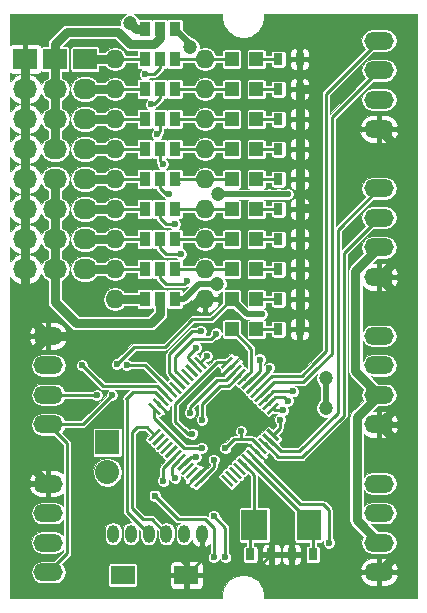
<source format=gbr>
G04 #@! TF.FileFunction,Copper,L1,Top,Signal*
%FSLAX46Y46*%
G04 Gerber Fmt 4.6, Leading zero omitted, Abs format (unit mm)*
G04 Created by KiCad (PCBNEW 4.0.4-stable) date 12/09/16 20:23:21*
%MOMM*%
%LPD*%
G01*
G04 APERTURE LIST*
%ADD10C,0.100000*%
%ADD11O,1.600000X1.600000*%
%ADD12O,2.500000X1.500000*%
%ADD13R,0.800000X1.000000*%
%ADD14R,1.198880X1.198880*%
%ADD15R,2.000000X1.600000*%
%ADD16R,2.200000X2.600000*%
%ADD17R,2.000000X2.600000*%
%ADD18O,1.000000X1.524000*%
%ADD19R,2.032000X2.032000*%
%ADD20O,2.032000X2.032000*%
%ADD21R,0.965200X1.270000*%
%ADD22R,2.032000X1.727200*%
%ADD23O,2.032000X1.727200*%
%ADD24C,0.600000*%
%ADD25C,1.200000*%
%ADD26C,0.250000*%
%ADD27C,0.800000*%
%ADD28C,0.500000*%
%ADD29C,0.025400*%
G04 APERTURE END LIST*
D10*
D11*
X16764000Y-4064000D03*
X16764000Y-6604000D03*
X16764000Y-9144000D03*
X16764000Y-11684000D03*
X16764000Y-14224000D03*
X16764000Y-16764000D03*
X16764000Y-19304000D03*
X16764000Y-21844000D03*
X16764000Y-24384000D03*
X9144000Y-24384000D03*
X9144000Y-21844000D03*
X9144000Y-19304000D03*
X9144000Y-16764000D03*
X9144000Y-14224000D03*
X9144000Y-11684000D03*
X9144000Y-9144000D03*
X9144000Y-6604000D03*
X9144000Y-4064000D03*
D12*
X31500000Y-27500000D03*
X31500000Y-30000000D03*
X31500000Y-32500000D03*
X31500000Y-35000000D03*
X3500000Y-47500000D03*
X3500000Y-45000000D03*
X3500000Y-42500000D03*
X3500000Y-40000000D03*
D13*
X20600000Y-46000000D03*
X22400000Y-46000000D03*
X25900000Y-46000000D03*
X24100000Y-46000000D03*
D14*
X21115020Y-24384000D03*
X19016980Y-24384000D03*
X21115020Y-26924000D03*
X19016980Y-26924000D03*
D13*
X22976000Y-24384000D03*
X24776000Y-24384000D03*
X22976000Y-26924000D03*
X24776000Y-26924000D03*
D15*
X9800000Y-47750000D03*
X15200000Y-47750000D03*
D10*
G36*
X19179379Y-40141689D02*
X19002602Y-40318466D01*
X18083363Y-39399227D01*
X18260140Y-39222450D01*
X19179379Y-40141689D01*
X19179379Y-40141689D01*
G37*
G36*
X19532932Y-39788136D02*
X19356155Y-39964913D01*
X18436916Y-39045674D01*
X18613693Y-38868897D01*
X19532932Y-39788136D01*
X19532932Y-39788136D01*
G37*
G36*
X19886486Y-39434582D02*
X19709709Y-39611359D01*
X18790470Y-38692120D01*
X18967247Y-38515343D01*
X19886486Y-39434582D01*
X19886486Y-39434582D01*
G37*
G36*
X20240039Y-39081029D02*
X20063262Y-39257806D01*
X19144023Y-38338567D01*
X19320800Y-38161790D01*
X20240039Y-39081029D01*
X20240039Y-39081029D01*
G37*
G36*
X20593592Y-38727476D02*
X20416815Y-38904253D01*
X19497576Y-37985014D01*
X19674353Y-37808237D01*
X20593592Y-38727476D01*
X20593592Y-38727476D01*
G37*
G36*
X20947146Y-38373922D02*
X20770369Y-38550699D01*
X19851130Y-37631460D01*
X20027907Y-37454683D01*
X20947146Y-38373922D01*
X20947146Y-38373922D01*
G37*
G36*
X21300699Y-38020369D02*
X21123922Y-38197146D01*
X20204683Y-37277907D01*
X20381460Y-37101130D01*
X21300699Y-38020369D01*
X21300699Y-38020369D01*
G37*
G36*
X21654253Y-37666815D02*
X21477476Y-37843592D01*
X20558237Y-36924353D01*
X20735014Y-36747576D01*
X21654253Y-37666815D01*
X21654253Y-37666815D01*
G37*
G36*
X22007806Y-37313262D02*
X21831029Y-37490039D01*
X20911790Y-36570800D01*
X21088567Y-36394023D01*
X22007806Y-37313262D01*
X22007806Y-37313262D01*
G37*
G36*
X22361359Y-36959709D02*
X22184582Y-37136486D01*
X21265343Y-36217247D01*
X21442120Y-36040470D01*
X22361359Y-36959709D01*
X22361359Y-36959709D01*
G37*
G36*
X22714913Y-36606155D02*
X22538136Y-36782932D01*
X21618897Y-35863693D01*
X21795674Y-35686916D01*
X22714913Y-36606155D01*
X22714913Y-36606155D01*
G37*
G36*
X23068466Y-36252602D02*
X22891689Y-36429379D01*
X21972450Y-35510140D01*
X22149227Y-35333363D01*
X23068466Y-36252602D01*
X23068466Y-36252602D01*
G37*
G36*
X22891689Y-33070621D02*
X23068466Y-33247398D01*
X22149227Y-34166637D01*
X21972450Y-33989860D01*
X22891689Y-33070621D01*
X22891689Y-33070621D01*
G37*
G36*
X22538136Y-32717068D02*
X22714913Y-32893845D01*
X21795674Y-33813084D01*
X21618897Y-33636307D01*
X22538136Y-32717068D01*
X22538136Y-32717068D01*
G37*
G36*
X22184582Y-32363514D02*
X22361359Y-32540291D01*
X21442120Y-33459530D01*
X21265343Y-33282753D01*
X22184582Y-32363514D01*
X22184582Y-32363514D01*
G37*
G36*
X21831029Y-32009961D02*
X22007806Y-32186738D01*
X21088567Y-33105977D01*
X20911790Y-32929200D01*
X21831029Y-32009961D01*
X21831029Y-32009961D01*
G37*
G36*
X21477476Y-31656408D02*
X21654253Y-31833185D01*
X20735014Y-32752424D01*
X20558237Y-32575647D01*
X21477476Y-31656408D01*
X21477476Y-31656408D01*
G37*
G36*
X21123922Y-31302854D02*
X21300699Y-31479631D01*
X20381460Y-32398870D01*
X20204683Y-32222093D01*
X21123922Y-31302854D01*
X21123922Y-31302854D01*
G37*
G36*
X20770369Y-30949301D02*
X20947146Y-31126078D01*
X20027907Y-32045317D01*
X19851130Y-31868540D01*
X20770369Y-30949301D01*
X20770369Y-30949301D01*
G37*
G36*
X20416815Y-30595747D02*
X20593592Y-30772524D01*
X19674353Y-31691763D01*
X19497576Y-31514986D01*
X20416815Y-30595747D01*
X20416815Y-30595747D01*
G37*
G36*
X20063262Y-30242194D02*
X20240039Y-30418971D01*
X19320800Y-31338210D01*
X19144023Y-31161433D01*
X20063262Y-30242194D01*
X20063262Y-30242194D01*
G37*
G36*
X19709709Y-29888641D02*
X19886486Y-30065418D01*
X18967247Y-30984657D01*
X18790470Y-30807880D01*
X19709709Y-29888641D01*
X19709709Y-29888641D01*
G37*
G36*
X19356155Y-29535087D02*
X19532932Y-29711864D01*
X18613693Y-30631103D01*
X18436916Y-30454326D01*
X19356155Y-29535087D01*
X19356155Y-29535087D01*
G37*
G36*
X19002602Y-29181534D02*
X19179379Y-29358311D01*
X18260140Y-30277550D01*
X18083363Y-30100773D01*
X19002602Y-29181534D01*
X19002602Y-29181534D01*
G37*
G36*
X16916637Y-30100773D02*
X16739860Y-30277550D01*
X15820621Y-29358311D01*
X15997398Y-29181534D01*
X16916637Y-30100773D01*
X16916637Y-30100773D01*
G37*
G36*
X16563084Y-30454326D02*
X16386307Y-30631103D01*
X15467068Y-29711864D01*
X15643845Y-29535087D01*
X16563084Y-30454326D01*
X16563084Y-30454326D01*
G37*
G36*
X16209530Y-30807880D02*
X16032753Y-30984657D01*
X15113514Y-30065418D01*
X15290291Y-29888641D01*
X16209530Y-30807880D01*
X16209530Y-30807880D01*
G37*
G36*
X15855977Y-31161433D02*
X15679200Y-31338210D01*
X14759961Y-30418971D01*
X14936738Y-30242194D01*
X15855977Y-31161433D01*
X15855977Y-31161433D01*
G37*
G36*
X15502424Y-31514986D02*
X15325647Y-31691763D01*
X14406408Y-30772524D01*
X14583185Y-30595747D01*
X15502424Y-31514986D01*
X15502424Y-31514986D01*
G37*
G36*
X15148870Y-31868540D02*
X14972093Y-32045317D01*
X14052854Y-31126078D01*
X14229631Y-30949301D01*
X15148870Y-31868540D01*
X15148870Y-31868540D01*
G37*
G36*
X14795317Y-32222093D02*
X14618540Y-32398870D01*
X13699301Y-31479631D01*
X13876078Y-31302854D01*
X14795317Y-32222093D01*
X14795317Y-32222093D01*
G37*
G36*
X14441763Y-32575647D02*
X14264986Y-32752424D01*
X13345747Y-31833185D01*
X13522524Y-31656408D01*
X14441763Y-32575647D01*
X14441763Y-32575647D01*
G37*
G36*
X14088210Y-32929200D02*
X13911433Y-33105977D01*
X12992194Y-32186738D01*
X13168971Y-32009961D01*
X14088210Y-32929200D01*
X14088210Y-32929200D01*
G37*
G36*
X13734657Y-33282753D02*
X13557880Y-33459530D01*
X12638641Y-32540291D01*
X12815418Y-32363514D01*
X13734657Y-33282753D01*
X13734657Y-33282753D01*
G37*
G36*
X13381103Y-33636307D02*
X13204326Y-33813084D01*
X12285087Y-32893845D01*
X12461864Y-32717068D01*
X13381103Y-33636307D01*
X13381103Y-33636307D01*
G37*
G36*
X13027550Y-33989860D02*
X12850773Y-34166637D01*
X11931534Y-33247398D01*
X12108311Y-33070621D01*
X13027550Y-33989860D01*
X13027550Y-33989860D01*
G37*
G36*
X12850773Y-35333363D02*
X13027550Y-35510140D01*
X12108311Y-36429379D01*
X11931534Y-36252602D01*
X12850773Y-35333363D01*
X12850773Y-35333363D01*
G37*
G36*
X13204326Y-35686916D02*
X13381103Y-35863693D01*
X12461864Y-36782932D01*
X12285087Y-36606155D01*
X13204326Y-35686916D01*
X13204326Y-35686916D01*
G37*
G36*
X13557880Y-36040470D02*
X13734657Y-36217247D01*
X12815418Y-37136486D01*
X12638641Y-36959709D01*
X13557880Y-36040470D01*
X13557880Y-36040470D01*
G37*
G36*
X13911433Y-36394023D02*
X14088210Y-36570800D01*
X13168971Y-37490039D01*
X12992194Y-37313262D01*
X13911433Y-36394023D01*
X13911433Y-36394023D01*
G37*
G36*
X14264986Y-36747576D02*
X14441763Y-36924353D01*
X13522524Y-37843592D01*
X13345747Y-37666815D01*
X14264986Y-36747576D01*
X14264986Y-36747576D01*
G37*
G36*
X14618540Y-37101130D02*
X14795317Y-37277907D01*
X13876078Y-38197146D01*
X13699301Y-38020369D01*
X14618540Y-37101130D01*
X14618540Y-37101130D01*
G37*
G36*
X14972093Y-37454683D02*
X15148870Y-37631460D01*
X14229631Y-38550699D01*
X14052854Y-38373922D01*
X14972093Y-37454683D01*
X14972093Y-37454683D01*
G37*
G36*
X15325647Y-37808237D02*
X15502424Y-37985014D01*
X14583185Y-38904253D01*
X14406408Y-38727476D01*
X15325647Y-37808237D01*
X15325647Y-37808237D01*
G37*
G36*
X15679200Y-38161790D02*
X15855977Y-38338567D01*
X14936738Y-39257806D01*
X14759961Y-39081029D01*
X15679200Y-38161790D01*
X15679200Y-38161790D01*
G37*
G36*
X16032753Y-38515343D02*
X16209530Y-38692120D01*
X15290291Y-39611359D01*
X15113514Y-39434582D01*
X16032753Y-38515343D01*
X16032753Y-38515343D01*
G37*
G36*
X16386307Y-38868897D02*
X16563084Y-39045674D01*
X15643845Y-39964913D01*
X15467068Y-39788136D01*
X16386307Y-38868897D01*
X16386307Y-38868897D01*
G37*
G36*
X16739860Y-39222450D02*
X16916637Y-39399227D01*
X15997398Y-40318466D01*
X15820621Y-40141689D01*
X16739860Y-39222450D01*
X16739860Y-39222450D01*
G37*
D16*
X20950000Y-43500000D03*
D17*
X25550000Y-43500000D03*
D18*
X16500000Y-44250000D03*
X15000000Y-44250000D03*
X13500000Y-44250000D03*
X12000000Y-44250000D03*
X10500000Y-44250000D03*
X9000000Y-44250000D03*
D19*
X8500000Y-36500000D03*
D20*
X8500000Y-39040000D03*
D21*
X11684000Y-4064000D03*
X12954000Y-4064000D03*
X14224000Y-4064000D03*
X11684000Y-14224000D03*
X12954000Y-14224000D03*
X14224000Y-14224000D03*
X11684000Y-6604000D03*
X12954000Y-6604000D03*
X14224000Y-6604000D03*
X11684000Y-16764000D03*
X12954000Y-16764000D03*
X14224000Y-16764000D03*
X11684000Y-19304000D03*
X12954000Y-19304000D03*
X14224000Y-19304000D03*
X11684000Y-9144000D03*
X12954000Y-9144000D03*
X14224000Y-9144000D03*
X11684000Y-21844000D03*
X12954000Y-21844000D03*
X14224000Y-21844000D03*
X11684000Y-11684000D03*
X12954000Y-11684000D03*
X14224000Y-11684000D03*
X11684000Y-1524000D03*
X12954000Y-1524000D03*
X14224000Y-1524000D03*
D12*
X3500000Y-35000000D03*
X3500000Y-32500000D03*
X3500000Y-30000000D03*
X3500000Y-27500000D03*
D22*
X4064000Y-4064000D03*
D23*
X4064000Y-6604000D03*
X4064000Y-9144000D03*
X4064000Y-11684000D03*
X4064000Y-14224000D03*
X4064000Y-16764000D03*
X4064000Y-19304000D03*
X4064000Y-21844000D03*
D12*
X31500000Y-15000000D03*
X31500000Y-17500000D03*
X31500000Y-20000000D03*
X31500000Y-22500000D03*
X31500000Y-2500000D03*
X31500000Y-5000000D03*
X31500000Y-7500000D03*
X31500000Y-10000000D03*
X31500000Y-40000000D03*
X31500000Y-42500000D03*
X31500000Y-45000000D03*
X31500000Y-47500000D03*
D22*
X6604000Y-4064000D03*
D23*
X6604000Y-6604000D03*
X6604000Y-9144000D03*
X6604000Y-11684000D03*
X6604000Y-14224000D03*
X6604000Y-16764000D03*
X6604000Y-19304000D03*
X6604000Y-21844000D03*
D22*
X1524000Y-4064000D03*
D23*
X1524000Y-6604000D03*
X1524000Y-9144000D03*
X1524000Y-11684000D03*
X1524000Y-14224000D03*
X1524000Y-16764000D03*
X1524000Y-19304000D03*
X1524000Y-21844000D03*
D14*
X21115020Y-4064000D03*
X19016980Y-4064000D03*
X21115020Y-6604000D03*
X19016980Y-6604000D03*
X21115020Y-9144000D03*
X19016980Y-9144000D03*
X21115020Y-11684000D03*
X19016980Y-11684000D03*
X21115020Y-14224000D03*
X19016980Y-14224000D03*
X21115020Y-16764000D03*
X19016980Y-16764000D03*
X21115020Y-19304000D03*
X19016980Y-19304000D03*
X21115020Y-21844000D03*
X19016980Y-21844000D03*
D13*
X24776000Y-4064000D03*
X22976000Y-4064000D03*
X24776000Y-6604000D03*
X22976000Y-6604000D03*
X24776000Y-9144000D03*
X22976000Y-9144000D03*
X24776000Y-11684000D03*
X22976000Y-11684000D03*
X24776000Y-14224000D03*
X22976000Y-14224000D03*
X24776000Y-16764000D03*
X22976000Y-16764000D03*
X24776000Y-19304000D03*
X22976000Y-19304000D03*
X24776000Y-21844000D03*
X22976000Y-21844000D03*
D21*
X11684000Y-24384000D03*
X12954000Y-24384000D03*
X14224000Y-24384000D03*
D24*
X23600000Y-35800000D03*
X7620000Y-27686000D03*
D25*
X26000000Y-16700000D03*
X26000000Y-6700000D03*
D24*
X19050000Y-43180000D03*
X17780000Y-36322000D03*
X14000000Y-46500000D03*
X17500000Y-40000000D03*
X9800000Y-47750000D03*
X17500000Y-42750000D03*
X18500000Y-46250000D03*
X27250000Y-45000000D03*
D25*
X10414000Y-1016000D03*
D24*
X7620000Y-32512000D03*
X8890000Y-32512000D03*
X16000000Y-37750000D03*
X10160000Y-29972000D03*
X6350000Y-29972000D03*
X11684000Y-5334000D03*
X23100000Y-34600000D03*
X21400000Y-29500000D03*
X13208000Y-12954000D03*
X12192000Y-7874000D03*
X23400000Y-33800000D03*
X17700000Y-27300000D03*
X13250000Y-39750000D03*
X14250000Y-39500000D03*
D25*
X17900000Y-15500000D03*
D24*
X23000000Y-15500000D03*
X22200000Y-15500000D03*
X21400000Y-15500000D03*
X23800000Y-15500000D03*
X22200000Y-30200000D03*
X12700000Y-10414000D03*
X15700000Y-35800000D03*
X9300000Y-29900000D03*
X21590000Y-25654000D03*
D25*
X27000000Y-31100000D03*
X27000000Y-33600000D03*
D24*
X19812000Y-35560000D03*
X12500000Y-41020000D03*
X17500000Y-46250000D03*
X18500000Y-37000000D03*
X16500000Y-37000000D03*
X17500000Y-38000000D03*
X16400000Y-27100000D03*
X16500000Y-34600000D03*
X15500000Y-34000000D03*
X23800000Y-33000000D03*
X13716000Y-15494000D03*
X24200000Y-32200000D03*
X14224000Y-18034000D03*
X16900000Y-29200000D03*
X14732000Y-20574000D03*
X16000000Y-28500000D03*
X15240000Y-22860000D03*
D25*
X15494000Y-3048000D03*
X17780000Y-23114000D03*
D26*
X15136398Y-35000000D02*
X16000000Y-35000000D01*
X16000000Y-35000000D02*
X17250000Y-36250000D01*
D27*
X6500000Y-27500000D02*
X7434000Y-27500000D01*
X7434000Y-27500000D02*
X7620000Y-27686000D01*
X16764000Y-24384000D02*
X16316000Y-24384000D01*
X16316000Y-24384000D02*
X13200000Y-27500000D01*
X13200000Y-27500000D02*
X6500000Y-27500000D01*
X6500000Y-27500000D02*
X3500000Y-27500000D01*
X1524000Y-25524000D02*
X1524000Y-21844000D01*
X3500000Y-27500000D02*
X1524000Y-25524000D01*
X24776000Y-9144000D02*
X24776000Y-6604000D01*
X24776000Y-11684000D02*
X24776000Y-9144000D01*
X24776000Y-14224000D02*
X24776000Y-11684000D01*
X24776000Y-16764000D02*
X24776000Y-14224000D01*
X24776000Y-19304000D02*
X24776000Y-16764000D01*
X24776000Y-21844000D02*
X24776000Y-19304000D01*
X24776000Y-24384000D02*
X24776000Y-21844000D01*
X24776000Y-26924000D02*
X24776000Y-24384000D01*
X26000000Y-16700000D02*
X24840000Y-16700000D01*
X24840000Y-16700000D02*
X24776000Y-16764000D01*
X26000000Y-6700000D02*
X25904000Y-6604000D01*
X25904000Y-6604000D02*
X24776000Y-6604000D01*
D28*
X19050000Y-43180000D02*
X17500000Y-41630000D01*
X17500000Y-41630000D02*
X17500000Y-40000000D01*
D26*
X17780000Y-36322000D02*
X17250000Y-36322000D01*
X17250000Y-36322000D02*
X17250000Y-36250000D01*
D27*
X1524000Y-38024000D02*
X3500000Y-40000000D01*
X1524000Y-6604000D02*
X1524000Y-4064000D01*
X1524000Y-9144000D02*
X1524000Y-6604000D01*
X1524000Y-11684000D02*
X1524000Y-9144000D01*
X1524000Y-11684000D02*
X1524000Y-14224000D01*
X1524000Y-16764000D02*
X1524000Y-14224000D01*
X1524000Y-19304000D02*
X1524000Y-16764000D01*
X1524000Y-21844000D02*
X1524000Y-19304000D01*
D26*
X14000000Y-46500000D02*
X14750000Y-46500000D01*
X14750000Y-46500000D02*
X15200000Y-46950000D01*
X15200000Y-46950000D02*
X15200000Y-47750000D01*
X17500000Y-39500000D02*
X17500000Y-40000000D01*
X16500000Y-46450000D02*
X17050000Y-47000000D01*
X17050000Y-47000000D02*
X21400000Y-47000000D01*
X21400000Y-47000000D02*
X22400000Y-46000000D01*
X16500000Y-44250000D02*
X16500000Y-46450000D01*
X16500000Y-46450000D02*
X15200000Y-47750000D01*
X22400000Y-46000000D02*
X24100000Y-46000000D01*
D27*
X31500000Y-22500000D02*
X33528000Y-20472000D01*
X33528000Y-12028000D02*
X31500000Y-10000000D01*
X33528000Y-20472000D02*
X33528000Y-12028000D01*
X31500000Y-35000000D02*
X33528000Y-32972000D01*
X33528000Y-24528000D02*
X31500000Y-22500000D01*
X33528000Y-32972000D02*
X33528000Y-24528000D01*
X31500000Y-47500000D02*
X33528000Y-45472000D01*
X33528000Y-37028000D02*
X31500000Y-35000000D01*
X33528000Y-45472000D02*
X33528000Y-37028000D01*
D26*
X18750000Y-38250000D02*
X17500000Y-39500000D01*
X17250000Y-37250000D02*
X17250000Y-36250000D01*
X16015076Y-39416905D02*
X16750000Y-38681981D01*
X16750000Y-38681981D02*
X16750000Y-37750000D01*
X16750000Y-37750000D02*
X17250000Y-37250000D01*
X17250000Y-37250000D02*
X17750000Y-37250000D01*
X17750000Y-37250000D02*
X18750000Y-38250000D01*
X18750000Y-38250000D02*
X20250000Y-36750000D01*
X20250000Y-36750000D02*
X20560661Y-36750000D01*
X20560661Y-36750000D02*
X21106245Y-37295584D01*
X18984924Y-30083095D02*
X18318019Y-30750000D01*
X14750000Y-34613602D02*
X15136398Y-35000000D01*
X14750000Y-33500000D02*
X14750000Y-34613602D01*
X17500000Y-30750000D02*
X14750000Y-33500000D01*
X18318019Y-30750000D02*
X17500000Y-30750000D01*
X17000000Y-36250000D02*
X16350000Y-36250000D01*
X17000000Y-36250000D02*
X17250000Y-36250000D01*
X13500000Y-34750000D02*
X13500000Y-34400000D01*
X15250000Y-36500000D02*
X13500000Y-34750000D01*
X16100000Y-36500000D02*
X15250000Y-36500000D01*
X16350000Y-36250000D02*
X16100000Y-36500000D01*
X13500000Y-34400000D02*
X13500000Y-33931981D01*
X12833095Y-33265076D02*
X13500000Y-33931981D01*
D27*
X3500000Y-27500000D02*
X1524000Y-29476000D01*
X1524000Y-29476000D02*
X1524000Y-38024000D01*
D26*
X17500000Y-42750000D02*
X18500000Y-43750000D01*
X18500000Y-43750000D02*
X18500000Y-46250000D01*
X27250000Y-42250000D02*
X27250000Y-45000000D01*
X20752691Y-37649138D02*
X24853553Y-41750000D01*
X24853553Y-41750000D02*
X26750000Y-41750000D01*
X26750000Y-41750000D02*
X27250000Y-42250000D01*
D27*
X11684000Y-1524000D02*
X10922000Y-1524000D01*
X10922000Y-1524000D02*
X10414000Y-1016000D01*
X11684000Y-24384000D02*
X9144000Y-24384000D01*
D26*
X20950000Y-43500000D02*
X20950000Y-39260661D01*
X20950000Y-39260661D02*
X20045584Y-38356245D01*
X20600000Y-46000000D02*
X20600000Y-43850000D01*
X20600000Y-43850000D02*
X20950000Y-43500000D01*
X20399138Y-38002691D02*
X25550000Y-43153553D01*
X25550000Y-43153553D02*
X25550000Y-43500000D01*
X25900000Y-46000000D02*
X25900000Y-43850000D01*
X25900000Y-43850000D02*
X25550000Y-43500000D01*
X21115020Y-24384000D02*
X22976000Y-24384000D01*
X21115020Y-26924000D02*
X22976000Y-26924000D01*
X7620000Y-32512000D02*
X3512000Y-32512000D01*
X3512000Y-32512000D02*
X3500000Y-32500000D01*
X3500000Y-35000000D02*
X5100000Y-36600000D01*
X5100000Y-45900000D02*
X3500000Y-47500000D01*
X5100000Y-36600000D02*
X5100000Y-45900000D01*
X8890000Y-32512000D02*
X6402000Y-35000000D01*
X6402000Y-35000000D02*
X3500000Y-35000000D01*
X16000000Y-37750000D02*
X15560661Y-37750000D01*
X15560661Y-37750000D02*
X14954416Y-38356245D01*
X13893755Y-32204416D02*
X11661339Y-29972000D01*
X11661339Y-29972000D02*
X10160000Y-29972000D01*
X6350000Y-29972000D02*
X8128000Y-31750000D01*
X8128000Y-31750000D02*
X12732233Y-31750000D01*
X12732233Y-31750000D02*
X13540202Y-32557969D01*
X10125000Y-42375000D02*
X10125000Y-32801000D01*
X10100000Y-32800000D02*
X10100000Y-32826000D01*
X10124000Y-32800000D02*
X10100000Y-32800000D01*
X10125000Y-32801000D02*
X10124000Y-32800000D01*
X11500000Y-32250000D02*
X10676000Y-32250000D01*
X12525127Y-32250000D02*
X11500000Y-32250000D01*
X13186649Y-32911522D02*
X12525127Y-32250000D01*
X10676000Y-32250000D02*
X10100000Y-32826000D01*
X10125000Y-42375000D02*
X12000000Y-44250000D01*
X10600000Y-42100000D02*
X10600000Y-35650000D01*
X13500000Y-44250000D02*
X12250000Y-43000000D01*
X12250000Y-43000000D02*
X11500000Y-43000000D01*
X11500000Y-43000000D02*
X10600000Y-42100000D01*
X12479542Y-35881371D02*
X11848171Y-35250000D01*
X11848171Y-35250000D02*
X11000000Y-35250000D01*
X11000000Y-35250000D02*
X10600000Y-35650000D01*
X28500000Y-20500000D02*
X31500000Y-17500000D01*
X21813351Y-36588478D02*
X22974873Y-37750000D01*
X22974873Y-37750000D02*
X25000000Y-37750000D01*
X25000000Y-37750000D02*
X28500000Y-34250000D01*
X28500000Y-34250000D02*
X28500000Y-20500000D01*
X23181981Y-37250000D02*
X22166905Y-36234924D01*
X31500000Y-15000000D02*
X28000000Y-18500000D01*
X28000000Y-18500000D02*
X28000000Y-34000000D01*
X28000000Y-34000000D02*
X24750000Y-37250000D01*
X24750000Y-37250000D02*
X23181981Y-37250000D01*
X12954000Y-4826000D02*
X12446000Y-5334000D01*
X12446000Y-5334000D02*
X11684000Y-5334000D01*
X12954000Y-4064000D02*
X12954000Y-4826000D01*
X23100000Y-35301829D02*
X22520458Y-35881371D01*
X23100000Y-34600000D02*
X23100000Y-35301829D01*
X20399138Y-31497309D02*
X21400000Y-30496447D01*
X21400000Y-30496447D02*
X21400000Y-29500000D01*
X12954000Y-12700000D02*
X13208000Y-12954000D01*
X12954000Y-11684000D02*
X12954000Y-12700000D01*
X21106245Y-32204416D02*
X22410661Y-30900000D01*
X26031801Y-29831801D02*
X26031801Y-29768199D01*
X24963602Y-30900000D02*
X26031801Y-29831801D01*
X22410661Y-30900000D02*
X24963602Y-30900000D01*
X27000000Y-7000000D02*
X31500000Y-2500000D01*
X27000000Y-28800000D02*
X27000000Y-7000000D01*
X26031801Y-29768199D02*
X27000000Y-28800000D01*
X21459798Y-32557969D02*
X22617767Y-31400000D01*
X25100000Y-31400000D02*
X26200000Y-30300000D01*
X22617767Y-31400000D02*
X25100000Y-31400000D01*
X27500000Y-29000000D02*
X26200000Y-30300000D01*
X27500000Y-9000000D02*
X27500000Y-29000000D01*
X31500000Y-5000000D02*
X27500000Y-9000000D01*
X12954000Y-7366000D02*
X12446000Y-7874000D01*
X12954000Y-6604000D02*
X12954000Y-7366000D01*
X12446000Y-7874000D02*
X12192000Y-7874000D01*
X22701829Y-33800000D02*
X23400000Y-33800000D01*
X22701829Y-33800000D02*
X22520458Y-33618629D01*
X15750000Y-27750000D02*
X17250000Y-27750000D01*
X17250000Y-27750000D02*
X17700000Y-27300000D01*
X14954416Y-31143755D02*
X14250000Y-30439339D01*
X14250000Y-30439339D02*
X14250000Y-29250000D01*
X14250000Y-29250000D02*
X15750000Y-27750000D01*
X13250000Y-39750000D02*
X13250000Y-38646447D01*
X13250000Y-38646447D02*
X14247309Y-37649138D01*
X14000000Y-38603553D02*
X14600862Y-38002691D01*
X14250000Y-39500000D02*
X14000000Y-39250000D01*
X14000000Y-39250000D02*
X14000000Y-38603553D01*
D28*
X21400000Y-15500000D02*
X17900000Y-15500000D01*
X22200000Y-15500000D02*
X23000000Y-15500000D01*
X23800000Y-15500000D02*
X23000000Y-15500000D01*
X22200000Y-15500000D02*
X21400000Y-15500000D01*
D27*
X31500000Y-20000000D02*
X29500000Y-22000000D01*
X29500000Y-22000000D02*
X29500000Y-30500000D01*
X29500000Y-30500000D02*
X31500000Y-32500000D01*
X31500000Y-45000000D02*
X29600000Y-43100000D01*
X29600000Y-43100000D02*
X29600000Y-34400000D01*
X29600000Y-34400000D02*
X31500000Y-32500000D01*
D26*
X20752691Y-31850862D02*
X22200000Y-30403553D01*
X22200000Y-30403553D02*
X22200000Y-30200000D01*
X12954000Y-9144000D02*
X12954000Y-10160000D01*
X12954000Y-10160000D02*
X12700000Y-10414000D01*
X11684000Y-4064000D02*
X9144000Y-4064000D01*
D27*
X6604000Y-4064000D02*
X9144000Y-4064000D01*
D26*
X14224000Y-4064000D02*
X16764000Y-4064000D01*
X16764000Y-4064000D02*
X19016980Y-4064000D01*
X11684000Y-14224000D02*
X9144000Y-14224000D01*
D27*
X9144000Y-14224000D02*
X6604000Y-14224000D01*
D26*
X16764000Y-14224000D02*
X14224000Y-14224000D01*
X16764000Y-14224000D02*
X19016980Y-14224000D01*
X14224000Y-14224000D02*
X14535998Y-14535998D01*
X11684000Y-6604000D02*
X9144000Y-6604000D01*
D27*
X6604000Y-6604000D02*
X9144000Y-6604000D01*
D26*
X16764000Y-6604000D02*
X14224000Y-6604000D01*
X19016980Y-6604000D02*
X16764000Y-6604000D01*
X9144000Y-16764000D02*
X11684000Y-16764000D01*
D27*
X6604000Y-16764000D02*
X9144000Y-16764000D01*
D26*
X14224000Y-16764000D02*
X16764000Y-16764000D01*
X19016980Y-16764000D02*
X16764000Y-16764000D01*
X11684000Y-19304000D02*
X9144000Y-19304000D01*
D27*
X9144000Y-19304000D02*
X6604000Y-19304000D01*
D26*
X16764000Y-19304000D02*
X14224000Y-19304000D01*
X16764000Y-19304000D02*
X19016980Y-19304000D01*
X9144000Y-9144000D02*
X11684000Y-9144000D01*
D27*
X6604000Y-9144000D02*
X9144000Y-9144000D01*
D26*
X16764000Y-9144000D02*
X14224000Y-9144000D01*
X16764000Y-9144000D02*
X19016980Y-9144000D01*
X11684000Y-21844000D02*
X9144000Y-21844000D01*
D27*
X6604000Y-21844000D02*
X9144000Y-21844000D01*
D26*
X14224000Y-21844000D02*
X16764000Y-21844000D01*
X19016980Y-21844000D02*
X16764000Y-21844000D01*
X9144000Y-11684000D02*
X11684000Y-11684000D01*
D27*
X6604000Y-11684000D02*
X9144000Y-11684000D01*
D26*
X14224000Y-11684000D02*
X16764000Y-11684000D01*
X19016980Y-11684000D02*
X16764000Y-11684000D01*
D27*
X9398000Y-1778000D02*
X10414000Y-2794000D01*
X5080000Y-1778000D02*
X9398000Y-1778000D01*
X10414000Y-2794000D02*
X12446000Y-2794000D01*
X4064000Y-2794000D02*
X5080000Y-1778000D01*
X12446000Y-2794000D02*
X12954000Y-2286000D01*
X12954000Y-2286000D02*
X12954000Y-1524000D01*
X4064000Y-4064000D02*
X4064000Y-2794000D01*
X4064000Y-6604000D02*
X4064000Y-4064000D01*
X4064000Y-9144000D02*
X4064000Y-6604000D01*
X4064000Y-11684000D02*
X4064000Y-9144000D01*
D26*
X15300000Y-35800000D02*
X15000000Y-35500000D01*
X15700000Y-35800000D02*
X15300000Y-35800000D01*
X19016980Y-24384000D02*
X17300980Y-26100000D01*
X17300980Y-26100000D02*
X15700000Y-26100000D01*
X15700000Y-26100000D02*
X13400000Y-28400000D01*
X13400000Y-28400000D02*
X10800000Y-28400000D01*
X10800000Y-28400000D02*
X9300000Y-29900000D01*
D28*
X19016980Y-24384000D02*
X20286980Y-25654000D01*
X20286980Y-25654000D02*
X21590000Y-25654000D01*
X27000000Y-33600000D02*
X27000000Y-31100000D01*
X19016980Y-24384000D02*
X19016980Y-24163020D01*
D26*
X19812000Y-35560000D02*
X19812000Y-36250000D01*
X21459798Y-36942031D02*
X20767767Y-36250000D01*
X20767767Y-36250000D02*
X19812000Y-36250000D01*
X19812000Y-36250000D02*
X19250000Y-36250000D01*
X19250000Y-36250000D02*
X18500000Y-37000000D01*
X16368629Y-39770458D02*
X17500000Y-38639087D01*
X17500000Y-38639087D02*
X17500000Y-38000000D01*
X14250000Y-33250000D02*
X14250000Y-34750000D01*
X17770458Y-29729542D02*
X14250000Y-33250000D01*
X18631371Y-29729542D02*
X17770458Y-29729542D01*
X14250000Y-34750000D02*
X15000000Y-35500000D01*
X12500000Y-41020000D02*
X14480000Y-43000000D01*
X14480000Y-43000000D02*
X16750000Y-43000000D01*
X16750000Y-43000000D02*
X17500000Y-43750000D01*
X17500000Y-43750000D02*
X17500000Y-46250000D01*
X16500000Y-37000000D02*
X15000000Y-37000000D01*
X15000000Y-37000000D02*
X12479542Y-34479542D01*
X12479542Y-34479542D02*
X12479542Y-33618629D01*
X13750000Y-29050000D02*
X15700000Y-27100000D01*
X13750000Y-30646447D02*
X13750000Y-29050000D01*
X14600862Y-31497309D02*
X13750000Y-30646447D01*
X15700000Y-27100000D02*
X16400000Y-27100000D01*
X21115020Y-4064000D02*
X22976000Y-4064000D01*
X22976000Y-6604000D02*
X21115020Y-6604000D01*
X21115020Y-9144000D02*
X22976000Y-9144000D01*
X22976000Y-11684000D02*
X21115020Y-11684000D01*
X20944000Y-11684000D02*
X21115020Y-11684000D01*
X21115020Y-14224000D02*
X22976000Y-14224000D01*
X22976000Y-16764000D02*
X21115020Y-16764000D01*
X21115020Y-19304000D02*
X22976000Y-19304000D01*
X21115020Y-21844000D02*
X22976000Y-21844000D01*
X16500000Y-34000000D02*
X16500000Y-34600000D01*
X16500000Y-34000000D02*
X16500000Y-33250000D01*
X16500000Y-33250000D02*
X18000000Y-31750000D01*
X18000000Y-31750000D02*
X18732233Y-31750000D01*
X19692031Y-30790202D02*
X18732233Y-31750000D01*
X19338478Y-30436649D02*
X18525127Y-31250000D01*
X18525127Y-31250000D02*
X17750000Y-31250000D01*
X17750000Y-31250000D02*
X15500000Y-33500000D01*
X15500000Y-33500000D02*
X15500000Y-34000000D01*
X22166905Y-33265076D02*
X22731981Y-32700000D01*
X23500000Y-32700000D02*
X23800000Y-33000000D01*
X22731981Y-32700000D02*
X23500000Y-32700000D01*
X12954000Y-14224000D02*
X12954000Y-14986000D01*
X13462000Y-15494000D02*
X13716000Y-15494000D01*
X12954000Y-14986000D02*
X13462000Y-15494000D01*
X22524873Y-32200000D02*
X24200000Y-32200000D01*
X22524873Y-32200000D02*
X21813351Y-32911522D01*
X13462000Y-18034000D02*
X14224000Y-18034000D01*
X12954000Y-16764000D02*
X12954000Y-17526000D01*
X12954000Y-17526000D02*
X13462000Y-18034000D01*
X16900000Y-29200000D02*
X16898171Y-29200000D01*
X16898171Y-29200000D02*
X16368629Y-29729542D01*
X13462000Y-20574000D02*
X14732000Y-20574000D01*
X12954000Y-19304000D02*
X12954000Y-20066000D01*
X12954000Y-20066000D02*
X13462000Y-20574000D01*
X16015076Y-30083095D02*
X15300000Y-29368019D01*
X15300000Y-29200000D02*
X16000000Y-28500000D01*
X15300000Y-29368019D02*
X15300000Y-29200000D01*
X13462000Y-23114000D02*
X14986000Y-23114000D01*
X12954000Y-22606000D02*
X13462000Y-23114000D01*
X12954000Y-21844000D02*
X12954000Y-22606000D01*
X14986000Y-23114000D02*
X15240000Y-22860000D01*
D27*
X4064000Y-14224000D02*
X4064000Y-16764000D01*
X4064000Y-16764000D02*
X4064000Y-19304000D01*
X4064000Y-21844000D02*
X4064000Y-19304000D01*
X12954000Y-24384000D02*
X12954000Y-25654000D01*
X12954000Y-25654000D02*
X12192000Y-26416000D01*
X12192000Y-26416000D02*
X5842000Y-26416000D01*
X5842000Y-26416000D02*
X4064000Y-24638000D01*
X4064000Y-24638000D02*
X4064000Y-21844000D01*
D26*
X20045584Y-31143755D02*
X20700000Y-30489339D01*
X20700000Y-28607020D02*
X19016980Y-26924000D01*
X20700000Y-30489339D02*
X20700000Y-28607020D01*
X19050000Y-26924000D02*
X19016980Y-26924000D01*
D28*
X15494000Y-2794000D02*
X15494000Y-3048000D01*
X15494000Y-2794000D02*
X14224000Y-1524000D01*
X14224000Y-24384000D02*
X14986000Y-24384000D01*
X16256000Y-23114000D02*
X17780000Y-23114000D01*
X14986000Y-24384000D02*
X16256000Y-23114000D01*
D29*
G36*
X26187441Y-30937635D02*
X26187159Y-31260947D01*
X26310625Y-31559756D01*
X26537300Y-31786828D01*
X26537300Y-32913564D01*
X26311428Y-33139041D01*
X26187441Y-33437635D01*
X26187159Y-33760947D01*
X26310625Y-34059756D01*
X26539041Y-34288572D01*
X26837635Y-34412559D01*
X27109624Y-34412796D01*
X24610120Y-36912300D01*
X23321861Y-36912300D01*
X23013321Y-36603760D01*
X23045037Y-36582727D01*
X23221814Y-36405950D01*
X23267062Y-36339727D01*
X23285312Y-36255598D01*
X23269393Y-36170997D01*
X23221814Y-36099254D01*
X23000985Y-35878425D01*
X23338790Y-35540619D01*
X23411994Y-35431061D01*
X23437700Y-35301829D01*
X23437700Y-34987324D01*
X23534392Y-34890800D01*
X23612610Y-34702430D01*
X23612788Y-34498465D01*
X23534899Y-34309958D01*
X23527156Y-34302202D01*
X23690042Y-34234899D01*
X23834392Y-34090800D01*
X23912610Y-33902430D01*
X23912788Y-33698465D01*
X23836045Y-33512731D01*
X23901535Y-33512788D01*
X24090042Y-33434899D01*
X24234392Y-33290800D01*
X24312610Y-33102430D01*
X24312788Y-32898465D01*
X24236045Y-32712731D01*
X24301535Y-32712788D01*
X24490042Y-32634899D01*
X24634392Y-32490800D01*
X24712610Y-32302430D01*
X24712788Y-32098465D01*
X24634899Y-31909958D01*
X24490800Y-31765608D01*
X24423590Y-31737700D01*
X25100000Y-31737700D01*
X25229232Y-31711994D01*
X25338790Y-31638790D01*
X26292177Y-30685403D01*
X26187441Y-30937635D01*
X26187441Y-30937635D01*
G37*
X26187441Y-30937635D02*
X26187159Y-31260947D01*
X26310625Y-31559756D01*
X26537300Y-31786828D01*
X26537300Y-32913564D01*
X26311428Y-33139041D01*
X26187441Y-33437635D01*
X26187159Y-33760947D01*
X26310625Y-34059756D01*
X26539041Y-34288572D01*
X26837635Y-34412559D01*
X27109624Y-34412796D01*
X24610120Y-36912300D01*
X23321861Y-36912300D01*
X23013321Y-36603760D01*
X23045037Y-36582727D01*
X23221814Y-36405950D01*
X23267062Y-36339727D01*
X23285312Y-36255598D01*
X23269393Y-36170997D01*
X23221814Y-36099254D01*
X23000985Y-35878425D01*
X23338790Y-35540619D01*
X23411994Y-35431061D01*
X23437700Y-35301829D01*
X23437700Y-34987324D01*
X23534392Y-34890800D01*
X23612610Y-34702430D01*
X23612788Y-34498465D01*
X23534899Y-34309958D01*
X23527156Y-34302202D01*
X23690042Y-34234899D01*
X23834392Y-34090800D01*
X23912610Y-33902430D01*
X23912788Y-33698465D01*
X23836045Y-33512731D01*
X23901535Y-33512788D01*
X24090042Y-33434899D01*
X24234392Y-33290800D01*
X24312610Y-33102430D01*
X24312788Y-32898465D01*
X24236045Y-32712731D01*
X24301535Y-32712788D01*
X24490042Y-32634899D01*
X24634392Y-32490800D01*
X24712610Y-32302430D01*
X24712788Y-32098465D01*
X24634899Y-31909958D01*
X24490800Y-31765608D01*
X24423590Y-31737700D01*
X25100000Y-31737700D01*
X25229232Y-31711994D01*
X25338790Y-31638790D01*
X26292177Y-30685403D01*
X26187441Y-30937635D01*
G36*
X17750000Y-30912300D02*
X17620768Y-30938006D01*
X17511210Y-31011210D01*
X15261210Y-33261210D01*
X15188006Y-33370768D01*
X15162300Y-33500000D01*
X15162300Y-33612676D01*
X15065608Y-33709200D01*
X14987390Y-33897570D01*
X14987212Y-34101535D01*
X15065101Y-34290042D01*
X15209200Y-34434392D01*
X15397570Y-34512610D01*
X15601535Y-34512788D01*
X15790042Y-34434899D01*
X15934392Y-34290800D01*
X16012610Y-34102430D01*
X16012788Y-33898465D01*
X15934899Y-33709958D01*
X15851333Y-33626247D01*
X16162300Y-33315280D01*
X16162300Y-34212676D01*
X16065608Y-34309200D01*
X15987390Y-34497570D01*
X15987212Y-34701535D01*
X16065101Y-34890042D01*
X16209200Y-35034392D01*
X16397570Y-35112610D01*
X16601535Y-35112788D01*
X16790042Y-35034899D01*
X16934392Y-34890800D01*
X17012610Y-34702430D01*
X17012788Y-34498465D01*
X16934899Y-34309958D01*
X16837700Y-34212590D01*
X16837700Y-33389880D01*
X18139880Y-32087700D01*
X18732233Y-32087700D01*
X18861465Y-32061994D01*
X18971023Y-31988790D01*
X19323195Y-31636618D01*
X19344228Y-31668334D01*
X19521005Y-31845111D01*
X19587228Y-31890359D01*
X19641155Y-31902057D01*
X19650203Y-31950145D01*
X19697782Y-32021888D01*
X19874559Y-32198665D01*
X19940782Y-32243913D01*
X19994708Y-32255611D01*
X20003756Y-32303698D01*
X20051335Y-32375441D01*
X20228112Y-32552218D01*
X20294335Y-32597466D01*
X20348262Y-32609164D01*
X20357310Y-32657252D01*
X20404889Y-32728995D01*
X20581666Y-32905772D01*
X20647889Y-32951020D01*
X20701815Y-32962718D01*
X20710863Y-33010805D01*
X20758442Y-33082548D01*
X20935219Y-33259325D01*
X21001442Y-33304573D01*
X21055368Y-33316271D01*
X21064416Y-33364358D01*
X21111995Y-33436101D01*
X21288772Y-33612878D01*
X21354995Y-33658126D01*
X21408922Y-33669824D01*
X21417970Y-33717912D01*
X21465549Y-33789655D01*
X21642326Y-33966432D01*
X21708549Y-34011680D01*
X21762475Y-34023378D01*
X21771523Y-34071465D01*
X21819102Y-34143208D01*
X21995879Y-34319985D01*
X22062102Y-34365233D01*
X22146231Y-34383483D01*
X22230832Y-34367564D01*
X22302575Y-34319985D01*
X22535412Y-34087148D01*
X22572597Y-34111994D01*
X22701829Y-34137700D01*
X22876274Y-34137700D01*
X22809958Y-34165101D01*
X22665608Y-34309200D01*
X22587390Y-34497570D01*
X22587212Y-34701535D01*
X22665101Y-34890042D01*
X22762300Y-34987410D01*
X22762300Y-35161949D01*
X22523405Y-35400845D01*
X22302575Y-35180015D01*
X22236352Y-35134767D01*
X22152223Y-35116517D01*
X22067622Y-35132436D01*
X21995879Y-35180015D01*
X21819102Y-35356792D01*
X21773854Y-35423015D01*
X21762156Y-35476941D01*
X21714069Y-35485989D01*
X21642326Y-35533568D01*
X21465549Y-35710345D01*
X21420301Y-35776568D01*
X21408603Y-35830495D01*
X21360515Y-35839543D01*
X21288772Y-35887122D01*
X21111995Y-36063899D01*
X21090583Y-36095236D01*
X21006557Y-36011210D01*
X20896999Y-35938006D01*
X20767767Y-35912300D01*
X20184785Y-35912300D01*
X20246392Y-35850800D01*
X20324610Y-35662430D01*
X20324788Y-35458465D01*
X20246899Y-35269958D01*
X20102800Y-35125608D01*
X19914430Y-35047390D01*
X19710465Y-35047212D01*
X19521958Y-35125101D01*
X19377608Y-35269200D01*
X19299390Y-35457570D01*
X19299212Y-35661535D01*
X19377101Y-35850042D01*
X19439251Y-35912300D01*
X19250000Y-35912300D01*
X19120768Y-35938006D01*
X19011210Y-36011210D01*
X18535089Y-36487331D01*
X18398465Y-36487212D01*
X18209958Y-36565101D01*
X18065608Y-36709200D01*
X17987390Y-36897570D01*
X17987212Y-37101535D01*
X18065101Y-37290042D01*
X18209200Y-37434392D01*
X18397570Y-37512610D01*
X18601535Y-37512788D01*
X18790042Y-37434899D01*
X18934392Y-37290800D01*
X19012610Y-37102430D01*
X19012730Y-36964850D01*
X19389880Y-36587700D01*
X20311244Y-36587700D01*
X20208367Y-36690577D01*
X20145537Y-36842262D01*
X20145537Y-37006444D01*
X20152541Y-37023353D01*
X20051335Y-37124559D01*
X20006087Y-37190782D01*
X19994389Y-37244708D01*
X19946302Y-37253756D01*
X19874559Y-37301335D01*
X19697782Y-37478112D01*
X19652534Y-37544335D01*
X19640836Y-37598262D01*
X19592748Y-37607310D01*
X19521005Y-37654889D01*
X19344228Y-37831666D01*
X19298980Y-37897889D01*
X19287282Y-37951815D01*
X19239195Y-37960863D01*
X19167452Y-38008442D01*
X18990675Y-38185219D01*
X18945427Y-38251442D01*
X18933729Y-38305368D01*
X18885642Y-38314416D01*
X18813899Y-38361995D01*
X18637122Y-38538772D01*
X18591874Y-38604995D01*
X18580176Y-38658922D01*
X18532088Y-38667970D01*
X18460345Y-38715549D01*
X18283568Y-38892326D01*
X18238320Y-38958549D01*
X18226622Y-39012475D01*
X18178535Y-39021523D01*
X18106792Y-39069102D01*
X17930015Y-39245879D01*
X17884767Y-39312102D01*
X17866517Y-39396231D01*
X17882436Y-39480832D01*
X17930015Y-39552575D01*
X18849254Y-40471814D01*
X18915477Y-40517062D01*
X18999606Y-40535312D01*
X19084207Y-40519393D01*
X19155950Y-40471814D01*
X19332727Y-40295037D01*
X19377975Y-40228814D01*
X19389673Y-40174888D01*
X19437760Y-40165840D01*
X19509503Y-40118261D01*
X19686280Y-39941484D01*
X19731528Y-39875261D01*
X19743226Y-39821334D01*
X19791314Y-39812286D01*
X19863057Y-39764707D01*
X20039834Y-39587930D01*
X20085082Y-39521707D01*
X20096780Y-39467781D01*
X20144867Y-39458733D01*
X20216610Y-39411154D01*
X20393387Y-39234377D01*
X20414799Y-39203040D01*
X20612300Y-39400541D01*
X20612300Y-41983133D01*
X19850000Y-41983133D01*
X19771178Y-41997964D01*
X19698785Y-42044548D01*
X19650219Y-42115627D01*
X19633133Y-42200000D01*
X19633133Y-44800000D01*
X19647964Y-44878822D01*
X19694548Y-44951215D01*
X19765627Y-44999781D01*
X19850000Y-45016867D01*
X20262300Y-45016867D01*
X20262300Y-45283133D01*
X20200000Y-45283133D01*
X20121178Y-45297964D01*
X20048785Y-45344548D01*
X20000219Y-45415627D01*
X19983133Y-45500000D01*
X19983133Y-46500000D01*
X19997964Y-46578822D01*
X20044548Y-46651215D01*
X20115627Y-46699781D01*
X20200000Y-46716867D01*
X21000000Y-46716867D01*
X21078822Y-46702036D01*
X21151215Y-46655452D01*
X21199781Y-46584373D01*
X21216867Y-46500000D01*
X21216867Y-46290475D01*
X21587300Y-46290475D01*
X21587300Y-46582091D01*
X21650130Y-46733776D01*
X21766224Y-46849870D01*
X21917909Y-46912700D01*
X22109525Y-46912700D01*
X22212700Y-46809525D01*
X22212700Y-46187300D01*
X22587300Y-46187300D01*
X22587300Y-46809525D01*
X22690475Y-46912700D01*
X22882091Y-46912700D01*
X23033776Y-46849870D01*
X23149870Y-46733776D01*
X23212700Y-46582091D01*
X23212700Y-46290475D01*
X23287300Y-46290475D01*
X23287300Y-46582091D01*
X23350130Y-46733776D01*
X23466224Y-46849870D01*
X23617909Y-46912700D01*
X23809525Y-46912700D01*
X23912700Y-46809525D01*
X23912700Y-46187300D01*
X24287300Y-46187300D01*
X24287300Y-46809525D01*
X24390475Y-46912700D01*
X24582091Y-46912700D01*
X24733776Y-46849870D01*
X24849870Y-46733776D01*
X24912700Y-46582091D01*
X24912700Y-46290475D01*
X24809525Y-46187300D01*
X24287300Y-46187300D01*
X23912700Y-46187300D01*
X23390475Y-46187300D01*
X23287300Y-46290475D01*
X23212700Y-46290475D01*
X23109525Y-46187300D01*
X22587300Y-46187300D01*
X22212700Y-46187300D01*
X21690475Y-46187300D01*
X21587300Y-46290475D01*
X21216867Y-46290475D01*
X21216867Y-45500000D01*
X21202036Y-45421178D01*
X21199933Y-45417909D01*
X21587300Y-45417909D01*
X21587300Y-45709525D01*
X21690475Y-45812700D01*
X22212700Y-45812700D01*
X22212700Y-45190475D01*
X22587300Y-45190475D01*
X22587300Y-45812700D01*
X23109525Y-45812700D01*
X23212700Y-45709525D01*
X23212700Y-45417909D01*
X23287300Y-45417909D01*
X23287300Y-45709525D01*
X23390475Y-45812700D01*
X23912700Y-45812700D01*
X23912700Y-45190475D01*
X24287300Y-45190475D01*
X24287300Y-45812700D01*
X24809525Y-45812700D01*
X24912700Y-45709525D01*
X24912700Y-45417909D01*
X24849870Y-45266224D01*
X24733776Y-45150130D01*
X24582091Y-45087300D01*
X24390475Y-45087300D01*
X24287300Y-45190475D01*
X23912700Y-45190475D01*
X23809525Y-45087300D01*
X23617909Y-45087300D01*
X23466224Y-45150130D01*
X23350130Y-45266224D01*
X23287300Y-45417909D01*
X23212700Y-45417909D01*
X23149870Y-45266224D01*
X23033776Y-45150130D01*
X22882091Y-45087300D01*
X22690475Y-45087300D01*
X22587300Y-45190475D01*
X22212700Y-45190475D01*
X22109525Y-45087300D01*
X21917909Y-45087300D01*
X21766224Y-45150130D01*
X21650130Y-45266224D01*
X21587300Y-45417909D01*
X21199933Y-45417909D01*
X21155452Y-45348785D01*
X21084373Y-45300219D01*
X21000000Y-45283133D01*
X20937700Y-45283133D01*
X20937700Y-45016867D01*
X22050000Y-45016867D01*
X22128822Y-45002036D01*
X22201215Y-44955452D01*
X22249781Y-44884373D01*
X22266867Y-44800000D01*
X22266867Y-42200000D01*
X22252036Y-42121178D01*
X22205452Y-42048785D01*
X22134373Y-42000219D01*
X22050000Y-41983133D01*
X21287700Y-41983133D01*
X21287700Y-39368833D01*
X24333133Y-42414266D01*
X24333133Y-44800000D01*
X24347964Y-44878822D01*
X24394548Y-44951215D01*
X24465627Y-44999781D01*
X24550000Y-45016867D01*
X25562300Y-45016867D01*
X25562300Y-45283133D01*
X25500000Y-45283133D01*
X25421178Y-45297964D01*
X25348785Y-45344548D01*
X25300219Y-45415627D01*
X25283133Y-45500000D01*
X25283133Y-46500000D01*
X25297964Y-46578822D01*
X25344548Y-46651215D01*
X25415627Y-46699781D01*
X25500000Y-46716867D01*
X26300000Y-46716867D01*
X26378822Y-46702036D01*
X26451215Y-46655452D01*
X26499781Y-46584373D01*
X26516867Y-46500000D01*
X26516867Y-45500000D01*
X26502036Y-45421178D01*
X26455452Y-45348785D01*
X26384373Y-45300219D01*
X26300000Y-45283133D01*
X26237700Y-45283133D01*
X26237700Y-45016867D01*
X26550000Y-45016867D01*
X26628822Y-45002036D01*
X26701215Y-44955452D01*
X26737386Y-44902514D01*
X26737212Y-45101535D01*
X26815101Y-45290042D01*
X26959200Y-45434392D01*
X27147570Y-45512610D01*
X27351535Y-45512788D01*
X27540042Y-45434899D01*
X27684392Y-45290800D01*
X27762610Y-45102430D01*
X27762788Y-44898465D01*
X27684899Y-44709958D01*
X27587700Y-44612590D01*
X27587700Y-42250000D01*
X27561994Y-42120768D01*
X27488790Y-42011210D01*
X26988790Y-41511210D01*
X26879232Y-41438006D01*
X26750000Y-41412300D01*
X24993433Y-41412300D01*
X21742924Y-38161791D01*
X21802284Y-38102430D01*
X21742923Y-38161790D01*
X21740537Y-38159404D01*
X21740537Y-38018265D01*
X21194492Y-37472219D01*
X21150298Y-37516414D01*
X20885415Y-37251531D01*
X20929610Y-37207337D01*
X20915467Y-37193195D01*
X21003856Y-37104806D01*
X21017998Y-37118949D01*
X21062192Y-37074754D01*
X21327075Y-37339637D01*
X21282880Y-37383831D01*
X21828926Y-37929876D01*
X21974837Y-37929876D01*
X21943851Y-37960863D01*
X22004123Y-37900591D01*
X22066953Y-37748906D01*
X22066953Y-37584724D01*
X22059949Y-37567815D01*
X22161154Y-37466610D01*
X22182566Y-37435273D01*
X22736083Y-37988790D01*
X22845641Y-38061994D01*
X22974873Y-38087700D01*
X25000000Y-38087700D01*
X25129232Y-38061994D01*
X25238790Y-37988790D01*
X28738790Y-34488790D01*
X28811994Y-34379233D01*
X28837700Y-34250000D01*
X28837700Y-22000000D01*
X28887300Y-22000000D01*
X28887300Y-30500000D01*
X28933939Y-30734470D01*
X29066756Y-30933244D01*
X30155296Y-32021784D01*
X30081925Y-32131591D01*
X30008644Y-32500000D01*
X30081925Y-32868409D01*
X30155296Y-32978216D01*
X29166756Y-33966756D01*
X29033939Y-34165530D01*
X28987300Y-34400000D01*
X28987300Y-43100000D01*
X29033939Y-43334470D01*
X29166756Y-43533244D01*
X30155296Y-44521784D01*
X30081925Y-44631591D01*
X30008644Y-45000000D01*
X30081925Y-45368409D01*
X30290612Y-45680732D01*
X30602935Y-45889419D01*
X30971344Y-45962700D01*
X32028656Y-45962700D01*
X32397065Y-45889419D01*
X32709388Y-45680732D01*
X32918075Y-45368409D01*
X32991356Y-45000000D01*
X32918075Y-44631591D01*
X32709388Y-44319268D01*
X32397065Y-44110581D01*
X32028656Y-44037300D01*
X31403788Y-44037300D01*
X30793890Y-43427402D01*
X30971344Y-43462700D01*
X32028656Y-43462700D01*
X32397065Y-43389419D01*
X32709388Y-43180732D01*
X32918075Y-42868409D01*
X32991356Y-42500000D01*
X32918075Y-42131591D01*
X32709388Y-41819268D01*
X32397065Y-41610581D01*
X32028656Y-41537300D01*
X30971344Y-41537300D01*
X30602935Y-41610581D01*
X30290612Y-41819268D01*
X30212700Y-41935872D01*
X30212700Y-40564128D01*
X30290612Y-40680732D01*
X30602935Y-40889419D01*
X30971344Y-40962700D01*
X32028656Y-40962700D01*
X32397065Y-40889419D01*
X32709388Y-40680732D01*
X32918075Y-40368409D01*
X32991356Y-40000000D01*
X32918075Y-39631591D01*
X32709388Y-39319268D01*
X32397065Y-39110581D01*
X32028656Y-39037300D01*
X30971344Y-39037300D01*
X30602935Y-39110581D01*
X30290612Y-39319268D01*
X30212700Y-39435872D01*
X30212700Y-35845178D01*
X30382011Y-36002518D01*
X30812700Y-36162700D01*
X31312700Y-36162700D01*
X31312700Y-35187300D01*
X31687300Y-35187300D01*
X31687300Y-36162700D01*
X32187300Y-36162700D01*
X32617989Y-36002518D01*
X32954594Y-35689712D01*
X33104087Y-35364505D01*
X33042838Y-35187300D01*
X31687300Y-35187300D01*
X31312700Y-35187300D01*
X31292700Y-35187300D01*
X31292700Y-34812700D01*
X31312700Y-34812700D01*
X31312700Y-33837300D01*
X31687300Y-33837300D01*
X31687300Y-34812700D01*
X33042838Y-34812700D01*
X33104087Y-34635495D01*
X32954594Y-34310288D01*
X32617989Y-33997482D01*
X32187300Y-33837300D01*
X31687300Y-33837300D01*
X31312700Y-33837300D01*
X31029188Y-33837300D01*
X31403788Y-33462700D01*
X32028656Y-33462700D01*
X32397065Y-33389419D01*
X32709388Y-33180732D01*
X32918075Y-32868409D01*
X32991356Y-32500000D01*
X32918075Y-32131591D01*
X32709388Y-31819268D01*
X32397065Y-31610581D01*
X32028656Y-31537300D01*
X31403788Y-31537300D01*
X30793890Y-30927402D01*
X30971344Y-30962700D01*
X32028656Y-30962700D01*
X32397065Y-30889419D01*
X32709388Y-30680732D01*
X32918075Y-30368409D01*
X32991356Y-30000000D01*
X32918075Y-29631591D01*
X32709388Y-29319268D01*
X32397065Y-29110581D01*
X32028656Y-29037300D01*
X30971344Y-29037300D01*
X30602935Y-29110581D01*
X30290612Y-29319268D01*
X30112700Y-29585533D01*
X30112700Y-27914467D01*
X30290612Y-28180732D01*
X30602935Y-28389419D01*
X30971344Y-28462700D01*
X32028656Y-28462700D01*
X32397065Y-28389419D01*
X32709388Y-28180732D01*
X32918075Y-27868409D01*
X32991356Y-27500000D01*
X32918075Y-27131591D01*
X32709388Y-26819268D01*
X32397065Y-26610581D01*
X32028656Y-26537300D01*
X30971344Y-26537300D01*
X30602935Y-26610581D01*
X30290612Y-26819268D01*
X30112700Y-27085533D01*
X30112700Y-23252248D01*
X30382011Y-23502518D01*
X30812700Y-23662700D01*
X31312700Y-23662700D01*
X31312700Y-22687300D01*
X31687300Y-22687300D01*
X31687300Y-23662700D01*
X32187300Y-23662700D01*
X32617989Y-23502518D01*
X32954594Y-23189712D01*
X33104087Y-22864505D01*
X33042838Y-22687300D01*
X31687300Y-22687300D01*
X31312700Y-22687300D01*
X31292700Y-22687300D01*
X31292700Y-22312700D01*
X31312700Y-22312700D01*
X31312700Y-21337300D01*
X31687300Y-21337300D01*
X31687300Y-22312700D01*
X33042838Y-22312700D01*
X33104087Y-22135495D01*
X32954594Y-21810288D01*
X32617989Y-21497482D01*
X32187300Y-21337300D01*
X31687300Y-21337300D01*
X31312700Y-21337300D01*
X31029188Y-21337300D01*
X31403788Y-20962700D01*
X32028656Y-20962700D01*
X32397065Y-20889419D01*
X32709388Y-20680732D01*
X32918075Y-20368409D01*
X32991356Y-20000000D01*
X32918075Y-19631591D01*
X32709388Y-19319268D01*
X32397065Y-19110581D01*
X32028656Y-19037300D01*
X30971344Y-19037300D01*
X30602935Y-19110581D01*
X30290612Y-19319268D01*
X30081925Y-19631591D01*
X30008644Y-20000000D01*
X30081925Y-20368409D01*
X30155296Y-20478216D01*
X29066756Y-21566756D01*
X28933939Y-21765530D01*
X28887300Y-22000000D01*
X28837700Y-22000000D01*
X28837700Y-20639880D01*
X31014880Y-18462700D01*
X32028656Y-18462700D01*
X32397065Y-18389419D01*
X32709388Y-18180732D01*
X32918075Y-17868409D01*
X32991356Y-17500000D01*
X32918075Y-17131591D01*
X32709388Y-16819268D01*
X32397065Y-16610581D01*
X32028656Y-16537300D01*
X30971344Y-16537300D01*
X30602935Y-16610581D01*
X30290612Y-16819268D01*
X30081925Y-17131591D01*
X30008644Y-17500000D01*
X30081925Y-17868409D01*
X30290612Y-18180732D01*
X30321230Y-18201190D01*
X28337700Y-20184720D01*
X28337700Y-18639880D01*
X31014880Y-15962700D01*
X32028656Y-15962700D01*
X32397065Y-15889419D01*
X32709388Y-15680732D01*
X32918075Y-15368409D01*
X32991356Y-15000000D01*
X32918075Y-14631591D01*
X32709388Y-14319268D01*
X32397065Y-14110581D01*
X32028656Y-14037300D01*
X30971344Y-14037300D01*
X30602935Y-14110581D01*
X30290612Y-14319268D01*
X30081925Y-14631591D01*
X30008644Y-15000000D01*
X30081925Y-15368409D01*
X30290612Y-15680732D01*
X30321230Y-15701190D01*
X27837700Y-18184720D01*
X27837700Y-10364505D01*
X29895913Y-10364505D01*
X30045406Y-10689712D01*
X30382011Y-11002518D01*
X30812700Y-11162700D01*
X31312700Y-11162700D01*
X31312700Y-10187300D01*
X31687300Y-10187300D01*
X31687300Y-11162700D01*
X32187300Y-11162700D01*
X32617989Y-11002518D01*
X32954594Y-10689712D01*
X33104087Y-10364505D01*
X33042838Y-10187300D01*
X31687300Y-10187300D01*
X31312700Y-10187300D01*
X29957162Y-10187300D01*
X29895913Y-10364505D01*
X27837700Y-10364505D01*
X27837700Y-9635495D01*
X29895913Y-9635495D01*
X29957162Y-9812700D01*
X31312700Y-9812700D01*
X31312700Y-8837300D01*
X31687300Y-8837300D01*
X31687300Y-9812700D01*
X33042838Y-9812700D01*
X33104087Y-9635495D01*
X32954594Y-9310288D01*
X32617989Y-8997482D01*
X32187300Y-8837300D01*
X31687300Y-8837300D01*
X31312700Y-8837300D01*
X30812700Y-8837300D01*
X30382011Y-8997482D01*
X30045406Y-9310288D01*
X29895913Y-9635495D01*
X27837700Y-9635495D01*
X27837700Y-9139880D01*
X29477580Y-7500000D01*
X30008644Y-7500000D01*
X30081925Y-7868409D01*
X30290612Y-8180732D01*
X30602935Y-8389419D01*
X30971344Y-8462700D01*
X32028656Y-8462700D01*
X32397065Y-8389419D01*
X32709388Y-8180732D01*
X32918075Y-7868409D01*
X32991356Y-7500000D01*
X32918075Y-7131591D01*
X32709388Y-6819268D01*
X32397065Y-6610581D01*
X32028656Y-6537300D01*
X30971344Y-6537300D01*
X30602935Y-6610581D01*
X30290612Y-6819268D01*
X30081925Y-7131591D01*
X30008644Y-7500000D01*
X29477580Y-7500000D01*
X31014880Y-5962700D01*
X32028656Y-5962700D01*
X32397065Y-5889419D01*
X32709388Y-5680732D01*
X32918075Y-5368409D01*
X32991356Y-5000000D01*
X32918075Y-4631591D01*
X32709388Y-4319268D01*
X32397065Y-4110581D01*
X32028656Y-4037300D01*
X30971344Y-4037300D01*
X30602935Y-4110581D01*
X30290612Y-4319268D01*
X30081925Y-4631591D01*
X30008644Y-5000000D01*
X30081925Y-5368409D01*
X30290612Y-5680732D01*
X30321230Y-5701190D01*
X27337700Y-8684720D01*
X27337700Y-7139880D01*
X31014880Y-3462700D01*
X32028656Y-3462700D01*
X32397065Y-3389419D01*
X32709388Y-3180732D01*
X32918075Y-2868409D01*
X32991356Y-2500000D01*
X32918075Y-2131591D01*
X32709388Y-1819268D01*
X32397065Y-1610581D01*
X32028656Y-1537300D01*
X30971344Y-1537300D01*
X30602935Y-1610581D01*
X30290612Y-1819268D01*
X30081925Y-2131591D01*
X30008644Y-2500000D01*
X30081925Y-2868409D01*
X30290612Y-3180732D01*
X30321230Y-3201190D01*
X26761210Y-6761210D01*
X26688006Y-6870768D01*
X26662300Y-7000000D01*
X26662300Y-28660120D01*
X25793011Y-29529409D01*
X25719807Y-29638967D01*
X25713041Y-29672981D01*
X24823722Y-30562300D01*
X22562767Y-30562300D01*
X22634392Y-30490800D01*
X22712610Y-30302430D01*
X22712788Y-30098465D01*
X22634899Y-29909958D01*
X22490800Y-29765608D01*
X22302430Y-29687390D01*
X22098465Y-29687212D01*
X21909958Y-29765101D01*
X21765608Y-29909200D01*
X21737700Y-29976410D01*
X21737700Y-29887324D01*
X21834392Y-29790800D01*
X21912610Y-29602430D01*
X21912788Y-29398465D01*
X21834899Y-29209958D01*
X21690800Y-29065608D01*
X21502430Y-28987390D01*
X21298465Y-28987212D01*
X21109958Y-29065101D01*
X21037700Y-29137233D01*
X21037700Y-28607020D01*
X21011994Y-28477788D01*
X20938790Y-28368230D01*
X19833287Y-27262727D01*
X19833287Y-26324560D01*
X19818456Y-26245738D01*
X19771872Y-26173345D01*
X19700793Y-26124779D01*
X19616420Y-26107693D01*
X18417540Y-26107693D01*
X18338718Y-26122524D01*
X18266325Y-26169108D01*
X18217759Y-26240187D01*
X18200673Y-26324560D01*
X18200673Y-27169144D01*
X18134899Y-27009958D01*
X17990800Y-26865608D01*
X17802430Y-26787390D01*
X17598465Y-26787212D01*
X17409958Y-26865101D01*
X17265608Y-27009200D01*
X17187390Y-27197570D01*
X17187270Y-27335150D01*
X17110120Y-27412300D01*
X16812855Y-27412300D01*
X16834392Y-27390800D01*
X16912610Y-27202430D01*
X16912788Y-26998465D01*
X16834899Y-26809958D01*
X16690800Y-26665608D01*
X16502430Y-26587390D01*
X16298465Y-26587212D01*
X16109958Y-26665101D01*
X16012590Y-26762300D01*
X15700000Y-26762300D01*
X15570767Y-26788006D01*
X15461210Y-26861210D01*
X13511210Y-28811210D01*
X13438006Y-28920768D01*
X13412300Y-29050000D01*
X13412300Y-30646447D01*
X13438006Y-30775679D01*
X13511210Y-30885237D01*
X13754446Y-31128473D01*
X13722730Y-31149506D01*
X13545953Y-31326283D01*
X13524540Y-31357621D01*
X11900129Y-29733210D01*
X11790571Y-29660006D01*
X11661339Y-29634300D01*
X10547324Y-29634300D01*
X10450800Y-29537608D01*
X10262430Y-29459390D01*
X10218229Y-29459351D01*
X10939880Y-28737700D01*
X13400000Y-28737700D01*
X13529232Y-28711994D01*
X13638790Y-28638790D01*
X15839880Y-26437700D01*
X17300980Y-26437700D01*
X17430212Y-26411994D01*
X17539770Y-26338790D01*
X18678253Y-25200307D01*
X19178931Y-25200307D01*
X19959802Y-25981178D01*
X20109912Y-26081479D01*
X20286980Y-26116700D01*
X20467711Y-26116700D01*
X20436758Y-26122524D01*
X20364365Y-26169108D01*
X20315799Y-26240187D01*
X20298713Y-26324560D01*
X20298713Y-27523440D01*
X20313544Y-27602262D01*
X20360128Y-27674655D01*
X20431207Y-27723221D01*
X20515580Y-27740307D01*
X21714460Y-27740307D01*
X21793282Y-27725476D01*
X21865675Y-27678892D01*
X21914241Y-27607813D01*
X21931327Y-27523440D01*
X21931327Y-27261700D01*
X22359133Y-27261700D01*
X22359133Y-27424000D01*
X22373964Y-27502822D01*
X22420548Y-27575215D01*
X22491627Y-27623781D01*
X22576000Y-27640867D01*
X23376000Y-27640867D01*
X23454822Y-27626036D01*
X23527215Y-27579452D01*
X23575781Y-27508373D01*
X23592867Y-27424000D01*
X23592867Y-27214475D01*
X23963300Y-27214475D01*
X23963300Y-27506091D01*
X24026130Y-27657776D01*
X24142224Y-27773870D01*
X24293909Y-27836700D01*
X24485525Y-27836700D01*
X24588700Y-27733525D01*
X24588700Y-27111300D01*
X24963300Y-27111300D01*
X24963300Y-27733525D01*
X25066475Y-27836700D01*
X25258091Y-27836700D01*
X25409776Y-27773870D01*
X25525870Y-27657776D01*
X25588700Y-27506091D01*
X25588700Y-27214475D01*
X25485525Y-27111300D01*
X24963300Y-27111300D01*
X24588700Y-27111300D01*
X24066475Y-27111300D01*
X23963300Y-27214475D01*
X23592867Y-27214475D01*
X23592867Y-26424000D01*
X23578036Y-26345178D01*
X23575933Y-26341909D01*
X23963300Y-26341909D01*
X23963300Y-26633525D01*
X24066475Y-26736700D01*
X24588700Y-26736700D01*
X24588700Y-26114475D01*
X24963300Y-26114475D01*
X24963300Y-26736700D01*
X25485525Y-26736700D01*
X25588700Y-26633525D01*
X25588700Y-26341909D01*
X25525870Y-26190224D01*
X25409776Y-26074130D01*
X25258091Y-26011300D01*
X25066475Y-26011300D01*
X24963300Y-26114475D01*
X24588700Y-26114475D01*
X24485525Y-26011300D01*
X24293909Y-26011300D01*
X24142224Y-26074130D01*
X24026130Y-26190224D01*
X23963300Y-26341909D01*
X23575933Y-26341909D01*
X23531452Y-26272785D01*
X23460373Y-26224219D01*
X23376000Y-26207133D01*
X22576000Y-26207133D01*
X22497178Y-26221964D01*
X22424785Y-26268548D01*
X22376219Y-26339627D01*
X22359133Y-26424000D01*
X22359133Y-26586300D01*
X21931327Y-26586300D01*
X21931327Y-26324560D01*
X21916496Y-26245738D01*
X21869912Y-26173345D01*
X21798833Y-26124779D01*
X21795056Y-26124014D01*
X21880042Y-26088899D01*
X22024392Y-25944800D01*
X22102610Y-25756430D01*
X22102788Y-25552465D01*
X22024899Y-25363958D01*
X21880800Y-25219608D01*
X21795368Y-25184134D01*
X21865675Y-25138892D01*
X21914241Y-25067813D01*
X21931327Y-24983440D01*
X21931327Y-24721700D01*
X22359133Y-24721700D01*
X22359133Y-24884000D01*
X22373964Y-24962822D01*
X22420548Y-25035215D01*
X22491627Y-25083781D01*
X22576000Y-25100867D01*
X23376000Y-25100867D01*
X23454822Y-25086036D01*
X23527215Y-25039452D01*
X23575781Y-24968373D01*
X23592867Y-24884000D01*
X23592867Y-24674475D01*
X23963300Y-24674475D01*
X23963300Y-24966091D01*
X24026130Y-25117776D01*
X24142224Y-25233870D01*
X24293909Y-25296700D01*
X24485525Y-25296700D01*
X24588700Y-25193525D01*
X24588700Y-24571300D01*
X24963300Y-24571300D01*
X24963300Y-25193525D01*
X25066475Y-25296700D01*
X25258091Y-25296700D01*
X25409776Y-25233870D01*
X25525870Y-25117776D01*
X25588700Y-24966091D01*
X25588700Y-24674475D01*
X25485525Y-24571300D01*
X24963300Y-24571300D01*
X24588700Y-24571300D01*
X24066475Y-24571300D01*
X23963300Y-24674475D01*
X23592867Y-24674475D01*
X23592867Y-23884000D01*
X23578036Y-23805178D01*
X23575933Y-23801909D01*
X23963300Y-23801909D01*
X23963300Y-24093525D01*
X24066475Y-24196700D01*
X24588700Y-24196700D01*
X24588700Y-23574475D01*
X24963300Y-23574475D01*
X24963300Y-24196700D01*
X25485525Y-24196700D01*
X25588700Y-24093525D01*
X25588700Y-23801909D01*
X25525870Y-23650224D01*
X25409776Y-23534130D01*
X25258091Y-23471300D01*
X25066475Y-23471300D01*
X24963300Y-23574475D01*
X24588700Y-23574475D01*
X24485525Y-23471300D01*
X24293909Y-23471300D01*
X24142224Y-23534130D01*
X24026130Y-23650224D01*
X23963300Y-23801909D01*
X23575933Y-23801909D01*
X23531452Y-23732785D01*
X23460373Y-23684219D01*
X23376000Y-23667133D01*
X22576000Y-23667133D01*
X22497178Y-23681964D01*
X22424785Y-23728548D01*
X22376219Y-23799627D01*
X22359133Y-23884000D01*
X22359133Y-24046300D01*
X21931327Y-24046300D01*
X21931327Y-23784560D01*
X21916496Y-23705738D01*
X21869912Y-23633345D01*
X21798833Y-23584779D01*
X21714460Y-23567693D01*
X20515580Y-23567693D01*
X20436758Y-23582524D01*
X20364365Y-23629108D01*
X20315799Y-23700187D01*
X20298713Y-23784560D01*
X20298713Y-24983440D01*
X20305188Y-25017852D01*
X19833287Y-24545951D01*
X19833287Y-23784560D01*
X19818456Y-23705738D01*
X19771872Y-23633345D01*
X19700793Y-23584779D01*
X19616420Y-23567693D01*
X18471589Y-23567693D01*
X18592559Y-23276365D01*
X18592841Y-22953053D01*
X18471880Y-22660307D01*
X19616420Y-22660307D01*
X19695242Y-22645476D01*
X19767635Y-22598892D01*
X19816201Y-22527813D01*
X19833287Y-22443440D01*
X19833287Y-21244560D01*
X20298713Y-21244560D01*
X20298713Y-22443440D01*
X20313544Y-22522262D01*
X20360128Y-22594655D01*
X20431207Y-22643221D01*
X20515580Y-22660307D01*
X21714460Y-22660307D01*
X21793282Y-22645476D01*
X21865675Y-22598892D01*
X21914241Y-22527813D01*
X21931327Y-22443440D01*
X21931327Y-22181700D01*
X22359133Y-22181700D01*
X22359133Y-22344000D01*
X22373964Y-22422822D01*
X22420548Y-22495215D01*
X22491627Y-22543781D01*
X22576000Y-22560867D01*
X23376000Y-22560867D01*
X23454822Y-22546036D01*
X23527215Y-22499452D01*
X23575781Y-22428373D01*
X23592867Y-22344000D01*
X23592867Y-22134475D01*
X23963300Y-22134475D01*
X23963300Y-22426091D01*
X24026130Y-22577776D01*
X24142224Y-22693870D01*
X24293909Y-22756700D01*
X24485525Y-22756700D01*
X24588700Y-22653525D01*
X24588700Y-22031300D01*
X24963300Y-22031300D01*
X24963300Y-22653525D01*
X25066475Y-22756700D01*
X25258091Y-22756700D01*
X25409776Y-22693870D01*
X25525870Y-22577776D01*
X25588700Y-22426091D01*
X25588700Y-22134475D01*
X25485525Y-22031300D01*
X24963300Y-22031300D01*
X24588700Y-22031300D01*
X24066475Y-22031300D01*
X23963300Y-22134475D01*
X23592867Y-22134475D01*
X23592867Y-21344000D01*
X23578036Y-21265178D01*
X23575933Y-21261909D01*
X23963300Y-21261909D01*
X23963300Y-21553525D01*
X24066475Y-21656700D01*
X24588700Y-21656700D01*
X24588700Y-21034475D01*
X24963300Y-21034475D01*
X24963300Y-21656700D01*
X25485525Y-21656700D01*
X25588700Y-21553525D01*
X25588700Y-21261909D01*
X25525870Y-21110224D01*
X25409776Y-20994130D01*
X25258091Y-20931300D01*
X25066475Y-20931300D01*
X24963300Y-21034475D01*
X24588700Y-21034475D01*
X24485525Y-20931300D01*
X24293909Y-20931300D01*
X24142224Y-20994130D01*
X24026130Y-21110224D01*
X23963300Y-21261909D01*
X23575933Y-21261909D01*
X23531452Y-21192785D01*
X23460373Y-21144219D01*
X23376000Y-21127133D01*
X22576000Y-21127133D01*
X22497178Y-21141964D01*
X22424785Y-21188548D01*
X22376219Y-21259627D01*
X22359133Y-21344000D01*
X22359133Y-21506300D01*
X21931327Y-21506300D01*
X21931327Y-21244560D01*
X21916496Y-21165738D01*
X21869912Y-21093345D01*
X21798833Y-21044779D01*
X21714460Y-21027693D01*
X20515580Y-21027693D01*
X20436758Y-21042524D01*
X20364365Y-21089108D01*
X20315799Y-21160187D01*
X20298713Y-21244560D01*
X19833287Y-21244560D01*
X19818456Y-21165738D01*
X19771872Y-21093345D01*
X19700793Y-21044779D01*
X19616420Y-21027693D01*
X18417540Y-21027693D01*
X18338718Y-21042524D01*
X18266325Y-21089108D01*
X18217759Y-21160187D01*
X18200673Y-21244560D01*
X18200673Y-21506300D01*
X17729368Y-21506300D01*
X17719453Y-21456456D01*
X17499927Y-21127913D01*
X17171384Y-20908387D01*
X16783840Y-20831300D01*
X16744160Y-20831300D01*
X16356616Y-20908387D01*
X16028073Y-21127913D01*
X15808547Y-21456456D01*
X15798632Y-21506300D01*
X14923467Y-21506300D01*
X14923467Y-21209000D01*
X14908636Y-21130178D01*
X14870806Y-21071388D01*
X15022042Y-21008899D01*
X15166392Y-20864800D01*
X15244610Y-20676430D01*
X15244788Y-20472465D01*
X15166899Y-20283958D01*
X15022800Y-20139608D01*
X14870244Y-20076261D01*
X14906381Y-20023373D01*
X14923467Y-19939000D01*
X14923467Y-19641700D01*
X15798632Y-19641700D01*
X15808547Y-19691544D01*
X16028073Y-20020087D01*
X16356616Y-20239613D01*
X16744160Y-20316700D01*
X16783840Y-20316700D01*
X17171384Y-20239613D01*
X17499927Y-20020087D01*
X17719453Y-19691544D01*
X17729368Y-19641700D01*
X18200673Y-19641700D01*
X18200673Y-19903440D01*
X18215504Y-19982262D01*
X18262088Y-20054655D01*
X18333167Y-20103221D01*
X18417540Y-20120307D01*
X19616420Y-20120307D01*
X19695242Y-20105476D01*
X19767635Y-20058892D01*
X19816201Y-19987813D01*
X19833287Y-19903440D01*
X19833287Y-18704560D01*
X20298713Y-18704560D01*
X20298713Y-19903440D01*
X20313544Y-19982262D01*
X20360128Y-20054655D01*
X20431207Y-20103221D01*
X20515580Y-20120307D01*
X21714460Y-20120307D01*
X21793282Y-20105476D01*
X21865675Y-20058892D01*
X21914241Y-19987813D01*
X21931327Y-19903440D01*
X21931327Y-19641700D01*
X22359133Y-19641700D01*
X22359133Y-19804000D01*
X22373964Y-19882822D01*
X22420548Y-19955215D01*
X22491627Y-20003781D01*
X22576000Y-20020867D01*
X23376000Y-20020867D01*
X23454822Y-20006036D01*
X23527215Y-19959452D01*
X23575781Y-19888373D01*
X23592867Y-19804000D01*
X23592867Y-19594475D01*
X23963300Y-19594475D01*
X23963300Y-19886091D01*
X24026130Y-20037776D01*
X24142224Y-20153870D01*
X24293909Y-20216700D01*
X24485525Y-20216700D01*
X24588700Y-20113525D01*
X24588700Y-19491300D01*
X24963300Y-19491300D01*
X24963300Y-20113525D01*
X25066475Y-20216700D01*
X25258091Y-20216700D01*
X25409776Y-20153870D01*
X25525870Y-20037776D01*
X25588700Y-19886091D01*
X25588700Y-19594475D01*
X25485525Y-19491300D01*
X24963300Y-19491300D01*
X24588700Y-19491300D01*
X24066475Y-19491300D01*
X23963300Y-19594475D01*
X23592867Y-19594475D01*
X23592867Y-18804000D01*
X23578036Y-18725178D01*
X23575933Y-18721909D01*
X23963300Y-18721909D01*
X23963300Y-19013525D01*
X24066475Y-19116700D01*
X24588700Y-19116700D01*
X24588700Y-18494475D01*
X24963300Y-18494475D01*
X24963300Y-19116700D01*
X25485525Y-19116700D01*
X25588700Y-19013525D01*
X25588700Y-18721909D01*
X25525870Y-18570224D01*
X25409776Y-18454130D01*
X25258091Y-18391300D01*
X25066475Y-18391300D01*
X24963300Y-18494475D01*
X24588700Y-18494475D01*
X24485525Y-18391300D01*
X24293909Y-18391300D01*
X24142224Y-18454130D01*
X24026130Y-18570224D01*
X23963300Y-18721909D01*
X23575933Y-18721909D01*
X23531452Y-18652785D01*
X23460373Y-18604219D01*
X23376000Y-18587133D01*
X22576000Y-18587133D01*
X22497178Y-18601964D01*
X22424785Y-18648548D01*
X22376219Y-18719627D01*
X22359133Y-18804000D01*
X22359133Y-18966300D01*
X21931327Y-18966300D01*
X21931327Y-18704560D01*
X21916496Y-18625738D01*
X21869912Y-18553345D01*
X21798833Y-18504779D01*
X21714460Y-18487693D01*
X20515580Y-18487693D01*
X20436758Y-18502524D01*
X20364365Y-18549108D01*
X20315799Y-18620187D01*
X20298713Y-18704560D01*
X19833287Y-18704560D01*
X19818456Y-18625738D01*
X19771872Y-18553345D01*
X19700793Y-18504779D01*
X19616420Y-18487693D01*
X18417540Y-18487693D01*
X18338718Y-18502524D01*
X18266325Y-18549108D01*
X18217759Y-18620187D01*
X18200673Y-18704560D01*
X18200673Y-18966300D01*
X17729368Y-18966300D01*
X17719453Y-18916456D01*
X17499927Y-18587913D01*
X17171384Y-18368387D01*
X16783840Y-18291300D01*
X16744160Y-18291300D01*
X16356616Y-18368387D01*
X16028073Y-18587913D01*
X15808547Y-18916456D01*
X15798632Y-18966300D01*
X14923467Y-18966300D01*
X14923467Y-18669000D01*
X14908636Y-18590178D01*
X14862052Y-18517785D01*
X14790973Y-18469219D01*
X14706600Y-18452133D01*
X14530837Y-18452133D01*
X14658392Y-18324800D01*
X14736610Y-18136430D01*
X14736788Y-17932465D01*
X14658899Y-17743958D01*
X14531031Y-17615867D01*
X14706600Y-17615867D01*
X14785422Y-17601036D01*
X14857815Y-17554452D01*
X14906381Y-17483373D01*
X14923467Y-17399000D01*
X14923467Y-17101700D01*
X15798632Y-17101700D01*
X15808547Y-17151544D01*
X16028073Y-17480087D01*
X16356616Y-17699613D01*
X16744160Y-17776700D01*
X16783840Y-17776700D01*
X17171384Y-17699613D01*
X17499927Y-17480087D01*
X17719453Y-17151544D01*
X17729368Y-17101700D01*
X18200673Y-17101700D01*
X18200673Y-17363440D01*
X18215504Y-17442262D01*
X18262088Y-17514655D01*
X18333167Y-17563221D01*
X18417540Y-17580307D01*
X19616420Y-17580307D01*
X19695242Y-17565476D01*
X19767635Y-17518892D01*
X19816201Y-17447813D01*
X19833287Y-17363440D01*
X19833287Y-16164560D01*
X19818456Y-16085738D01*
X19771872Y-16013345D01*
X19700793Y-15964779D01*
X19690527Y-15962700D01*
X20436484Y-15962700D01*
X20364365Y-16009108D01*
X20315799Y-16080187D01*
X20298713Y-16164560D01*
X20298713Y-17363440D01*
X20313544Y-17442262D01*
X20360128Y-17514655D01*
X20431207Y-17563221D01*
X20515580Y-17580307D01*
X21714460Y-17580307D01*
X21793282Y-17565476D01*
X21865675Y-17518892D01*
X21914241Y-17447813D01*
X21931327Y-17363440D01*
X21931327Y-17101700D01*
X22359133Y-17101700D01*
X22359133Y-17264000D01*
X22373964Y-17342822D01*
X22420548Y-17415215D01*
X22491627Y-17463781D01*
X22576000Y-17480867D01*
X23376000Y-17480867D01*
X23454822Y-17466036D01*
X23527215Y-17419452D01*
X23575781Y-17348373D01*
X23592867Y-17264000D01*
X23592867Y-17054475D01*
X23963300Y-17054475D01*
X23963300Y-17346091D01*
X24026130Y-17497776D01*
X24142224Y-17613870D01*
X24293909Y-17676700D01*
X24485525Y-17676700D01*
X24588700Y-17573525D01*
X24588700Y-16951300D01*
X24963300Y-16951300D01*
X24963300Y-17573525D01*
X25066475Y-17676700D01*
X25258091Y-17676700D01*
X25409776Y-17613870D01*
X25525870Y-17497776D01*
X25588700Y-17346091D01*
X25588700Y-17054475D01*
X25485525Y-16951300D01*
X24963300Y-16951300D01*
X24588700Y-16951300D01*
X24066475Y-16951300D01*
X23963300Y-17054475D01*
X23592867Y-17054475D01*
X23592867Y-16264000D01*
X23578036Y-16185178D01*
X23575933Y-16181909D01*
X23963300Y-16181909D01*
X23963300Y-16473525D01*
X24066475Y-16576700D01*
X24588700Y-16576700D01*
X24588700Y-15954475D01*
X24963300Y-15954475D01*
X24963300Y-16576700D01*
X25485525Y-16576700D01*
X25588700Y-16473525D01*
X25588700Y-16181909D01*
X25525870Y-16030224D01*
X25409776Y-15914130D01*
X25258091Y-15851300D01*
X25066475Y-15851300D01*
X24963300Y-15954475D01*
X24588700Y-15954475D01*
X24485525Y-15851300D01*
X24293909Y-15851300D01*
X24142224Y-15914130D01*
X24026130Y-16030224D01*
X23963300Y-16181909D01*
X23575933Y-16181909D01*
X23531452Y-16112785D01*
X23460373Y-16064219D01*
X23376000Y-16047133D01*
X22576000Y-16047133D01*
X22497178Y-16061964D01*
X22424785Y-16108548D01*
X22376219Y-16179627D01*
X22359133Y-16264000D01*
X22359133Y-16426300D01*
X21931327Y-16426300D01*
X21931327Y-16164560D01*
X21916496Y-16085738D01*
X21869912Y-16013345D01*
X21798833Y-15964779D01*
X21788567Y-15962700D01*
X21977373Y-15962700D01*
X22097570Y-16012610D01*
X22301535Y-16012788D01*
X22422758Y-15962700D01*
X22777373Y-15962700D01*
X22897570Y-16012610D01*
X23101535Y-16012788D01*
X23222758Y-15962700D01*
X23577373Y-15962700D01*
X23697570Y-16012610D01*
X23901535Y-16012788D01*
X24090042Y-15934899D01*
X24234392Y-15790800D01*
X24312610Y-15602430D01*
X24312788Y-15398465D01*
X24234899Y-15209958D01*
X24090800Y-15065608D01*
X23902430Y-14987390D01*
X23698465Y-14987212D01*
X23577242Y-15037300D01*
X23222627Y-15037300D01*
X23102430Y-14987390D01*
X22898465Y-14987212D01*
X22777242Y-15037300D01*
X22422627Y-15037300D01*
X22302430Y-14987390D01*
X22098465Y-14987212D01*
X21977242Y-15037300D01*
X21730441Y-15037300D01*
X21793282Y-15025476D01*
X21865675Y-14978892D01*
X21914241Y-14907813D01*
X21931327Y-14823440D01*
X21931327Y-14561700D01*
X22359133Y-14561700D01*
X22359133Y-14724000D01*
X22373964Y-14802822D01*
X22420548Y-14875215D01*
X22491627Y-14923781D01*
X22576000Y-14940867D01*
X23376000Y-14940867D01*
X23454822Y-14926036D01*
X23527215Y-14879452D01*
X23575781Y-14808373D01*
X23592867Y-14724000D01*
X23592867Y-14514475D01*
X23963300Y-14514475D01*
X23963300Y-14806091D01*
X24026130Y-14957776D01*
X24142224Y-15073870D01*
X24293909Y-15136700D01*
X24485525Y-15136700D01*
X24588700Y-15033525D01*
X24588700Y-14411300D01*
X24963300Y-14411300D01*
X24963300Y-15033525D01*
X25066475Y-15136700D01*
X25258091Y-15136700D01*
X25409776Y-15073870D01*
X25525870Y-14957776D01*
X25588700Y-14806091D01*
X25588700Y-14514475D01*
X25485525Y-14411300D01*
X24963300Y-14411300D01*
X24588700Y-14411300D01*
X24066475Y-14411300D01*
X23963300Y-14514475D01*
X23592867Y-14514475D01*
X23592867Y-13724000D01*
X23578036Y-13645178D01*
X23575933Y-13641909D01*
X23963300Y-13641909D01*
X23963300Y-13933525D01*
X24066475Y-14036700D01*
X24588700Y-14036700D01*
X24588700Y-13414475D01*
X24963300Y-13414475D01*
X24963300Y-14036700D01*
X25485525Y-14036700D01*
X25588700Y-13933525D01*
X25588700Y-13641909D01*
X25525870Y-13490224D01*
X25409776Y-13374130D01*
X25258091Y-13311300D01*
X25066475Y-13311300D01*
X24963300Y-13414475D01*
X24588700Y-13414475D01*
X24485525Y-13311300D01*
X24293909Y-13311300D01*
X24142224Y-13374130D01*
X24026130Y-13490224D01*
X23963300Y-13641909D01*
X23575933Y-13641909D01*
X23531452Y-13572785D01*
X23460373Y-13524219D01*
X23376000Y-13507133D01*
X22576000Y-13507133D01*
X22497178Y-13521964D01*
X22424785Y-13568548D01*
X22376219Y-13639627D01*
X22359133Y-13724000D01*
X22359133Y-13886300D01*
X21931327Y-13886300D01*
X21931327Y-13624560D01*
X21916496Y-13545738D01*
X21869912Y-13473345D01*
X21798833Y-13424779D01*
X21714460Y-13407693D01*
X20515580Y-13407693D01*
X20436758Y-13422524D01*
X20364365Y-13469108D01*
X20315799Y-13540187D01*
X20298713Y-13624560D01*
X20298713Y-14823440D01*
X20313544Y-14902262D01*
X20360128Y-14974655D01*
X20431207Y-15023221D01*
X20500731Y-15037300D01*
X19632401Y-15037300D01*
X19695242Y-15025476D01*
X19767635Y-14978892D01*
X19816201Y-14907813D01*
X19833287Y-14823440D01*
X19833287Y-13624560D01*
X19818456Y-13545738D01*
X19771872Y-13473345D01*
X19700793Y-13424779D01*
X19616420Y-13407693D01*
X18417540Y-13407693D01*
X18338718Y-13422524D01*
X18266325Y-13469108D01*
X18217759Y-13540187D01*
X18200673Y-13624560D01*
X18200673Y-13886300D01*
X17729368Y-13886300D01*
X17719453Y-13836456D01*
X17499927Y-13507913D01*
X17171384Y-13288387D01*
X16783840Y-13211300D01*
X16744160Y-13211300D01*
X16356616Y-13288387D01*
X16028073Y-13507913D01*
X15808547Y-13836456D01*
X15798632Y-13886300D01*
X14923467Y-13886300D01*
X14923467Y-13589000D01*
X14908636Y-13510178D01*
X14862052Y-13437785D01*
X14790973Y-13389219D01*
X14706600Y-13372133D01*
X13741400Y-13372133D01*
X13662578Y-13386964D01*
X13590185Y-13433548D01*
X13588806Y-13435567D01*
X13520973Y-13389219D01*
X13501643Y-13385305D01*
X13642392Y-13244800D01*
X13720610Y-13056430D01*
X13720788Y-12852465D01*
X13642899Y-12663958D01*
X13502629Y-12523443D01*
X13515422Y-12521036D01*
X13587815Y-12474452D01*
X13589194Y-12472433D01*
X13657027Y-12518781D01*
X13741400Y-12535867D01*
X14706600Y-12535867D01*
X14785422Y-12521036D01*
X14857815Y-12474452D01*
X14906381Y-12403373D01*
X14923467Y-12319000D01*
X14923467Y-12021700D01*
X15798632Y-12021700D01*
X15808547Y-12071544D01*
X16028073Y-12400087D01*
X16356616Y-12619613D01*
X16744160Y-12696700D01*
X16783840Y-12696700D01*
X17171384Y-12619613D01*
X17499927Y-12400087D01*
X17719453Y-12071544D01*
X17729368Y-12021700D01*
X18200673Y-12021700D01*
X18200673Y-12283440D01*
X18215504Y-12362262D01*
X18262088Y-12434655D01*
X18333167Y-12483221D01*
X18417540Y-12500307D01*
X19616420Y-12500307D01*
X19695242Y-12485476D01*
X19767635Y-12438892D01*
X19816201Y-12367813D01*
X19833287Y-12283440D01*
X19833287Y-11084560D01*
X20298713Y-11084560D01*
X20298713Y-12283440D01*
X20313544Y-12362262D01*
X20360128Y-12434655D01*
X20431207Y-12483221D01*
X20515580Y-12500307D01*
X21714460Y-12500307D01*
X21793282Y-12485476D01*
X21865675Y-12438892D01*
X21914241Y-12367813D01*
X21931327Y-12283440D01*
X21931327Y-12021700D01*
X22359133Y-12021700D01*
X22359133Y-12184000D01*
X22373964Y-12262822D01*
X22420548Y-12335215D01*
X22491627Y-12383781D01*
X22576000Y-12400867D01*
X23376000Y-12400867D01*
X23454822Y-12386036D01*
X23527215Y-12339452D01*
X23575781Y-12268373D01*
X23592867Y-12184000D01*
X23592867Y-11974475D01*
X23963300Y-11974475D01*
X23963300Y-12266091D01*
X24026130Y-12417776D01*
X24142224Y-12533870D01*
X24293909Y-12596700D01*
X24485525Y-12596700D01*
X24588700Y-12493525D01*
X24588700Y-11871300D01*
X24963300Y-11871300D01*
X24963300Y-12493525D01*
X25066475Y-12596700D01*
X25258091Y-12596700D01*
X25409776Y-12533870D01*
X25525870Y-12417776D01*
X25588700Y-12266091D01*
X25588700Y-11974475D01*
X25485525Y-11871300D01*
X24963300Y-11871300D01*
X24588700Y-11871300D01*
X24066475Y-11871300D01*
X23963300Y-11974475D01*
X23592867Y-11974475D01*
X23592867Y-11184000D01*
X23578036Y-11105178D01*
X23575933Y-11101909D01*
X23963300Y-11101909D01*
X23963300Y-11393525D01*
X24066475Y-11496700D01*
X24588700Y-11496700D01*
X24588700Y-10874475D01*
X24963300Y-10874475D01*
X24963300Y-11496700D01*
X25485525Y-11496700D01*
X25588700Y-11393525D01*
X25588700Y-11101909D01*
X25525870Y-10950224D01*
X25409776Y-10834130D01*
X25258091Y-10771300D01*
X25066475Y-10771300D01*
X24963300Y-10874475D01*
X24588700Y-10874475D01*
X24485525Y-10771300D01*
X24293909Y-10771300D01*
X24142224Y-10834130D01*
X24026130Y-10950224D01*
X23963300Y-11101909D01*
X23575933Y-11101909D01*
X23531452Y-11032785D01*
X23460373Y-10984219D01*
X23376000Y-10967133D01*
X22576000Y-10967133D01*
X22497178Y-10981964D01*
X22424785Y-11028548D01*
X22376219Y-11099627D01*
X22359133Y-11184000D01*
X22359133Y-11346300D01*
X21931327Y-11346300D01*
X21931327Y-11084560D01*
X21916496Y-11005738D01*
X21869912Y-10933345D01*
X21798833Y-10884779D01*
X21714460Y-10867693D01*
X20515580Y-10867693D01*
X20436758Y-10882524D01*
X20364365Y-10929108D01*
X20315799Y-11000187D01*
X20298713Y-11084560D01*
X19833287Y-11084560D01*
X19818456Y-11005738D01*
X19771872Y-10933345D01*
X19700793Y-10884779D01*
X19616420Y-10867693D01*
X18417540Y-10867693D01*
X18338718Y-10882524D01*
X18266325Y-10929108D01*
X18217759Y-11000187D01*
X18200673Y-11084560D01*
X18200673Y-11346300D01*
X17729368Y-11346300D01*
X17719453Y-11296456D01*
X17499927Y-10967913D01*
X17171384Y-10748387D01*
X16783840Y-10671300D01*
X16744160Y-10671300D01*
X16356616Y-10748387D01*
X16028073Y-10967913D01*
X15808547Y-11296456D01*
X15798632Y-11346300D01*
X14923467Y-11346300D01*
X14923467Y-11049000D01*
X14908636Y-10970178D01*
X14862052Y-10897785D01*
X14790973Y-10849219D01*
X14706600Y-10832133D01*
X13741400Y-10832133D01*
X13662578Y-10846964D01*
X13590185Y-10893548D01*
X13588806Y-10895567D01*
X13520973Y-10849219D01*
X13436600Y-10832133D01*
X13006837Y-10832133D01*
X13134392Y-10704800D01*
X13212610Y-10516430D01*
X13212739Y-10368935D01*
X13265994Y-10289232D01*
X13291700Y-10160000D01*
X13291700Y-9995867D01*
X13436600Y-9995867D01*
X13515422Y-9981036D01*
X13587815Y-9934452D01*
X13589194Y-9932433D01*
X13657027Y-9978781D01*
X13741400Y-9995867D01*
X14706600Y-9995867D01*
X14785422Y-9981036D01*
X14857815Y-9934452D01*
X14906381Y-9863373D01*
X14923467Y-9779000D01*
X14923467Y-9481700D01*
X15798632Y-9481700D01*
X15808547Y-9531544D01*
X16028073Y-9860087D01*
X16356616Y-10079613D01*
X16744160Y-10156700D01*
X16783840Y-10156700D01*
X17171384Y-10079613D01*
X17499927Y-9860087D01*
X17719453Y-9531544D01*
X17729368Y-9481700D01*
X18200673Y-9481700D01*
X18200673Y-9743440D01*
X18215504Y-9822262D01*
X18262088Y-9894655D01*
X18333167Y-9943221D01*
X18417540Y-9960307D01*
X19616420Y-9960307D01*
X19695242Y-9945476D01*
X19767635Y-9898892D01*
X19816201Y-9827813D01*
X19833287Y-9743440D01*
X19833287Y-8544560D01*
X20298713Y-8544560D01*
X20298713Y-9743440D01*
X20313544Y-9822262D01*
X20360128Y-9894655D01*
X20431207Y-9943221D01*
X20515580Y-9960307D01*
X21714460Y-9960307D01*
X21793282Y-9945476D01*
X21865675Y-9898892D01*
X21914241Y-9827813D01*
X21931327Y-9743440D01*
X21931327Y-9481700D01*
X22359133Y-9481700D01*
X22359133Y-9644000D01*
X22373964Y-9722822D01*
X22420548Y-9795215D01*
X22491627Y-9843781D01*
X22576000Y-9860867D01*
X23376000Y-9860867D01*
X23454822Y-9846036D01*
X23527215Y-9799452D01*
X23575781Y-9728373D01*
X23592867Y-9644000D01*
X23592867Y-9434475D01*
X23963300Y-9434475D01*
X23963300Y-9726091D01*
X24026130Y-9877776D01*
X24142224Y-9993870D01*
X24293909Y-10056700D01*
X24485525Y-10056700D01*
X24588700Y-9953525D01*
X24588700Y-9331300D01*
X24963300Y-9331300D01*
X24963300Y-9953525D01*
X25066475Y-10056700D01*
X25258091Y-10056700D01*
X25409776Y-9993870D01*
X25525870Y-9877776D01*
X25588700Y-9726091D01*
X25588700Y-9434475D01*
X25485525Y-9331300D01*
X24963300Y-9331300D01*
X24588700Y-9331300D01*
X24066475Y-9331300D01*
X23963300Y-9434475D01*
X23592867Y-9434475D01*
X23592867Y-8644000D01*
X23578036Y-8565178D01*
X23575933Y-8561909D01*
X23963300Y-8561909D01*
X23963300Y-8853525D01*
X24066475Y-8956700D01*
X24588700Y-8956700D01*
X24588700Y-8334475D01*
X24963300Y-8334475D01*
X24963300Y-8956700D01*
X25485525Y-8956700D01*
X25588700Y-8853525D01*
X25588700Y-8561909D01*
X25525870Y-8410224D01*
X25409776Y-8294130D01*
X25258091Y-8231300D01*
X25066475Y-8231300D01*
X24963300Y-8334475D01*
X24588700Y-8334475D01*
X24485525Y-8231300D01*
X24293909Y-8231300D01*
X24142224Y-8294130D01*
X24026130Y-8410224D01*
X23963300Y-8561909D01*
X23575933Y-8561909D01*
X23531452Y-8492785D01*
X23460373Y-8444219D01*
X23376000Y-8427133D01*
X22576000Y-8427133D01*
X22497178Y-8441964D01*
X22424785Y-8488548D01*
X22376219Y-8559627D01*
X22359133Y-8644000D01*
X22359133Y-8806300D01*
X21931327Y-8806300D01*
X21931327Y-8544560D01*
X21916496Y-8465738D01*
X21869912Y-8393345D01*
X21798833Y-8344779D01*
X21714460Y-8327693D01*
X20515580Y-8327693D01*
X20436758Y-8342524D01*
X20364365Y-8389108D01*
X20315799Y-8460187D01*
X20298713Y-8544560D01*
X19833287Y-8544560D01*
X19818456Y-8465738D01*
X19771872Y-8393345D01*
X19700793Y-8344779D01*
X19616420Y-8327693D01*
X18417540Y-8327693D01*
X18338718Y-8342524D01*
X18266325Y-8389108D01*
X18217759Y-8460187D01*
X18200673Y-8544560D01*
X18200673Y-8806300D01*
X17729368Y-8806300D01*
X17719453Y-8756456D01*
X17499927Y-8427913D01*
X17171384Y-8208387D01*
X16783840Y-8131300D01*
X16744160Y-8131300D01*
X16356616Y-8208387D01*
X16028073Y-8427913D01*
X15808547Y-8756456D01*
X15798632Y-8806300D01*
X14923467Y-8806300D01*
X14923467Y-8509000D01*
X14908636Y-8430178D01*
X14862052Y-8357785D01*
X14790973Y-8309219D01*
X14706600Y-8292133D01*
X13741400Y-8292133D01*
X13662578Y-8306964D01*
X13590185Y-8353548D01*
X13588806Y-8355567D01*
X13520973Y-8309219D01*
X13436600Y-8292133D01*
X12498837Y-8292133D01*
X12626392Y-8164800D01*
X12633857Y-8146822D01*
X12684790Y-8112790D01*
X13192790Y-7604790D01*
X13265994Y-7495233D01*
X13273824Y-7455867D01*
X13436600Y-7455867D01*
X13515422Y-7441036D01*
X13587815Y-7394452D01*
X13589194Y-7392433D01*
X13657027Y-7438781D01*
X13741400Y-7455867D01*
X14706600Y-7455867D01*
X14785422Y-7441036D01*
X14857815Y-7394452D01*
X14906381Y-7323373D01*
X14923467Y-7239000D01*
X14923467Y-6941700D01*
X15798632Y-6941700D01*
X15808547Y-6991544D01*
X16028073Y-7320087D01*
X16356616Y-7539613D01*
X16744160Y-7616700D01*
X16783840Y-7616700D01*
X17171384Y-7539613D01*
X17499927Y-7320087D01*
X17719453Y-6991544D01*
X17729368Y-6941700D01*
X18200673Y-6941700D01*
X18200673Y-7203440D01*
X18215504Y-7282262D01*
X18262088Y-7354655D01*
X18333167Y-7403221D01*
X18417540Y-7420307D01*
X19616420Y-7420307D01*
X19695242Y-7405476D01*
X19767635Y-7358892D01*
X19816201Y-7287813D01*
X19833287Y-7203440D01*
X19833287Y-6004560D01*
X20298713Y-6004560D01*
X20298713Y-7203440D01*
X20313544Y-7282262D01*
X20360128Y-7354655D01*
X20431207Y-7403221D01*
X20515580Y-7420307D01*
X21714460Y-7420307D01*
X21793282Y-7405476D01*
X21865675Y-7358892D01*
X21914241Y-7287813D01*
X21931327Y-7203440D01*
X21931327Y-6941700D01*
X22359133Y-6941700D01*
X22359133Y-7104000D01*
X22373964Y-7182822D01*
X22420548Y-7255215D01*
X22491627Y-7303781D01*
X22576000Y-7320867D01*
X23376000Y-7320867D01*
X23454822Y-7306036D01*
X23527215Y-7259452D01*
X23575781Y-7188373D01*
X23592867Y-7104000D01*
X23592867Y-6894475D01*
X23963300Y-6894475D01*
X23963300Y-7186091D01*
X24026130Y-7337776D01*
X24142224Y-7453870D01*
X24293909Y-7516700D01*
X24485525Y-7516700D01*
X24588700Y-7413525D01*
X24588700Y-6791300D01*
X24963300Y-6791300D01*
X24963300Y-7413525D01*
X25066475Y-7516700D01*
X25258091Y-7516700D01*
X25409776Y-7453870D01*
X25525870Y-7337776D01*
X25588700Y-7186091D01*
X25588700Y-6894475D01*
X25485525Y-6791300D01*
X24963300Y-6791300D01*
X24588700Y-6791300D01*
X24066475Y-6791300D01*
X23963300Y-6894475D01*
X23592867Y-6894475D01*
X23592867Y-6104000D01*
X23578036Y-6025178D01*
X23575933Y-6021909D01*
X23963300Y-6021909D01*
X23963300Y-6313525D01*
X24066475Y-6416700D01*
X24588700Y-6416700D01*
X24588700Y-5794475D01*
X24963300Y-5794475D01*
X24963300Y-6416700D01*
X25485525Y-6416700D01*
X25588700Y-6313525D01*
X25588700Y-6021909D01*
X25525870Y-5870224D01*
X25409776Y-5754130D01*
X25258091Y-5691300D01*
X25066475Y-5691300D01*
X24963300Y-5794475D01*
X24588700Y-5794475D01*
X24485525Y-5691300D01*
X24293909Y-5691300D01*
X24142224Y-5754130D01*
X24026130Y-5870224D01*
X23963300Y-6021909D01*
X23575933Y-6021909D01*
X23531452Y-5952785D01*
X23460373Y-5904219D01*
X23376000Y-5887133D01*
X22576000Y-5887133D01*
X22497178Y-5901964D01*
X22424785Y-5948548D01*
X22376219Y-6019627D01*
X22359133Y-6104000D01*
X22359133Y-6266300D01*
X21931327Y-6266300D01*
X21931327Y-6004560D01*
X21916496Y-5925738D01*
X21869912Y-5853345D01*
X21798833Y-5804779D01*
X21714460Y-5787693D01*
X20515580Y-5787693D01*
X20436758Y-5802524D01*
X20364365Y-5849108D01*
X20315799Y-5920187D01*
X20298713Y-6004560D01*
X19833287Y-6004560D01*
X19818456Y-5925738D01*
X19771872Y-5853345D01*
X19700793Y-5804779D01*
X19616420Y-5787693D01*
X18417540Y-5787693D01*
X18338718Y-5802524D01*
X18266325Y-5849108D01*
X18217759Y-5920187D01*
X18200673Y-6004560D01*
X18200673Y-6266300D01*
X17729368Y-6266300D01*
X17719453Y-6216456D01*
X17499927Y-5887913D01*
X17171384Y-5668387D01*
X16783840Y-5591300D01*
X16744160Y-5591300D01*
X16356616Y-5668387D01*
X16028073Y-5887913D01*
X15808547Y-6216456D01*
X15798632Y-6266300D01*
X14923467Y-6266300D01*
X14923467Y-5969000D01*
X14908636Y-5890178D01*
X14862052Y-5817785D01*
X14790973Y-5769219D01*
X14706600Y-5752133D01*
X13741400Y-5752133D01*
X13662578Y-5766964D01*
X13590185Y-5813548D01*
X13588806Y-5815567D01*
X13520973Y-5769219D01*
X13436600Y-5752133D01*
X12471400Y-5752133D01*
X12392578Y-5766964D01*
X12320185Y-5813548D01*
X12318806Y-5815567D01*
X12250973Y-5769219D01*
X12166600Y-5752133D01*
X11990837Y-5752133D01*
X12071410Y-5671700D01*
X12446000Y-5671700D01*
X12575232Y-5645994D01*
X12684790Y-5572790D01*
X13192790Y-5064790D01*
X13265994Y-4955233D01*
X13273824Y-4915867D01*
X13436600Y-4915867D01*
X13515422Y-4901036D01*
X13587815Y-4854452D01*
X13589194Y-4852433D01*
X13657027Y-4898781D01*
X13741400Y-4915867D01*
X14706600Y-4915867D01*
X14785422Y-4901036D01*
X14857815Y-4854452D01*
X14906381Y-4783373D01*
X14923467Y-4699000D01*
X14923467Y-4401700D01*
X15798632Y-4401700D01*
X15808547Y-4451544D01*
X16028073Y-4780087D01*
X16356616Y-4999613D01*
X16744160Y-5076700D01*
X16783840Y-5076700D01*
X17171384Y-4999613D01*
X17499927Y-4780087D01*
X17719453Y-4451544D01*
X17729368Y-4401700D01*
X18200673Y-4401700D01*
X18200673Y-4663440D01*
X18215504Y-4742262D01*
X18262088Y-4814655D01*
X18333167Y-4863221D01*
X18417540Y-4880307D01*
X19616420Y-4880307D01*
X19695242Y-4865476D01*
X19767635Y-4818892D01*
X19816201Y-4747813D01*
X19833287Y-4663440D01*
X19833287Y-3464560D01*
X20298713Y-3464560D01*
X20298713Y-4663440D01*
X20313544Y-4742262D01*
X20360128Y-4814655D01*
X20431207Y-4863221D01*
X20515580Y-4880307D01*
X21714460Y-4880307D01*
X21793282Y-4865476D01*
X21865675Y-4818892D01*
X21914241Y-4747813D01*
X21931327Y-4663440D01*
X21931327Y-4401700D01*
X22359133Y-4401700D01*
X22359133Y-4564000D01*
X22373964Y-4642822D01*
X22420548Y-4715215D01*
X22491627Y-4763781D01*
X22576000Y-4780867D01*
X23376000Y-4780867D01*
X23454822Y-4766036D01*
X23527215Y-4719452D01*
X23575781Y-4648373D01*
X23592867Y-4564000D01*
X23592867Y-4354475D01*
X23963300Y-4354475D01*
X23963300Y-4646091D01*
X24026130Y-4797776D01*
X24142224Y-4913870D01*
X24293909Y-4976700D01*
X24485525Y-4976700D01*
X24588700Y-4873525D01*
X24588700Y-4251300D01*
X24963300Y-4251300D01*
X24963300Y-4873525D01*
X25066475Y-4976700D01*
X25258091Y-4976700D01*
X25409776Y-4913870D01*
X25525870Y-4797776D01*
X25588700Y-4646091D01*
X25588700Y-4354475D01*
X25485525Y-4251300D01*
X24963300Y-4251300D01*
X24588700Y-4251300D01*
X24066475Y-4251300D01*
X23963300Y-4354475D01*
X23592867Y-4354475D01*
X23592867Y-3564000D01*
X23578036Y-3485178D01*
X23575933Y-3481909D01*
X23963300Y-3481909D01*
X23963300Y-3773525D01*
X24066475Y-3876700D01*
X24588700Y-3876700D01*
X24588700Y-3254475D01*
X24963300Y-3254475D01*
X24963300Y-3876700D01*
X25485525Y-3876700D01*
X25588700Y-3773525D01*
X25588700Y-3481909D01*
X25525870Y-3330224D01*
X25409776Y-3214130D01*
X25258091Y-3151300D01*
X25066475Y-3151300D01*
X24963300Y-3254475D01*
X24588700Y-3254475D01*
X24485525Y-3151300D01*
X24293909Y-3151300D01*
X24142224Y-3214130D01*
X24026130Y-3330224D01*
X23963300Y-3481909D01*
X23575933Y-3481909D01*
X23531452Y-3412785D01*
X23460373Y-3364219D01*
X23376000Y-3347133D01*
X22576000Y-3347133D01*
X22497178Y-3361964D01*
X22424785Y-3408548D01*
X22376219Y-3479627D01*
X22359133Y-3564000D01*
X22359133Y-3726300D01*
X21931327Y-3726300D01*
X21931327Y-3464560D01*
X21916496Y-3385738D01*
X21869912Y-3313345D01*
X21798833Y-3264779D01*
X21714460Y-3247693D01*
X20515580Y-3247693D01*
X20436758Y-3262524D01*
X20364365Y-3309108D01*
X20315799Y-3380187D01*
X20298713Y-3464560D01*
X19833287Y-3464560D01*
X19818456Y-3385738D01*
X19771872Y-3313345D01*
X19700793Y-3264779D01*
X19616420Y-3247693D01*
X18417540Y-3247693D01*
X18338718Y-3262524D01*
X18266325Y-3309108D01*
X18217759Y-3380187D01*
X18200673Y-3464560D01*
X18200673Y-3726300D01*
X17729368Y-3726300D01*
X17719453Y-3676456D01*
X17499927Y-3347913D01*
X17171384Y-3128387D01*
X16783840Y-3051300D01*
X16744160Y-3051300D01*
X16356616Y-3128387D01*
X16306601Y-3161806D01*
X16306841Y-2887053D01*
X16183375Y-2588244D01*
X15954959Y-2359428D01*
X15656365Y-2235441D01*
X15589739Y-2235383D01*
X14923467Y-1569111D01*
X14923467Y-889000D01*
X14908636Y-810178D01*
X14862052Y-737785D01*
X14790973Y-689219D01*
X14706600Y-672133D01*
X13741400Y-672133D01*
X13662578Y-686964D01*
X13590185Y-733548D01*
X13588806Y-735567D01*
X13520973Y-689219D01*
X13436600Y-672133D01*
X12471400Y-672133D01*
X12392578Y-686964D01*
X12320185Y-733548D01*
X12318806Y-735567D01*
X12250973Y-689219D01*
X12166600Y-672133D01*
X11201400Y-672133D01*
X11154877Y-680887D01*
X11103375Y-556244D01*
X10874959Y-327428D01*
X10779283Y-287700D01*
X18212300Y-287700D01*
X18212300Y-500000D01*
X18217828Y-527791D01*
X18217828Y-556128D01*
X18332009Y-1130153D01*
X18351392Y-1176947D01*
X18374967Y-1233863D01*
X18700126Y-1720498D01*
X18779502Y-1799874D01*
X19266135Y-2125031D01*
X19266137Y-2125033D01*
X19369847Y-2167991D01*
X19943872Y-2282172D01*
X20056128Y-2282172D01*
X20630153Y-2167991D01*
X20733863Y-2125033D01*
X21220498Y-1799874D01*
X21299874Y-1720498D01*
X21625031Y-1233865D01*
X21625033Y-1233863D01*
X21667991Y-1130153D01*
X21782172Y-556128D01*
X21782172Y-527791D01*
X21787700Y-500000D01*
X21787700Y-287700D01*
X34712300Y-287700D01*
X34712300Y-49712300D01*
X21787700Y-49712300D01*
X21787700Y-49500000D01*
X21782172Y-49472209D01*
X21782172Y-49443872D01*
X21667991Y-48869847D01*
X21625033Y-48766137D01*
X21625031Y-48766135D01*
X21299874Y-48279502D01*
X21220498Y-48200126D01*
X20733863Y-47874967D01*
X20708606Y-47864505D01*
X29895913Y-47864505D01*
X30045406Y-48189712D01*
X30382011Y-48502518D01*
X30812700Y-48662700D01*
X31312700Y-48662700D01*
X31312700Y-47687300D01*
X31687300Y-47687300D01*
X31687300Y-48662700D01*
X32187300Y-48662700D01*
X32617989Y-48502518D01*
X32954594Y-48189712D01*
X33104087Y-47864505D01*
X33042838Y-47687300D01*
X31687300Y-47687300D01*
X31312700Y-47687300D01*
X29957162Y-47687300D01*
X29895913Y-47864505D01*
X20708606Y-47864505D01*
X20630153Y-47832009D01*
X20056128Y-47717828D01*
X19943872Y-47717828D01*
X19369847Y-47832009D01*
X19266137Y-47874967D01*
X19266135Y-47874969D01*
X18779502Y-48200126D01*
X18700126Y-48279502D01*
X18374967Y-48766137D01*
X18332009Y-48869847D01*
X18217828Y-49443872D01*
X18217828Y-49472209D01*
X18212300Y-49500000D01*
X18212300Y-49712300D01*
X287700Y-49712300D01*
X287700Y-40364505D01*
X1895913Y-40364505D01*
X2045406Y-40689712D01*
X2382011Y-41002518D01*
X2812700Y-41162700D01*
X3312700Y-41162700D01*
X3312700Y-40187300D01*
X1957162Y-40187300D01*
X1895913Y-40364505D01*
X287700Y-40364505D01*
X287700Y-39635495D01*
X1895913Y-39635495D01*
X1957162Y-39812700D01*
X3312700Y-39812700D01*
X3312700Y-38837300D01*
X2812700Y-38837300D01*
X2382011Y-38997482D01*
X2045406Y-39310288D01*
X1895913Y-39635495D01*
X287700Y-39635495D01*
X287700Y-32500000D01*
X2008644Y-32500000D01*
X2081925Y-32868409D01*
X2290612Y-33180732D01*
X2602935Y-33389419D01*
X2971344Y-33462700D01*
X4028656Y-33462700D01*
X4397065Y-33389419D01*
X4709388Y-33180732D01*
X4918075Y-32868409D01*
X4921796Y-32849700D01*
X7232676Y-32849700D01*
X7329200Y-32946392D01*
X7517570Y-33024610D01*
X7721535Y-33024788D01*
X7910042Y-32946899D01*
X8054392Y-32802800D01*
X8132610Y-32614430D01*
X8132788Y-32410465D01*
X8054899Y-32221958D01*
X7910800Y-32077608D01*
X7722430Y-31999390D01*
X7518465Y-31999212D01*
X7329958Y-32077101D01*
X7232590Y-32174300D01*
X4926570Y-32174300D01*
X4918075Y-32131591D01*
X4709388Y-31819268D01*
X4397065Y-31610581D01*
X4028656Y-31537300D01*
X2971344Y-31537300D01*
X2602935Y-31610581D01*
X2290612Y-31819268D01*
X2081925Y-32131591D01*
X2008644Y-32500000D01*
X287700Y-32500000D01*
X287700Y-30000000D01*
X2008644Y-30000000D01*
X2081925Y-30368409D01*
X2290612Y-30680732D01*
X2602935Y-30889419D01*
X2971344Y-30962700D01*
X4028656Y-30962700D01*
X4397065Y-30889419D01*
X4709388Y-30680732D01*
X4918075Y-30368409D01*
X4991356Y-30000000D01*
X4918075Y-29631591D01*
X4709388Y-29319268D01*
X4397065Y-29110581D01*
X4028656Y-29037300D01*
X2971344Y-29037300D01*
X2602935Y-29110581D01*
X2290612Y-29319268D01*
X2081925Y-29631591D01*
X2008644Y-30000000D01*
X287700Y-30000000D01*
X287700Y-27864505D01*
X1895913Y-27864505D01*
X2045406Y-28189712D01*
X2382011Y-28502518D01*
X2812700Y-28662700D01*
X3312700Y-28662700D01*
X3312700Y-27687300D01*
X3687300Y-27687300D01*
X3687300Y-28662700D01*
X4187300Y-28662700D01*
X4617989Y-28502518D01*
X4954594Y-28189712D01*
X5104087Y-27864505D01*
X5042838Y-27687300D01*
X3687300Y-27687300D01*
X3312700Y-27687300D01*
X1957162Y-27687300D01*
X1895913Y-27864505D01*
X287700Y-27864505D01*
X287700Y-27135495D01*
X1895913Y-27135495D01*
X1957162Y-27312700D01*
X3312700Y-27312700D01*
X3312700Y-26337300D01*
X3687300Y-26337300D01*
X3687300Y-27312700D01*
X5042838Y-27312700D01*
X5104087Y-27135495D01*
X4954594Y-26810288D01*
X4617989Y-26497482D01*
X4187300Y-26337300D01*
X3687300Y-26337300D01*
X3312700Y-26337300D01*
X2812700Y-26337300D01*
X2382011Y-26497482D01*
X2045406Y-26810288D01*
X1895913Y-27135495D01*
X287700Y-27135495D01*
X287700Y-22497712D01*
X320609Y-22564451D01*
X676316Y-22911807D01*
X1137873Y-23096599D01*
X1336700Y-23014565D01*
X1336700Y-22031300D01*
X1316700Y-22031300D01*
X1316700Y-21656700D01*
X1336700Y-21656700D01*
X1336700Y-20673435D01*
X1137873Y-20591401D01*
X676316Y-20776193D01*
X320609Y-21123549D01*
X287700Y-21190288D01*
X287700Y-19957712D01*
X320609Y-20024451D01*
X676316Y-20371807D01*
X1137873Y-20556599D01*
X1336700Y-20474565D01*
X1336700Y-19491300D01*
X1316700Y-19491300D01*
X1316700Y-19116700D01*
X1336700Y-19116700D01*
X1336700Y-18133435D01*
X1137873Y-18051401D01*
X676316Y-18236193D01*
X320609Y-18583549D01*
X287700Y-18650288D01*
X287700Y-17417712D01*
X320609Y-17484451D01*
X676316Y-17831807D01*
X1137873Y-18016599D01*
X1336700Y-17934565D01*
X1336700Y-16951300D01*
X1316700Y-16951300D01*
X1316700Y-16576700D01*
X1336700Y-16576700D01*
X1336700Y-15593435D01*
X1137873Y-15511401D01*
X676316Y-15696193D01*
X320609Y-16043549D01*
X287700Y-16110288D01*
X287700Y-14877712D01*
X320609Y-14944451D01*
X676316Y-15291807D01*
X1137873Y-15476599D01*
X1336700Y-15394565D01*
X1336700Y-14411300D01*
X1316700Y-14411300D01*
X1316700Y-14036700D01*
X1336700Y-14036700D01*
X1336700Y-13053435D01*
X1137873Y-12971401D01*
X676316Y-13156193D01*
X320609Y-13503549D01*
X287700Y-13570288D01*
X287700Y-12337712D01*
X320609Y-12404451D01*
X676316Y-12751807D01*
X1137873Y-12936599D01*
X1336700Y-12854565D01*
X1336700Y-11871300D01*
X1316700Y-11871300D01*
X1316700Y-11496700D01*
X1336700Y-11496700D01*
X1336700Y-10513435D01*
X1137873Y-10431401D01*
X676316Y-10616193D01*
X320609Y-10963549D01*
X287700Y-11030288D01*
X287700Y-9797712D01*
X320609Y-9864451D01*
X676316Y-10211807D01*
X1137873Y-10396599D01*
X1336700Y-10314565D01*
X1336700Y-9331300D01*
X1316700Y-9331300D01*
X1316700Y-8956700D01*
X1336700Y-8956700D01*
X1336700Y-7973435D01*
X1137873Y-7891401D01*
X676316Y-8076193D01*
X320609Y-8423549D01*
X287700Y-8490288D01*
X287700Y-7257712D01*
X320609Y-7324451D01*
X676316Y-7671807D01*
X1137873Y-7856599D01*
X1336700Y-7774565D01*
X1336700Y-6791300D01*
X1316700Y-6791300D01*
X1316700Y-6416700D01*
X1336700Y-6416700D01*
X1336700Y-5433435D01*
X1137873Y-5351401D01*
X676316Y-5536193D01*
X320609Y-5883549D01*
X287700Y-5950288D01*
X287700Y-5283052D01*
X425909Y-5340300D01*
X1233525Y-5340300D01*
X1336700Y-5237125D01*
X1336700Y-4251300D01*
X1316700Y-4251300D01*
X1316700Y-3876700D01*
X1336700Y-3876700D01*
X1336700Y-2890875D01*
X1233525Y-2787700D01*
X425909Y-2787700D01*
X287700Y-2844948D01*
X287700Y-287700D01*
X10048449Y-287700D01*
X9954244Y-326625D01*
X9725428Y-555041D01*
X9601441Y-853635D01*
X9601159Y-1176947D01*
X9614108Y-1208287D01*
X9398000Y-1165300D01*
X5080000Y-1165300D01*
X4845530Y-1211939D01*
X4646756Y-1344756D01*
X3630756Y-2360756D01*
X3497939Y-2559530D01*
X3451300Y-2794000D01*
X3451300Y-2983533D01*
X3048000Y-2983533D01*
X2969178Y-2998364D01*
X2916941Y-3031978D01*
X2889870Y-2966624D01*
X2773776Y-2850530D01*
X2622091Y-2787700D01*
X1814475Y-2787700D01*
X1711300Y-2890875D01*
X1711300Y-3876700D01*
X1731300Y-3876700D01*
X1731300Y-4251300D01*
X1711300Y-4251300D01*
X1711300Y-5237125D01*
X1814475Y-5340300D01*
X2622091Y-5340300D01*
X2773776Y-5277470D01*
X2889870Y-5161376D01*
X2917115Y-5095601D01*
X2963627Y-5127381D01*
X3048000Y-5144467D01*
X3451300Y-5144467D01*
X3451300Y-5625896D01*
X3126469Y-5842941D01*
X2893156Y-6192118D01*
X2889244Y-6211786D01*
X2727391Y-5883549D01*
X2371684Y-5536193D01*
X1910127Y-5351401D01*
X1711300Y-5433435D01*
X1711300Y-6416700D01*
X1731300Y-6416700D01*
X1731300Y-6791300D01*
X1711300Y-6791300D01*
X1711300Y-7774565D01*
X1910127Y-7856599D01*
X2371684Y-7671807D01*
X2727391Y-7324451D01*
X2889244Y-6996214D01*
X2893156Y-7015882D01*
X3126469Y-7365059D01*
X3451300Y-7582104D01*
X3451300Y-8165896D01*
X3126469Y-8382941D01*
X2893156Y-8732118D01*
X2889244Y-8751786D01*
X2727391Y-8423549D01*
X2371684Y-8076193D01*
X1910127Y-7891401D01*
X1711300Y-7973435D01*
X1711300Y-8956700D01*
X1731300Y-8956700D01*
X1731300Y-9331300D01*
X1711300Y-9331300D01*
X1711300Y-10314565D01*
X1910127Y-10396599D01*
X2371684Y-10211807D01*
X2727391Y-9864451D01*
X2889244Y-9536214D01*
X2893156Y-9555882D01*
X3126469Y-9905059D01*
X3451300Y-10122104D01*
X3451300Y-10705896D01*
X3126469Y-10922941D01*
X2893156Y-11272118D01*
X2889244Y-11291786D01*
X2727391Y-10963549D01*
X2371684Y-10616193D01*
X1910127Y-10431401D01*
X1711300Y-10513435D01*
X1711300Y-11496700D01*
X1731300Y-11496700D01*
X1731300Y-11871300D01*
X1711300Y-11871300D01*
X1711300Y-12854565D01*
X1910127Y-12936599D01*
X2371684Y-12751807D01*
X2727391Y-12404451D01*
X2889244Y-12076214D01*
X2893156Y-12095882D01*
X3126469Y-12445059D01*
X3475646Y-12678372D01*
X3887528Y-12760300D01*
X4240472Y-12760300D01*
X4652354Y-12678372D01*
X5001531Y-12445059D01*
X5234844Y-12095882D01*
X5316772Y-11684000D01*
X5234844Y-11272118D01*
X5001531Y-10922941D01*
X4676700Y-10705896D01*
X4676700Y-10122104D01*
X5001531Y-9905059D01*
X5234844Y-9555882D01*
X5316772Y-9144000D01*
X5234844Y-8732118D01*
X5001531Y-8382941D01*
X4676700Y-8165896D01*
X4676700Y-7582104D01*
X5001531Y-7365059D01*
X5234844Y-7015882D01*
X5316772Y-6604000D01*
X5234844Y-6192118D01*
X5001531Y-5842941D01*
X4676700Y-5625896D01*
X4676700Y-5144467D01*
X5080000Y-5144467D01*
X5158822Y-5129636D01*
X5231215Y-5083052D01*
X5279781Y-5011973D01*
X5296867Y-4927600D01*
X5296867Y-3200400D01*
X5282036Y-3121578D01*
X5235452Y-3049185D01*
X5164373Y-3000619D01*
X5080000Y-2983533D01*
X4740955Y-2983533D01*
X5333788Y-2390700D01*
X9144212Y-2390700D01*
X9980756Y-3227244D01*
X10179530Y-3360061D01*
X10414000Y-3406700D01*
X10989049Y-3406700D01*
X10984533Y-3429000D01*
X10984533Y-3726300D01*
X10109368Y-3726300D01*
X10099453Y-3676456D01*
X9879927Y-3347913D01*
X9551384Y-3128387D01*
X9163840Y-3051300D01*
X9124160Y-3051300D01*
X8736616Y-3128387D01*
X8408073Y-3347913D01*
X8338992Y-3451300D01*
X7836867Y-3451300D01*
X7836867Y-3200400D01*
X7822036Y-3121578D01*
X7775452Y-3049185D01*
X7704373Y-3000619D01*
X7620000Y-2983533D01*
X5588000Y-2983533D01*
X5509178Y-2998364D01*
X5436785Y-3044948D01*
X5388219Y-3116027D01*
X5371133Y-3200400D01*
X5371133Y-4927600D01*
X5385964Y-5006422D01*
X5432548Y-5078815D01*
X5503627Y-5127381D01*
X5588000Y-5144467D01*
X7620000Y-5144467D01*
X7698822Y-5129636D01*
X7771215Y-5083052D01*
X7819781Y-5011973D01*
X7836867Y-4927600D01*
X7836867Y-4676700D01*
X8338992Y-4676700D01*
X8408073Y-4780087D01*
X8736616Y-4999613D01*
X9124160Y-5076700D01*
X9163840Y-5076700D01*
X9551384Y-4999613D01*
X9879927Y-4780087D01*
X10099453Y-4451544D01*
X10109368Y-4401700D01*
X10984533Y-4401700D01*
X10984533Y-4699000D01*
X10999364Y-4777822D01*
X11045948Y-4850215D01*
X11117027Y-4898781D01*
X11201400Y-4915867D01*
X11377163Y-4915867D01*
X11249608Y-5043200D01*
X11171390Y-5231570D01*
X11171212Y-5435535D01*
X11249101Y-5624042D01*
X11376969Y-5752133D01*
X11201400Y-5752133D01*
X11122578Y-5766964D01*
X11050185Y-5813548D01*
X11001619Y-5884627D01*
X10984533Y-5969000D01*
X10984533Y-6266300D01*
X10109368Y-6266300D01*
X10099453Y-6216456D01*
X9879927Y-5887913D01*
X9551384Y-5668387D01*
X9163840Y-5591300D01*
X9124160Y-5591300D01*
X8736616Y-5668387D01*
X8408073Y-5887913D01*
X8338992Y-5991300D01*
X7640661Y-5991300D01*
X7541531Y-5842941D01*
X7192354Y-5609628D01*
X6780472Y-5527700D01*
X6427528Y-5527700D01*
X6015646Y-5609628D01*
X5666469Y-5842941D01*
X5433156Y-6192118D01*
X5351228Y-6604000D01*
X5433156Y-7015882D01*
X5666469Y-7365059D01*
X6015646Y-7598372D01*
X6427528Y-7680300D01*
X6780472Y-7680300D01*
X7192354Y-7598372D01*
X7541531Y-7365059D01*
X7640661Y-7216700D01*
X8338992Y-7216700D01*
X8408073Y-7320087D01*
X8736616Y-7539613D01*
X9124160Y-7616700D01*
X9163840Y-7616700D01*
X9551384Y-7539613D01*
X9879927Y-7320087D01*
X10099453Y-6991544D01*
X10109368Y-6941700D01*
X10984533Y-6941700D01*
X10984533Y-7239000D01*
X10999364Y-7317822D01*
X11045948Y-7390215D01*
X11117027Y-7438781D01*
X11201400Y-7455867D01*
X11885163Y-7455867D01*
X11757608Y-7583200D01*
X11679390Y-7771570D01*
X11679212Y-7975535D01*
X11757101Y-8164042D01*
X11884969Y-8292133D01*
X11201400Y-8292133D01*
X11122578Y-8306964D01*
X11050185Y-8353548D01*
X11001619Y-8424627D01*
X10984533Y-8509000D01*
X10984533Y-8806300D01*
X10109368Y-8806300D01*
X10099453Y-8756456D01*
X9879927Y-8427913D01*
X9551384Y-8208387D01*
X9163840Y-8131300D01*
X9124160Y-8131300D01*
X8736616Y-8208387D01*
X8408073Y-8427913D01*
X8338992Y-8531300D01*
X7640661Y-8531300D01*
X7541531Y-8382941D01*
X7192354Y-8149628D01*
X6780472Y-8067700D01*
X6427528Y-8067700D01*
X6015646Y-8149628D01*
X5666469Y-8382941D01*
X5433156Y-8732118D01*
X5351228Y-9144000D01*
X5433156Y-9555882D01*
X5666469Y-9905059D01*
X6015646Y-10138372D01*
X6427528Y-10220300D01*
X6780472Y-10220300D01*
X7192354Y-10138372D01*
X7541531Y-9905059D01*
X7640661Y-9756700D01*
X8338992Y-9756700D01*
X8408073Y-9860087D01*
X8736616Y-10079613D01*
X9124160Y-10156700D01*
X9163840Y-10156700D01*
X9551384Y-10079613D01*
X9879927Y-9860087D01*
X10099453Y-9531544D01*
X10109368Y-9481700D01*
X10984533Y-9481700D01*
X10984533Y-9779000D01*
X10999364Y-9857822D01*
X11045948Y-9930215D01*
X11117027Y-9978781D01*
X11201400Y-9995867D01*
X12166600Y-9995867D01*
X12245422Y-9981036D01*
X12317815Y-9934452D01*
X12319194Y-9932433D01*
X12387027Y-9978781D01*
X12406357Y-9982695D01*
X12265608Y-10123200D01*
X12187390Y-10311570D01*
X12187212Y-10515535D01*
X12265101Y-10704042D01*
X12405371Y-10844557D01*
X12392578Y-10846964D01*
X12320185Y-10893548D01*
X12318806Y-10895567D01*
X12250973Y-10849219D01*
X12166600Y-10832133D01*
X11201400Y-10832133D01*
X11122578Y-10846964D01*
X11050185Y-10893548D01*
X11001619Y-10964627D01*
X10984533Y-11049000D01*
X10984533Y-11346300D01*
X10109368Y-11346300D01*
X10099453Y-11296456D01*
X9879927Y-10967913D01*
X9551384Y-10748387D01*
X9163840Y-10671300D01*
X9124160Y-10671300D01*
X8736616Y-10748387D01*
X8408073Y-10967913D01*
X8338992Y-11071300D01*
X7640661Y-11071300D01*
X7541531Y-10922941D01*
X7192354Y-10689628D01*
X6780472Y-10607700D01*
X6427528Y-10607700D01*
X6015646Y-10689628D01*
X5666469Y-10922941D01*
X5433156Y-11272118D01*
X5351228Y-11684000D01*
X5433156Y-12095882D01*
X5666469Y-12445059D01*
X6015646Y-12678372D01*
X6427528Y-12760300D01*
X6780472Y-12760300D01*
X7192354Y-12678372D01*
X7541531Y-12445059D01*
X7640661Y-12296700D01*
X8338992Y-12296700D01*
X8408073Y-12400087D01*
X8736616Y-12619613D01*
X9124160Y-12696700D01*
X9163840Y-12696700D01*
X9551384Y-12619613D01*
X9879927Y-12400087D01*
X10099453Y-12071544D01*
X10109368Y-12021700D01*
X10984533Y-12021700D01*
X10984533Y-12319000D01*
X10999364Y-12397822D01*
X11045948Y-12470215D01*
X11117027Y-12518781D01*
X11201400Y-12535867D01*
X12166600Y-12535867D01*
X12245422Y-12521036D01*
X12317815Y-12474452D01*
X12319194Y-12472433D01*
X12387027Y-12518781D01*
X12471400Y-12535867D01*
X12616300Y-12535867D01*
X12616300Y-12700000D01*
X12642006Y-12829232D01*
X12695340Y-12909052D01*
X12695212Y-13055535D01*
X12773101Y-13244042D01*
X12900969Y-13372133D01*
X12471400Y-13372133D01*
X12392578Y-13386964D01*
X12320185Y-13433548D01*
X12318806Y-13435567D01*
X12250973Y-13389219D01*
X12166600Y-13372133D01*
X11201400Y-13372133D01*
X11122578Y-13386964D01*
X11050185Y-13433548D01*
X11001619Y-13504627D01*
X10984533Y-13589000D01*
X10984533Y-13886300D01*
X10109368Y-13886300D01*
X10099453Y-13836456D01*
X9879927Y-13507913D01*
X9551384Y-13288387D01*
X9163840Y-13211300D01*
X9124160Y-13211300D01*
X8736616Y-13288387D01*
X8408073Y-13507913D01*
X8338992Y-13611300D01*
X7640661Y-13611300D01*
X7541531Y-13462941D01*
X7192354Y-13229628D01*
X6780472Y-13147700D01*
X6427528Y-13147700D01*
X6015646Y-13229628D01*
X5666469Y-13462941D01*
X5433156Y-13812118D01*
X5351228Y-14224000D01*
X5433156Y-14635882D01*
X5666469Y-14985059D01*
X6015646Y-15218372D01*
X6427528Y-15300300D01*
X6780472Y-15300300D01*
X7192354Y-15218372D01*
X7541531Y-14985059D01*
X7640661Y-14836700D01*
X8338992Y-14836700D01*
X8408073Y-14940087D01*
X8736616Y-15159613D01*
X9124160Y-15236700D01*
X9163840Y-15236700D01*
X9551384Y-15159613D01*
X9879927Y-14940087D01*
X10099453Y-14611544D01*
X10109368Y-14561700D01*
X10984533Y-14561700D01*
X10984533Y-14859000D01*
X10999364Y-14937822D01*
X11045948Y-15010215D01*
X11117027Y-15058781D01*
X11201400Y-15075867D01*
X12166600Y-15075867D01*
X12245422Y-15061036D01*
X12317815Y-15014452D01*
X12319194Y-15012433D01*
X12387027Y-15058781D01*
X12471400Y-15075867D01*
X12634176Y-15075867D01*
X12642006Y-15115232D01*
X12715210Y-15224790D01*
X13223210Y-15732790D01*
X13273926Y-15766678D01*
X13281101Y-15784042D01*
X13408969Y-15912133D01*
X12471400Y-15912133D01*
X12392578Y-15926964D01*
X12320185Y-15973548D01*
X12318806Y-15975567D01*
X12250973Y-15929219D01*
X12166600Y-15912133D01*
X11201400Y-15912133D01*
X11122578Y-15926964D01*
X11050185Y-15973548D01*
X11001619Y-16044627D01*
X10984533Y-16129000D01*
X10984533Y-16426300D01*
X10109368Y-16426300D01*
X10099453Y-16376456D01*
X9879927Y-16047913D01*
X9551384Y-15828387D01*
X9163840Y-15751300D01*
X9124160Y-15751300D01*
X8736616Y-15828387D01*
X8408073Y-16047913D01*
X8338992Y-16151300D01*
X7640661Y-16151300D01*
X7541531Y-16002941D01*
X7192354Y-15769628D01*
X6780472Y-15687700D01*
X6427528Y-15687700D01*
X6015646Y-15769628D01*
X5666469Y-16002941D01*
X5433156Y-16352118D01*
X5351228Y-16764000D01*
X5433156Y-17175882D01*
X5666469Y-17525059D01*
X6015646Y-17758372D01*
X6427528Y-17840300D01*
X6780472Y-17840300D01*
X7192354Y-17758372D01*
X7541531Y-17525059D01*
X7640661Y-17376700D01*
X8338992Y-17376700D01*
X8408073Y-17480087D01*
X8736616Y-17699613D01*
X9124160Y-17776700D01*
X9163840Y-17776700D01*
X9551384Y-17699613D01*
X9879927Y-17480087D01*
X10099453Y-17151544D01*
X10109368Y-17101700D01*
X10984533Y-17101700D01*
X10984533Y-17399000D01*
X10999364Y-17477822D01*
X11045948Y-17550215D01*
X11117027Y-17598781D01*
X11201400Y-17615867D01*
X12166600Y-17615867D01*
X12245422Y-17601036D01*
X12317815Y-17554452D01*
X12319194Y-17552433D01*
X12387027Y-17598781D01*
X12471400Y-17615867D01*
X12634176Y-17615867D01*
X12642006Y-17655232D01*
X12715210Y-17764790D01*
X13223210Y-18272790D01*
X13332767Y-18345994D01*
X13462000Y-18371700D01*
X13836676Y-18371700D01*
X13916969Y-18452133D01*
X13741400Y-18452133D01*
X13662578Y-18466964D01*
X13590185Y-18513548D01*
X13588806Y-18515567D01*
X13520973Y-18469219D01*
X13436600Y-18452133D01*
X12471400Y-18452133D01*
X12392578Y-18466964D01*
X12320185Y-18513548D01*
X12318806Y-18515567D01*
X12250973Y-18469219D01*
X12166600Y-18452133D01*
X11201400Y-18452133D01*
X11122578Y-18466964D01*
X11050185Y-18513548D01*
X11001619Y-18584627D01*
X10984533Y-18669000D01*
X10984533Y-18966300D01*
X10109368Y-18966300D01*
X10099453Y-18916456D01*
X9879927Y-18587913D01*
X9551384Y-18368387D01*
X9163840Y-18291300D01*
X9124160Y-18291300D01*
X8736616Y-18368387D01*
X8408073Y-18587913D01*
X8338992Y-18691300D01*
X7640661Y-18691300D01*
X7541531Y-18542941D01*
X7192354Y-18309628D01*
X6780472Y-18227700D01*
X6427528Y-18227700D01*
X6015646Y-18309628D01*
X5666469Y-18542941D01*
X5433156Y-18892118D01*
X5351228Y-19304000D01*
X5433156Y-19715882D01*
X5666469Y-20065059D01*
X6015646Y-20298372D01*
X6427528Y-20380300D01*
X6780472Y-20380300D01*
X7192354Y-20298372D01*
X7541531Y-20065059D01*
X7640661Y-19916700D01*
X8338992Y-19916700D01*
X8408073Y-20020087D01*
X8736616Y-20239613D01*
X9124160Y-20316700D01*
X9163840Y-20316700D01*
X9551384Y-20239613D01*
X9879927Y-20020087D01*
X10099453Y-19691544D01*
X10109368Y-19641700D01*
X10984533Y-19641700D01*
X10984533Y-19939000D01*
X10999364Y-20017822D01*
X11045948Y-20090215D01*
X11117027Y-20138781D01*
X11201400Y-20155867D01*
X12166600Y-20155867D01*
X12245422Y-20141036D01*
X12317815Y-20094452D01*
X12319194Y-20092433D01*
X12387027Y-20138781D01*
X12471400Y-20155867D01*
X12634176Y-20155867D01*
X12642006Y-20195232D01*
X12715210Y-20304790D01*
X13223210Y-20812790D01*
X13332767Y-20885994D01*
X13462000Y-20911700D01*
X14344676Y-20911700D01*
X14424969Y-20992133D01*
X13741400Y-20992133D01*
X13662578Y-21006964D01*
X13590185Y-21053548D01*
X13588806Y-21055567D01*
X13520973Y-21009219D01*
X13436600Y-20992133D01*
X12471400Y-20992133D01*
X12392578Y-21006964D01*
X12320185Y-21053548D01*
X12318806Y-21055567D01*
X12250973Y-21009219D01*
X12166600Y-20992133D01*
X11201400Y-20992133D01*
X11122578Y-21006964D01*
X11050185Y-21053548D01*
X11001619Y-21124627D01*
X10984533Y-21209000D01*
X10984533Y-21506300D01*
X10109368Y-21506300D01*
X10099453Y-21456456D01*
X9879927Y-21127913D01*
X9551384Y-20908387D01*
X9163840Y-20831300D01*
X9124160Y-20831300D01*
X8736616Y-20908387D01*
X8408073Y-21127913D01*
X8338992Y-21231300D01*
X7640661Y-21231300D01*
X7541531Y-21082941D01*
X7192354Y-20849628D01*
X6780472Y-20767700D01*
X6427528Y-20767700D01*
X6015646Y-20849628D01*
X5666469Y-21082941D01*
X5433156Y-21432118D01*
X5351228Y-21844000D01*
X5433156Y-22255882D01*
X5666469Y-22605059D01*
X6015646Y-22838372D01*
X6427528Y-22920300D01*
X6780472Y-22920300D01*
X7192354Y-22838372D01*
X7541531Y-22605059D01*
X7640661Y-22456700D01*
X8338992Y-22456700D01*
X8408073Y-22560087D01*
X8736616Y-22779613D01*
X9124160Y-22856700D01*
X9163840Y-22856700D01*
X9551384Y-22779613D01*
X9879927Y-22560087D01*
X10099453Y-22231544D01*
X10109368Y-22181700D01*
X10984533Y-22181700D01*
X10984533Y-22479000D01*
X10999364Y-22557822D01*
X11045948Y-22630215D01*
X11117027Y-22678781D01*
X11201400Y-22695867D01*
X12166600Y-22695867D01*
X12245422Y-22681036D01*
X12317815Y-22634452D01*
X12319194Y-22632433D01*
X12387027Y-22678781D01*
X12471400Y-22695867D01*
X12634176Y-22695867D01*
X12642006Y-22735232D01*
X12715210Y-22844790D01*
X13223210Y-23352790D01*
X13332767Y-23425994D01*
X13462000Y-23451700D01*
X14986000Y-23451700D01*
X15115232Y-23425994D01*
X15195052Y-23372660D01*
X15341535Y-23372788D01*
X15343786Y-23371858D01*
X14923467Y-23792177D01*
X14923467Y-23749000D01*
X14908636Y-23670178D01*
X14862052Y-23597785D01*
X14790973Y-23549219D01*
X14706600Y-23532133D01*
X13741400Y-23532133D01*
X13662578Y-23546964D01*
X13590185Y-23593548D01*
X13588806Y-23595567D01*
X13520973Y-23549219D01*
X13436600Y-23532133D01*
X12471400Y-23532133D01*
X12392578Y-23546964D01*
X12320185Y-23593548D01*
X12318806Y-23595567D01*
X12250973Y-23549219D01*
X12166600Y-23532133D01*
X11201400Y-23532133D01*
X11122578Y-23546964D01*
X11050185Y-23593548D01*
X11001619Y-23664627D01*
X10984533Y-23749000D01*
X10984533Y-23771300D01*
X9949008Y-23771300D01*
X9879927Y-23667913D01*
X9551384Y-23448387D01*
X9163840Y-23371300D01*
X9124160Y-23371300D01*
X8736616Y-23448387D01*
X8408073Y-23667913D01*
X8188547Y-23996456D01*
X8111460Y-24384000D01*
X8188547Y-24771544D01*
X8408073Y-25100087D01*
X8736616Y-25319613D01*
X9124160Y-25396700D01*
X9163840Y-25396700D01*
X9551384Y-25319613D01*
X9879927Y-25100087D01*
X9949008Y-24996700D01*
X10984533Y-24996700D01*
X10984533Y-25019000D01*
X10999364Y-25097822D01*
X11045948Y-25170215D01*
X11117027Y-25218781D01*
X11201400Y-25235867D01*
X12166600Y-25235867D01*
X12245422Y-25221036D01*
X12317815Y-25174452D01*
X12319194Y-25172433D01*
X12341300Y-25187537D01*
X12341300Y-25400211D01*
X11938212Y-25803300D01*
X6095789Y-25803300D01*
X4676700Y-24384212D01*
X4676700Y-22822104D01*
X5001531Y-22605059D01*
X5234844Y-22255882D01*
X5316772Y-21844000D01*
X5234844Y-21432118D01*
X5001531Y-21082941D01*
X4676700Y-20865896D01*
X4676700Y-20282104D01*
X5001531Y-20065059D01*
X5234844Y-19715882D01*
X5316772Y-19304000D01*
X5234844Y-18892118D01*
X5001531Y-18542941D01*
X4676700Y-18325896D01*
X4676700Y-17742104D01*
X5001531Y-17525059D01*
X5234844Y-17175882D01*
X5316772Y-16764000D01*
X5234844Y-16352118D01*
X5001531Y-16002941D01*
X4676700Y-15785896D01*
X4676700Y-15202104D01*
X5001531Y-14985059D01*
X5234844Y-14635882D01*
X5316772Y-14224000D01*
X5234844Y-13812118D01*
X5001531Y-13462941D01*
X4652354Y-13229628D01*
X4240472Y-13147700D01*
X3887528Y-13147700D01*
X3475646Y-13229628D01*
X3126469Y-13462941D01*
X2893156Y-13812118D01*
X2889244Y-13831786D01*
X2727391Y-13503549D01*
X2371684Y-13156193D01*
X1910127Y-12971401D01*
X1711300Y-13053435D01*
X1711300Y-14036700D01*
X1731300Y-14036700D01*
X1731300Y-14411300D01*
X1711300Y-14411300D01*
X1711300Y-15394565D01*
X1910127Y-15476599D01*
X2371684Y-15291807D01*
X2727391Y-14944451D01*
X2889244Y-14616214D01*
X2893156Y-14635882D01*
X3126469Y-14985059D01*
X3451300Y-15202104D01*
X3451300Y-15785896D01*
X3126469Y-16002941D01*
X2893156Y-16352118D01*
X2889244Y-16371786D01*
X2727391Y-16043549D01*
X2371684Y-15696193D01*
X1910127Y-15511401D01*
X1711300Y-15593435D01*
X1711300Y-16576700D01*
X1731300Y-16576700D01*
X1731300Y-16951300D01*
X1711300Y-16951300D01*
X1711300Y-17934565D01*
X1910127Y-18016599D01*
X2371684Y-17831807D01*
X2727391Y-17484451D01*
X2889244Y-17156214D01*
X2893156Y-17175882D01*
X3126469Y-17525059D01*
X3451300Y-17742104D01*
X3451300Y-18325896D01*
X3126469Y-18542941D01*
X2893156Y-18892118D01*
X2889244Y-18911786D01*
X2727391Y-18583549D01*
X2371684Y-18236193D01*
X1910127Y-18051401D01*
X1711300Y-18133435D01*
X1711300Y-19116700D01*
X1731300Y-19116700D01*
X1731300Y-19491300D01*
X1711300Y-19491300D01*
X1711300Y-20474565D01*
X1910127Y-20556599D01*
X2371684Y-20371807D01*
X2727391Y-20024451D01*
X2889244Y-19696214D01*
X2893156Y-19715882D01*
X3126469Y-20065059D01*
X3451300Y-20282104D01*
X3451300Y-20865896D01*
X3126469Y-21082941D01*
X2893156Y-21432118D01*
X2889244Y-21451786D01*
X2727391Y-21123549D01*
X2371684Y-20776193D01*
X1910127Y-20591401D01*
X1711300Y-20673435D01*
X1711300Y-21656700D01*
X1731300Y-21656700D01*
X1731300Y-22031300D01*
X1711300Y-22031300D01*
X1711300Y-23014565D01*
X1910127Y-23096599D01*
X2371684Y-22911807D01*
X2727391Y-22564451D01*
X2889244Y-22236214D01*
X2893156Y-22255882D01*
X3126469Y-22605059D01*
X3451300Y-22822104D01*
X3451300Y-24638000D01*
X3497939Y-24872470D01*
X3630756Y-25071244D01*
X5408756Y-26849245D01*
X5590629Y-26970768D01*
X5607530Y-26982061D01*
X5842000Y-27028700D01*
X12192000Y-27028700D01*
X12426470Y-26982061D01*
X12625244Y-26849244D01*
X13387245Y-26087244D01*
X13520061Y-25888470D01*
X13566700Y-25654000D01*
X13566700Y-25188039D01*
X13587815Y-25174452D01*
X13589194Y-25172433D01*
X13657027Y-25218781D01*
X13741400Y-25235867D01*
X14706600Y-25235867D01*
X14785422Y-25221036D01*
X14857815Y-25174452D01*
X14906381Y-25103373D01*
X14923467Y-25019000D01*
X14923467Y-24846700D01*
X14986000Y-24846700D01*
X15163068Y-24811479D01*
X15313178Y-24711178D01*
X15551300Y-24473056D01*
X15551300Y-24571302D01*
X15670397Y-24571302D01*
X15609902Y-24756426D01*
X15684572Y-24936735D01*
X15978261Y-25307740D01*
X16391572Y-25538114D01*
X16576700Y-25478991D01*
X16576700Y-24571300D01*
X16951300Y-24571300D01*
X16951300Y-25478991D01*
X17136428Y-25538114D01*
X17549739Y-25307740D01*
X17843428Y-24936735D01*
X17918098Y-24756426D01*
X17857602Y-24571300D01*
X16951300Y-24571300D01*
X16576700Y-24571300D01*
X16556700Y-24571300D01*
X16556700Y-24196700D01*
X16576700Y-24196700D01*
X16576700Y-24176700D01*
X16951300Y-24176700D01*
X16951300Y-24196700D01*
X17857602Y-24196700D01*
X17918098Y-24011574D01*
X17882987Y-23926790D01*
X17940947Y-23926841D01*
X18200673Y-23819524D01*
X18200673Y-24722727D01*
X17161100Y-25762300D01*
X15700000Y-25762300D01*
X15570768Y-25788006D01*
X15461210Y-25861210D01*
X13260120Y-28062300D01*
X10800000Y-28062300D01*
X10670768Y-28088006D01*
X10561210Y-28161210D01*
X9335089Y-29387331D01*
X9198465Y-29387212D01*
X9009958Y-29465101D01*
X8865608Y-29609200D01*
X8787390Y-29797570D01*
X8787212Y-30001535D01*
X8865101Y-30190042D01*
X9009200Y-30334392D01*
X9197570Y-30412610D01*
X9401535Y-30412788D01*
X9590042Y-30334899D01*
X9706974Y-30218171D01*
X9725101Y-30262042D01*
X9869200Y-30406392D01*
X10057570Y-30484610D01*
X10261535Y-30484788D01*
X10450042Y-30406899D01*
X10547410Y-30309700D01*
X11521459Y-30309700D01*
X12624059Y-31412300D01*
X8267880Y-31412300D01*
X6862669Y-30007089D01*
X6862788Y-29870465D01*
X6784899Y-29681958D01*
X6640800Y-29537608D01*
X6452430Y-29459390D01*
X6248465Y-29459212D01*
X6059958Y-29537101D01*
X5915608Y-29681200D01*
X5837390Y-29869570D01*
X5837212Y-30073535D01*
X5915101Y-30262042D01*
X6059200Y-30406392D01*
X6247570Y-30484610D01*
X6385150Y-30484730D01*
X7889210Y-31988790D01*
X7998768Y-32061994D01*
X8128000Y-32087700D01*
X8589341Y-32087700D01*
X8455608Y-32221200D01*
X8377390Y-32409570D01*
X8377270Y-32547150D01*
X6262120Y-34662300D01*
X4924183Y-34662300D01*
X4918075Y-34631591D01*
X4709388Y-34319268D01*
X4397065Y-34110581D01*
X4028656Y-34037300D01*
X2971344Y-34037300D01*
X2602935Y-34110581D01*
X2290612Y-34319268D01*
X2081925Y-34631591D01*
X2008644Y-35000000D01*
X2081925Y-35368409D01*
X2290612Y-35680732D01*
X2602935Y-35889419D01*
X2971344Y-35962700D01*
X3985120Y-35962700D01*
X4762300Y-36739880D01*
X4762300Y-39131590D01*
X4617989Y-38997482D01*
X4187300Y-38837300D01*
X3687300Y-38837300D01*
X3687300Y-39812700D01*
X3707300Y-39812700D01*
X3707300Y-40187300D01*
X3687300Y-40187300D01*
X3687300Y-41162700D01*
X4187300Y-41162700D01*
X4617989Y-41002518D01*
X4762300Y-40868410D01*
X4762300Y-41898457D01*
X4709388Y-41819268D01*
X4397065Y-41610581D01*
X4028656Y-41537300D01*
X2971344Y-41537300D01*
X2602935Y-41610581D01*
X2290612Y-41819268D01*
X2081925Y-42131591D01*
X2008644Y-42500000D01*
X2081925Y-42868409D01*
X2290612Y-43180732D01*
X2602935Y-43389419D01*
X2971344Y-43462700D01*
X4028656Y-43462700D01*
X4397065Y-43389419D01*
X4709388Y-43180732D01*
X4762300Y-43101543D01*
X4762300Y-44398457D01*
X4709388Y-44319268D01*
X4397065Y-44110581D01*
X4028656Y-44037300D01*
X2971344Y-44037300D01*
X2602935Y-44110581D01*
X2290612Y-44319268D01*
X2081925Y-44631591D01*
X2008644Y-45000000D01*
X2081925Y-45368409D01*
X2290612Y-45680732D01*
X2602935Y-45889419D01*
X2971344Y-45962700D01*
X4028656Y-45962700D01*
X4397065Y-45889419D01*
X4709388Y-45680732D01*
X4762300Y-45601543D01*
X4762300Y-45760120D01*
X3985120Y-46537300D01*
X2971344Y-46537300D01*
X2602935Y-46610581D01*
X2290612Y-46819268D01*
X2081925Y-47131591D01*
X2008644Y-47500000D01*
X2081925Y-47868409D01*
X2290612Y-48180732D01*
X2602935Y-48389419D01*
X2971344Y-48462700D01*
X4028656Y-48462700D01*
X4397065Y-48389419D01*
X4709388Y-48180732D01*
X4918075Y-47868409D01*
X4991356Y-47500000D01*
X4918075Y-47131591D01*
X4796741Y-46950000D01*
X8583133Y-46950000D01*
X8583133Y-48550000D01*
X8597964Y-48628822D01*
X8644548Y-48701215D01*
X8715627Y-48749781D01*
X8800000Y-48766867D01*
X10800000Y-48766867D01*
X10878822Y-48752036D01*
X10951215Y-48705452D01*
X10999781Y-48634373D01*
X11016867Y-48550000D01*
X11016867Y-48040475D01*
X13787300Y-48040475D01*
X13787300Y-48632091D01*
X13850130Y-48783776D01*
X13966224Y-48899870D01*
X14117909Y-48962700D01*
X14909525Y-48962700D01*
X15012700Y-48859525D01*
X15012700Y-47937300D01*
X15387300Y-47937300D01*
X15387300Y-48859525D01*
X15490475Y-48962700D01*
X16282091Y-48962700D01*
X16433776Y-48899870D01*
X16549870Y-48783776D01*
X16612700Y-48632091D01*
X16612700Y-48040475D01*
X16509525Y-47937300D01*
X15387300Y-47937300D01*
X15012700Y-47937300D01*
X13890475Y-47937300D01*
X13787300Y-48040475D01*
X11016867Y-48040475D01*
X11016867Y-46950000D01*
X11002036Y-46871178D01*
X10999933Y-46867909D01*
X13787300Y-46867909D01*
X13787300Y-47459525D01*
X13890475Y-47562700D01*
X15012700Y-47562700D01*
X15012700Y-46640475D01*
X15387300Y-46640475D01*
X15387300Y-47562700D01*
X16509525Y-47562700D01*
X16612700Y-47459525D01*
X16612700Y-47135495D01*
X29895913Y-47135495D01*
X29957162Y-47312700D01*
X31312700Y-47312700D01*
X31312700Y-46337300D01*
X31687300Y-46337300D01*
X31687300Y-47312700D01*
X33042838Y-47312700D01*
X33104087Y-47135495D01*
X32954594Y-46810288D01*
X32617989Y-46497482D01*
X32187300Y-46337300D01*
X31687300Y-46337300D01*
X31312700Y-46337300D01*
X30812700Y-46337300D01*
X30382011Y-46497482D01*
X30045406Y-46810288D01*
X29895913Y-47135495D01*
X16612700Y-47135495D01*
X16612700Y-46867909D01*
X16549870Y-46716224D01*
X16433776Y-46600130D01*
X16282091Y-46537300D01*
X15490475Y-46537300D01*
X15387300Y-46640475D01*
X15012700Y-46640475D01*
X14909525Y-46537300D01*
X14117909Y-46537300D01*
X13966224Y-46600130D01*
X13850130Y-46716224D01*
X13787300Y-46867909D01*
X10999933Y-46867909D01*
X10955452Y-46798785D01*
X10884373Y-46750219D01*
X10800000Y-46733133D01*
X8800000Y-46733133D01*
X8721178Y-46747964D01*
X8648785Y-46794548D01*
X8600219Y-46865627D01*
X8583133Y-46950000D01*
X4796741Y-46950000D01*
X4709388Y-46819268D01*
X4678770Y-46798810D01*
X5338790Y-46138790D01*
X5411994Y-46029232D01*
X5437700Y-45900000D01*
X5437700Y-43968904D01*
X8287300Y-43968904D01*
X8287300Y-44531096D01*
X8341551Y-44803834D01*
X8496045Y-45035051D01*
X8727262Y-45189545D01*
X9000000Y-45243796D01*
X9272738Y-45189545D01*
X9503955Y-45035051D01*
X9658449Y-44803834D01*
X9712700Y-44531096D01*
X9712700Y-43968904D01*
X9658449Y-43696166D01*
X9503955Y-43464949D01*
X9272738Y-43310455D01*
X9000000Y-43256204D01*
X8727262Y-43310455D01*
X8496045Y-43464949D01*
X8341551Y-43696166D01*
X8287300Y-43968904D01*
X5437700Y-43968904D01*
X5437700Y-39040000D01*
X7247228Y-39040000D01*
X7340757Y-39510203D01*
X7607106Y-39908822D01*
X8005725Y-40175171D01*
X8475928Y-40268700D01*
X8524072Y-40268700D01*
X8994275Y-40175171D01*
X9392894Y-39908822D01*
X9659243Y-39510203D01*
X9752772Y-39040000D01*
X9659243Y-38569797D01*
X9392894Y-38171178D01*
X8994275Y-37904829D01*
X8524072Y-37811300D01*
X8475928Y-37811300D01*
X8005725Y-37904829D01*
X7607106Y-38171178D01*
X7340757Y-38569797D01*
X7247228Y-39040000D01*
X5437700Y-39040000D01*
X5437700Y-36600000D01*
X5411994Y-36470768D01*
X5338790Y-36361210D01*
X4678770Y-35701190D01*
X4709388Y-35680732D01*
X4840839Y-35484000D01*
X7267133Y-35484000D01*
X7267133Y-37516000D01*
X7281964Y-37594822D01*
X7328548Y-37667215D01*
X7399627Y-37715781D01*
X7484000Y-37732867D01*
X9516000Y-37732867D01*
X9594822Y-37718036D01*
X9667215Y-37671452D01*
X9715781Y-37600373D01*
X9732867Y-37516000D01*
X9732867Y-35484000D01*
X9718036Y-35405178D01*
X9671452Y-35332785D01*
X9600373Y-35284219D01*
X9516000Y-35267133D01*
X7484000Y-35267133D01*
X7405178Y-35281964D01*
X7332785Y-35328548D01*
X7284219Y-35399627D01*
X7267133Y-35484000D01*
X4840839Y-35484000D01*
X4918075Y-35368409D01*
X4924183Y-35337700D01*
X6402000Y-35337700D01*
X6531232Y-35311994D01*
X6640790Y-35238790D01*
X8854911Y-33024669D01*
X8991535Y-33024788D01*
X9180042Y-32946899D01*
X9324392Y-32802800D01*
X9402610Y-32614430D01*
X9402788Y-32410465D01*
X9324899Y-32221958D01*
X9190874Y-32087700D01*
X10360720Y-32087700D01*
X9939565Y-32508855D01*
X9861210Y-32561210D01*
X9788006Y-32670768D01*
X9762300Y-32800000D01*
X9762300Y-32826000D01*
X9787300Y-32951683D01*
X9787300Y-42375000D01*
X9813006Y-42504232D01*
X9886210Y-42613790D01*
X10535731Y-43263311D01*
X10500000Y-43256204D01*
X10227262Y-43310455D01*
X9996045Y-43464949D01*
X9841551Y-43696166D01*
X9787300Y-43968904D01*
X9787300Y-44531096D01*
X9841551Y-44803834D01*
X9996045Y-45035051D01*
X10227262Y-45189545D01*
X10500000Y-45243796D01*
X10772738Y-45189545D01*
X11003955Y-45035051D01*
X11158449Y-44803834D01*
X11212700Y-44531096D01*
X11212700Y-43968904D01*
X11205593Y-43933173D01*
X11287300Y-44014880D01*
X11287300Y-44531096D01*
X11341551Y-44803834D01*
X11496045Y-45035051D01*
X11727262Y-45189545D01*
X12000000Y-45243796D01*
X12272738Y-45189545D01*
X12503955Y-45035051D01*
X12658449Y-44803834D01*
X12712700Y-44531096D01*
X12712700Y-43968904D01*
X12705593Y-43933173D01*
X12787300Y-44014880D01*
X12787300Y-44531096D01*
X12841551Y-44803834D01*
X12996045Y-45035051D01*
X13227262Y-45189545D01*
X13500000Y-45243796D01*
X13772738Y-45189545D01*
X14003955Y-45035051D01*
X14158449Y-44803834D01*
X14212700Y-44531096D01*
X14212700Y-43968904D01*
X14158449Y-43696166D01*
X14003955Y-43464949D01*
X13772738Y-43310455D01*
X13500000Y-43256204D01*
X13227262Y-43310455D01*
X13113829Y-43386249D01*
X12488790Y-42761210D01*
X12379232Y-42688006D01*
X12250000Y-42662300D01*
X11639880Y-42662300D01*
X10937700Y-41960120D01*
X10937700Y-41121535D01*
X11987212Y-41121535D01*
X12065101Y-41310042D01*
X12209200Y-41454392D01*
X12397570Y-41532610D01*
X12535150Y-41532730D01*
X14241210Y-43238790D01*
X14350768Y-43311994D01*
X14480000Y-43337700D01*
X14686487Y-43337700D01*
X14496045Y-43464949D01*
X14341551Y-43696166D01*
X14287300Y-43968904D01*
X14287300Y-44531096D01*
X14341551Y-44803834D01*
X14496045Y-45035051D01*
X14727262Y-45189545D01*
X15000000Y-45243796D01*
X15272738Y-45189545D01*
X15503955Y-45035051D01*
X15646318Y-44821990D01*
X15676264Y-44929176D01*
X15898614Y-45212650D01*
X16175267Y-45364977D01*
X16312700Y-45299559D01*
X16312700Y-44437300D01*
X16292700Y-44437300D01*
X16292700Y-44062700D01*
X16312700Y-44062700D01*
X16312700Y-44042700D01*
X16687300Y-44042700D01*
X16687300Y-44062700D01*
X16707300Y-44062700D01*
X16707300Y-44437300D01*
X16687300Y-44437300D01*
X16687300Y-45299559D01*
X16824733Y-45364977D01*
X17101386Y-45212650D01*
X17162300Y-45134991D01*
X17162300Y-45862676D01*
X17065608Y-45959200D01*
X16987390Y-46147570D01*
X16987212Y-46351535D01*
X17065101Y-46540042D01*
X17209200Y-46684392D01*
X17397570Y-46762610D01*
X17601535Y-46762788D01*
X17790042Y-46684899D01*
X17934392Y-46540800D01*
X18000065Y-46382642D01*
X18065101Y-46540042D01*
X18209200Y-46684392D01*
X18397570Y-46762610D01*
X18601535Y-46762788D01*
X18790042Y-46684899D01*
X18934392Y-46540800D01*
X19012610Y-46352430D01*
X19012788Y-46148465D01*
X18934899Y-45959958D01*
X18837700Y-45862590D01*
X18837700Y-43750000D01*
X18811994Y-43620768D01*
X18738790Y-43511210D01*
X18012669Y-42785089D01*
X18012788Y-42648465D01*
X17934899Y-42459958D01*
X17790800Y-42315608D01*
X17602430Y-42237390D01*
X17398465Y-42237212D01*
X17209958Y-42315101D01*
X17065608Y-42459200D01*
X16987390Y-42647570D01*
X16987292Y-42760209D01*
X16879232Y-42688006D01*
X16750000Y-42662300D01*
X14619880Y-42662300D01*
X13012669Y-41055089D01*
X13012788Y-40918465D01*
X12934899Y-40729958D01*
X12790800Y-40585608D01*
X12602430Y-40507390D01*
X12398465Y-40507212D01*
X12209958Y-40585101D01*
X12065608Y-40729200D01*
X11987390Y-40917570D01*
X11987212Y-41121535D01*
X10937700Y-41121535D01*
X10937700Y-35789880D01*
X11139880Y-35587700D01*
X11708291Y-35587700D01*
X11999016Y-35878425D01*
X11778186Y-36099254D01*
X11732938Y-36165477D01*
X11714688Y-36249606D01*
X11730607Y-36334207D01*
X11778186Y-36405950D01*
X11954963Y-36582727D01*
X12021186Y-36627975D01*
X12075112Y-36639673D01*
X12084160Y-36687760D01*
X12131739Y-36759503D01*
X12308516Y-36936280D01*
X12374739Y-36981528D01*
X12428666Y-36993226D01*
X12437714Y-37041314D01*
X12485293Y-37113057D01*
X12662070Y-37289834D01*
X12728293Y-37335082D01*
X12782219Y-37346780D01*
X12791267Y-37394867D01*
X12838846Y-37466610D01*
X13015623Y-37643387D01*
X13081846Y-37688635D01*
X13135772Y-37700333D01*
X13144820Y-37748420D01*
X13192399Y-37820163D01*
X13369176Y-37996940D01*
X13400514Y-38018353D01*
X13011210Y-38407657D01*
X12938006Y-38517215D01*
X12912300Y-38646447D01*
X12912300Y-39362676D01*
X12815608Y-39459200D01*
X12737390Y-39647570D01*
X12737212Y-39851535D01*
X12815101Y-40040042D01*
X12959200Y-40184392D01*
X13147570Y-40262610D01*
X13351535Y-40262788D01*
X13433758Y-40228814D01*
X15324100Y-40228814D01*
X15410069Y-40314783D01*
X15561754Y-40377613D01*
X15725936Y-40377613D01*
X15742845Y-40370609D01*
X15844050Y-40471814D01*
X15910273Y-40517062D01*
X15994402Y-40535312D01*
X16079003Y-40519393D01*
X16150746Y-40471814D01*
X17069985Y-39552575D01*
X17082698Y-39533969D01*
X17738790Y-38877877D01*
X17811994Y-38768319D01*
X17837700Y-38639087D01*
X17837700Y-38387324D01*
X17934392Y-38290800D01*
X18012610Y-38102430D01*
X18012788Y-37898465D01*
X17934899Y-37709958D01*
X17790800Y-37565608D01*
X17602430Y-37487390D01*
X17398465Y-37487212D01*
X17209958Y-37565101D01*
X17065608Y-37709200D01*
X16987390Y-37897570D01*
X16987212Y-38101535D01*
X17065101Y-38290042D01*
X17162300Y-38387410D01*
X17162300Y-38499207D01*
X16881282Y-38780226D01*
X16816605Y-38715549D01*
X16881281Y-38780226D01*
X16878894Y-38782613D01*
X16737757Y-38782613D01*
X16191711Y-39328658D01*
X16235906Y-39372852D01*
X15971023Y-39637735D01*
X15926829Y-39593540D01*
X15380784Y-40139586D01*
X15380784Y-40285497D01*
X15324100Y-40228814D01*
X13433758Y-40228814D01*
X13540042Y-40184899D01*
X13684392Y-40040800D01*
X13762610Y-39852430D01*
X13762775Y-39663402D01*
X13815101Y-39790042D01*
X13959200Y-39934392D01*
X14147570Y-40012610D01*
X14351535Y-40012788D01*
X14540042Y-39934899D01*
X14684392Y-39790800D01*
X14762610Y-39602430D01*
X14762788Y-39398465D01*
X14757216Y-39384980D01*
X14783390Y-39411154D01*
X14849613Y-39456402D01*
X14903539Y-39468100D01*
X14912587Y-39516187D01*
X14960166Y-39587930D01*
X15061372Y-39689136D01*
X15054368Y-39706045D01*
X15054368Y-39870227D01*
X15117198Y-40021912D01*
X15213547Y-40118261D01*
X15146484Y-40051197D01*
X15292395Y-40051197D01*
X15838441Y-39505152D01*
X15794246Y-39460958D01*
X16059129Y-39196075D01*
X16103323Y-39240270D01*
X16649368Y-38694224D01*
X16649368Y-38548313D01*
X16706051Y-38604995D01*
X16620083Y-38519027D01*
X16468398Y-38456197D01*
X16304216Y-38456197D01*
X16287307Y-38463201D01*
X16186101Y-38361995D01*
X16119878Y-38316747D01*
X16065952Y-38305049D01*
X16057993Y-38262750D01*
X16101535Y-38262788D01*
X16290042Y-38184899D01*
X16434392Y-38040800D01*
X16512610Y-37852430D01*
X16512788Y-37648465D01*
X16456676Y-37512662D01*
X16601535Y-37512788D01*
X16790042Y-37434899D01*
X16934392Y-37290800D01*
X17012610Y-37102430D01*
X17012788Y-36898465D01*
X16934899Y-36709958D01*
X16790800Y-36565608D01*
X16602430Y-36487390D01*
X16398465Y-36487212D01*
X16209958Y-36565101D01*
X16112590Y-36662300D01*
X15139880Y-36662300D01*
X12858959Y-34381379D01*
X12932378Y-34367564D01*
X13004121Y-34319985D01*
X13105326Y-34218780D01*
X13122235Y-34225784D01*
X13286417Y-34225784D01*
X13438102Y-34162954D01*
X13498626Y-34102430D01*
X13467387Y-34133668D01*
X13467387Y-33987757D01*
X12921342Y-33441711D01*
X12877148Y-33485906D01*
X12612265Y-33221023D01*
X12656460Y-33176829D01*
X12642317Y-33162687D01*
X12730706Y-33074298D01*
X12744848Y-33088441D01*
X12789042Y-33044246D01*
X13053925Y-33309129D01*
X13009730Y-33353323D01*
X13555776Y-33899368D01*
X13701687Y-33899368D01*
X13634624Y-33966432D01*
X13730973Y-33870083D01*
X13793803Y-33718398D01*
X13793803Y-33554216D01*
X13786799Y-33537307D01*
X13888005Y-33436101D01*
X13912300Y-33400544D01*
X13912300Y-34750000D01*
X13938006Y-34879232D01*
X14011210Y-34988790D01*
X15061210Y-36038790D01*
X15170768Y-36111994D01*
X15300000Y-36137700D01*
X15312676Y-36137700D01*
X15409200Y-36234392D01*
X15597570Y-36312610D01*
X15801535Y-36312788D01*
X15990042Y-36234899D01*
X16134392Y-36090800D01*
X16212610Y-35902430D01*
X16212788Y-35698465D01*
X16134899Y-35509958D01*
X15990800Y-35365608D01*
X15802430Y-35287390D01*
X15598465Y-35287212D01*
X15409958Y-35365101D01*
X15376290Y-35398710D01*
X14587700Y-34610120D01*
X14587700Y-33389880D01*
X17868621Y-30108959D01*
X17882436Y-30182378D01*
X17930015Y-30254121D01*
X18031220Y-30355326D01*
X18024216Y-30372235D01*
X18024216Y-30536417D01*
X18087046Y-30688102D01*
X18174623Y-30775679D01*
X18116332Y-30717387D01*
X18262243Y-30717387D01*
X18808289Y-30171342D01*
X18764094Y-30127148D01*
X19028977Y-29862265D01*
X19073171Y-29906460D01*
X19619216Y-29360414D01*
X19619216Y-29214503D01*
X19706025Y-29301311D01*
X19589931Y-29185217D01*
X19438246Y-29122387D01*
X19274064Y-29122387D01*
X19257155Y-29129391D01*
X19155950Y-29028186D01*
X19089727Y-28982938D01*
X19005598Y-28964688D01*
X18920997Y-28980607D01*
X18849254Y-29028186D01*
X18485598Y-29391842D01*
X17770458Y-29391842D01*
X17641225Y-29417548D01*
X17531668Y-29490752D01*
X17071983Y-29950437D01*
X17069985Y-29947425D01*
X16849156Y-29726596D01*
X16863084Y-29712667D01*
X17001535Y-29712788D01*
X17190042Y-29634899D01*
X17334392Y-29490800D01*
X17412610Y-29302430D01*
X17412788Y-29098465D01*
X17334899Y-28909958D01*
X17190800Y-28765608D01*
X17002430Y-28687390D01*
X16798465Y-28687212D01*
X16609958Y-28765101D01*
X16465608Y-28909200D01*
X16387390Y-29097570D01*
X16387272Y-29233319D01*
X16371576Y-29249016D01*
X16150746Y-29028186D01*
X16118158Y-29005920D01*
X16290042Y-28934899D01*
X16434392Y-28790800D01*
X16512610Y-28602430D01*
X16512788Y-28398465D01*
X16434899Y-28209958D01*
X16312854Y-28087700D01*
X17250000Y-28087700D01*
X17379232Y-28061994D01*
X17488790Y-27988790D01*
X17664911Y-27812669D01*
X17801535Y-27812788D01*
X17990042Y-27734899D01*
X18134392Y-27590800D01*
X18200673Y-27431178D01*
X18200673Y-27523440D01*
X18215504Y-27602262D01*
X18262088Y-27674655D01*
X18333167Y-27723221D01*
X18417540Y-27740307D01*
X19355707Y-27740307D01*
X20362300Y-28746900D01*
X20362300Y-30234536D01*
X20216610Y-30088846D01*
X20150387Y-30043598D01*
X20096461Y-30031900D01*
X20087413Y-29983813D01*
X20039834Y-29912070D01*
X19938628Y-29810864D01*
X19945632Y-29793955D01*
X19945632Y-29629773D01*
X19882802Y-29478088D01*
X19822262Y-29417548D01*
X19853516Y-29448803D01*
X19707605Y-29448803D01*
X19161559Y-29994848D01*
X19205754Y-30039042D01*
X18940871Y-30303925D01*
X18896677Y-30259730D01*
X18350632Y-30805776D01*
X18350632Y-30912300D01*
X18311245Y-30912300D01*
X18288363Y-30889419D01*
X18311244Y-30912300D01*
X17750000Y-30912300D01*
X17750000Y-30912300D01*
G37*
X17750000Y-30912300D02*
X17620768Y-30938006D01*
X17511210Y-31011210D01*
X15261210Y-33261210D01*
X15188006Y-33370768D01*
X15162300Y-33500000D01*
X15162300Y-33612676D01*
X15065608Y-33709200D01*
X14987390Y-33897570D01*
X14987212Y-34101535D01*
X15065101Y-34290042D01*
X15209200Y-34434392D01*
X15397570Y-34512610D01*
X15601535Y-34512788D01*
X15790042Y-34434899D01*
X15934392Y-34290800D01*
X16012610Y-34102430D01*
X16012788Y-33898465D01*
X15934899Y-33709958D01*
X15851333Y-33626247D01*
X16162300Y-33315280D01*
X16162300Y-34212676D01*
X16065608Y-34309200D01*
X15987390Y-34497570D01*
X15987212Y-34701535D01*
X16065101Y-34890042D01*
X16209200Y-35034392D01*
X16397570Y-35112610D01*
X16601535Y-35112788D01*
X16790042Y-35034899D01*
X16934392Y-34890800D01*
X17012610Y-34702430D01*
X17012788Y-34498465D01*
X16934899Y-34309958D01*
X16837700Y-34212590D01*
X16837700Y-33389880D01*
X18139880Y-32087700D01*
X18732233Y-32087700D01*
X18861465Y-32061994D01*
X18971023Y-31988790D01*
X19323195Y-31636618D01*
X19344228Y-31668334D01*
X19521005Y-31845111D01*
X19587228Y-31890359D01*
X19641155Y-31902057D01*
X19650203Y-31950145D01*
X19697782Y-32021888D01*
X19874559Y-32198665D01*
X19940782Y-32243913D01*
X19994708Y-32255611D01*
X20003756Y-32303698D01*
X20051335Y-32375441D01*
X20228112Y-32552218D01*
X20294335Y-32597466D01*
X20348262Y-32609164D01*
X20357310Y-32657252D01*
X20404889Y-32728995D01*
X20581666Y-32905772D01*
X20647889Y-32951020D01*
X20701815Y-32962718D01*
X20710863Y-33010805D01*
X20758442Y-33082548D01*
X20935219Y-33259325D01*
X21001442Y-33304573D01*
X21055368Y-33316271D01*
X21064416Y-33364358D01*
X21111995Y-33436101D01*
X21288772Y-33612878D01*
X21354995Y-33658126D01*
X21408922Y-33669824D01*
X21417970Y-33717912D01*
X21465549Y-33789655D01*
X21642326Y-33966432D01*
X21708549Y-34011680D01*
X21762475Y-34023378D01*
X21771523Y-34071465D01*
X21819102Y-34143208D01*
X21995879Y-34319985D01*
X22062102Y-34365233D01*
X22146231Y-34383483D01*
X22230832Y-34367564D01*
X22302575Y-34319985D01*
X22535412Y-34087148D01*
X22572597Y-34111994D01*
X22701829Y-34137700D01*
X22876274Y-34137700D01*
X22809958Y-34165101D01*
X22665608Y-34309200D01*
X22587390Y-34497570D01*
X22587212Y-34701535D01*
X22665101Y-34890042D01*
X22762300Y-34987410D01*
X22762300Y-35161949D01*
X22523405Y-35400845D01*
X22302575Y-35180015D01*
X22236352Y-35134767D01*
X22152223Y-35116517D01*
X22067622Y-35132436D01*
X21995879Y-35180015D01*
X21819102Y-35356792D01*
X21773854Y-35423015D01*
X21762156Y-35476941D01*
X21714069Y-35485989D01*
X21642326Y-35533568D01*
X21465549Y-35710345D01*
X21420301Y-35776568D01*
X21408603Y-35830495D01*
X21360515Y-35839543D01*
X21288772Y-35887122D01*
X21111995Y-36063899D01*
X21090583Y-36095236D01*
X21006557Y-36011210D01*
X20896999Y-35938006D01*
X20767767Y-35912300D01*
X20184785Y-35912300D01*
X20246392Y-35850800D01*
X20324610Y-35662430D01*
X20324788Y-35458465D01*
X20246899Y-35269958D01*
X20102800Y-35125608D01*
X19914430Y-35047390D01*
X19710465Y-35047212D01*
X19521958Y-35125101D01*
X19377608Y-35269200D01*
X19299390Y-35457570D01*
X19299212Y-35661535D01*
X19377101Y-35850042D01*
X19439251Y-35912300D01*
X19250000Y-35912300D01*
X19120768Y-35938006D01*
X19011210Y-36011210D01*
X18535089Y-36487331D01*
X18398465Y-36487212D01*
X18209958Y-36565101D01*
X18065608Y-36709200D01*
X17987390Y-36897570D01*
X17987212Y-37101535D01*
X18065101Y-37290042D01*
X18209200Y-37434392D01*
X18397570Y-37512610D01*
X18601535Y-37512788D01*
X18790042Y-37434899D01*
X18934392Y-37290800D01*
X19012610Y-37102430D01*
X19012730Y-36964850D01*
X19389880Y-36587700D01*
X20311244Y-36587700D01*
X20208367Y-36690577D01*
X20145537Y-36842262D01*
X20145537Y-37006444D01*
X20152541Y-37023353D01*
X20051335Y-37124559D01*
X20006087Y-37190782D01*
X19994389Y-37244708D01*
X19946302Y-37253756D01*
X19874559Y-37301335D01*
X19697782Y-37478112D01*
X19652534Y-37544335D01*
X19640836Y-37598262D01*
X19592748Y-37607310D01*
X19521005Y-37654889D01*
X19344228Y-37831666D01*
X19298980Y-37897889D01*
X19287282Y-37951815D01*
X19239195Y-37960863D01*
X19167452Y-38008442D01*
X18990675Y-38185219D01*
X18945427Y-38251442D01*
X18933729Y-38305368D01*
X18885642Y-38314416D01*
X18813899Y-38361995D01*
X18637122Y-38538772D01*
X18591874Y-38604995D01*
X18580176Y-38658922D01*
X18532088Y-38667970D01*
X18460345Y-38715549D01*
X18283568Y-38892326D01*
X18238320Y-38958549D01*
X18226622Y-39012475D01*
X18178535Y-39021523D01*
X18106792Y-39069102D01*
X17930015Y-39245879D01*
X17884767Y-39312102D01*
X17866517Y-39396231D01*
X17882436Y-39480832D01*
X17930015Y-39552575D01*
X18849254Y-40471814D01*
X18915477Y-40517062D01*
X18999606Y-40535312D01*
X19084207Y-40519393D01*
X19155950Y-40471814D01*
X19332727Y-40295037D01*
X19377975Y-40228814D01*
X19389673Y-40174888D01*
X19437760Y-40165840D01*
X19509503Y-40118261D01*
X19686280Y-39941484D01*
X19731528Y-39875261D01*
X19743226Y-39821334D01*
X19791314Y-39812286D01*
X19863057Y-39764707D01*
X20039834Y-39587930D01*
X20085082Y-39521707D01*
X20096780Y-39467781D01*
X20144867Y-39458733D01*
X20216610Y-39411154D01*
X20393387Y-39234377D01*
X20414799Y-39203040D01*
X20612300Y-39400541D01*
X20612300Y-41983133D01*
X19850000Y-41983133D01*
X19771178Y-41997964D01*
X19698785Y-42044548D01*
X19650219Y-42115627D01*
X19633133Y-42200000D01*
X19633133Y-44800000D01*
X19647964Y-44878822D01*
X19694548Y-44951215D01*
X19765627Y-44999781D01*
X19850000Y-45016867D01*
X20262300Y-45016867D01*
X20262300Y-45283133D01*
X20200000Y-45283133D01*
X20121178Y-45297964D01*
X20048785Y-45344548D01*
X20000219Y-45415627D01*
X19983133Y-45500000D01*
X19983133Y-46500000D01*
X19997964Y-46578822D01*
X20044548Y-46651215D01*
X20115627Y-46699781D01*
X20200000Y-46716867D01*
X21000000Y-46716867D01*
X21078822Y-46702036D01*
X21151215Y-46655452D01*
X21199781Y-46584373D01*
X21216867Y-46500000D01*
X21216867Y-46290475D01*
X21587300Y-46290475D01*
X21587300Y-46582091D01*
X21650130Y-46733776D01*
X21766224Y-46849870D01*
X21917909Y-46912700D01*
X22109525Y-46912700D01*
X22212700Y-46809525D01*
X22212700Y-46187300D01*
X22587300Y-46187300D01*
X22587300Y-46809525D01*
X22690475Y-46912700D01*
X22882091Y-46912700D01*
X23033776Y-46849870D01*
X23149870Y-46733776D01*
X23212700Y-46582091D01*
X23212700Y-46290475D01*
X23287300Y-46290475D01*
X23287300Y-46582091D01*
X23350130Y-46733776D01*
X23466224Y-46849870D01*
X23617909Y-46912700D01*
X23809525Y-46912700D01*
X23912700Y-46809525D01*
X23912700Y-46187300D01*
X24287300Y-46187300D01*
X24287300Y-46809525D01*
X24390475Y-46912700D01*
X24582091Y-46912700D01*
X24733776Y-46849870D01*
X24849870Y-46733776D01*
X24912700Y-46582091D01*
X24912700Y-46290475D01*
X24809525Y-46187300D01*
X24287300Y-46187300D01*
X23912700Y-46187300D01*
X23390475Y-46187300D01*
X23287300Y-46290475D01*
X23212700Y-46290475D01*
X23109525Y-46187300D01*
X22587300Y-46187300D01*
X22212700Y-46187300D01*
X21690475Y-46187300D01*
X21587300Y-46290475D01*
X21216867Y-46290475D01*
X21216867Y-45500000D01*
X21202036Y-45421178D01*
X21199933Y-45417909D01*
X21587300Y-45417909D01*
X21587300Y-45709525D01*
X21690475Y-45812700D01*
X22212700Y-45812700D01*
X22212700Y-45190475D01*
X22587300Y-45190475D01*
X22587300Y-45812700D01*
X23109525Y-45812700D01*
X23212700Y-45709525D01*
X23212700Y-45417909D01*
X23287300Y-45417909D01*
X23287300Y-45709525D01*
X23390475Y-45812700D01*
X23912700Y-45812700D01*
X23912700Y-45190475D01*
X24287300Y-45190475D01*
X24287300Y-45812700D01*
X24809525Y-45812700D01*
X24912700Y-45709525D01*
X24912700Y-45417909D01*
X24849870Y-45266224D01*
X24733776Y-45150130D01*
X24582091Y-45087300D01*
X24390475Y-45087300D01*
X24287300Y-45190475D01*
X23912700Y-45190475D01*
X23809525Y-45087300D01*
X23617909Y-45087300D01*
X23466224Y-45150130D01*
X23350130Y-45266224D01*
X23287300Y-45417909D01*
X23212700Y-45417909D01*
X23149870Y-45266224D01*
X23033776Y-45150130D01*
X22882091Y-45087300D01*
X22690475Y-45087300D01*
X22587300Y-45190475D01*
X22212700Y-45190475D01*
X22109525Y-45087300D01*
X21917909Y-45087300D01*
X21766224Y-45150130D01*
X21650130Y-45266224D01*
X21587300Y-45417909D01*
X21199933Y-45417909D01*
X21155452Y-45348785D01*
X21084373Y-45300219D01*
X21000000Y-45283133D01*
X20937700Y-45283133D01*
X20937700Y-45016867D01*
X22050000Y-45016867D01*
X22128822Y-45002036D01*
X22201215Y-44955452D01*
X22249781Y-44884373D01*
X22266867Y-44800000D01*
X22266867Y-42200000D01*
X22252036Y-42121178D01*
X22205452Y-42048785D01*
X22134373Y-42000219D01*
X22050000Y-41983133D01*
X21287700Y-41983133D01*
X21287700Y-39368833D01*
X24333133Y-42414266D01*
X24333133Y-44800000D01*
X24347964Y-44878822D01*
X24394548Y-44951215D01*
X24465627Y-44999781D01*
X24550000Y-45016867D01*
X25562300Y-45016867D01*
X25562300Y-45283133D01*
X25500000Y-45283133D01*
X25421178Y-45297964D01*
X25348785Y-45344548D01*
X25300219Y-45415627D01*
X25283133Y-45500000D01*
X25283133Y-46500000D01*
X25297964Y-46578822D01*
X25344548Y-46651215D01*
X25415627Y-46699781D01*
X25500000Y-46716867D01*
X26300000Y-46716867D01*
X26378822Y-46702036D01*
X26451215Y-46655452D01*
X26499781Y-46584373D01*
X26516867Y-46500000D01*
X26516867Y-45500000D01*
X26502036Y-45421178D01*
X26455452Y-45348785D01*
X26384373Y-45300219D01*
X26300000Y-45283133D01*
X26237700Y-45283133D01*
X26237700Y-45016867D01*
X26550000Y-45016867D01*
X26628822Y-45002036D01*
X26701215Y-44955452D01*
X26737386Y-44902514D01*
X26737212Y-45101535D01*
X26815101Y-45290042D01*
X26959200Y-45434392D01*
X27147570Y-45512610D01*
X27351535Y-45512788D01*
X27540042Y-45434899D01*
X27684392Y-45290800D01*
X27762610Y-45102430D01*
X27762788Y-44898465D01*
X27684899Y-44709958D01*
X27587700Y-44612590D01*
X27587700Y-42250000D01*
X27561994Y-42120768D01*
X27488790Y-42011210D01*
X26988790Y-41511210D01*
X26879232Y-41438006D01*
X26750000Y-41412300D01*
X24993433Y-41412300D01*
X21742924Y-38161791D01*
X21802284Y-38102430D01*
X21742923Y-38161790D01*
X21740537Y-38159404D01*
X21740537Y-38018265D01*
X21194492Y-37472219D01*
X21150298Y-37516414D01*
X20885415Y-37251531D01*
X20929610Y-37207337D01*
X20915467Y-37193195D01*
X21003856Y-37104806D01*
X21017998Y-37118949D01*
X21062192Y-37074754D01*
X21327075Y-37339637D01*
X21282880Y-37383831D01*
X21828926Y-37929876D01*
X21974837Y-37929876D01*
X21943851Y-37960863D01*
X22004123Y-37900591D01*
X22066953Y-37748906D01*
X22066953Y-37584724D01*
X22059949Y-37567815D01*
X22161154Y-37466610D01*
X22182566Y-37435273D01*
X22736083Y-37988790D01*
X22845641Y-38061994D01*
X22974873Y-38087700D01*
X25000000Y-38087700D01*
X25129232Y-38061994D01*
X25238790Y-37988790D01*
X28738790Y-34488790D01*
X28811994Y-34379233D01*
X28837700Y-34250000D01*
X28837700Y-22000000D01*
X28887300Y-22000000D01*
X28887300Y-30500000D01*
X28933939Y-30734470D01*
X29066756Y-30933244D01*
X30155296Y-32021784D01*
X30081925Y-32131591D01*
X30008644Y-32500000D01*
X30081925Y-32868409D01*
X30155296Y-32978216D01*
X29166756Y-33966756D01*
X29033939Y-34165530D01*
X28987300Y-34400000D01*
X28987300Y-43100000D01*
X29033939Y-43334470D01*
X29166756Y-43533244D01*
X30155296Y-44521784D01*
X30081925Y-44631591D01*
X30008644Y-45000000D01*
X30081925Y-45368409D01*
X30290612Y-45680732D01*
X30602935Y-45889419D01*
X30971344Y-45962700D01*
X32028656Y-45962700D01*
X32397065Y-45889419D01*
X32709388Y-45680732D01*
X32918075Y-45368409D01*
X32991356Y-45000000D01*
X32918075Y-44631591D01*
X32709388Y-44319268D01*
X32397065Y-44110581D01*
X32028656Y-44037300D01*
X31403788Y-44037300D01*
X30793890Y-43427402D01*
X30971344Y-43462700D01*
X32028656Y-43462700D01*
X32397065Y-43389419D01*
X32709388Y-43180732D01*
X32918075Y-42868409D01*
X32991356Y-42500000D01*
X32918075Y-42131591D01*
X32709388Y-41819268D01*
X32397065Y-41610581D01*
X32028656Y-41537300D01*
X30971344Y-41537300D01*
X30602935Y-41610581D01*
X30290612Y-41819268D01*
X30212700Y-41935872D01*
X30212700Y-40564128D01*
X30290612Y-40680732D01*
X30602935Y-40889419D01*
X30971344Y-40962700D01*
X32028656Y-40962700D01*
X32397065Y-40889419D01*
X32709388Y-40680732D01*
X32918075Y-40368409D01*
X32991356Y-40000000D01*
X32918075Y-39631591D01*
X32709388Y-39319268D01*
X32397065Y-39110581D01*
X32028656Y-39037300D01*
X30971344Y-39037300D01*
X30602935Y-39110581D01*
X30290612Y-39319268D01*
X30212700Y-39435872D01*
X30212700Y-35845178D01*
X30382011Y-36002518D01*
X30812700Y-36162700D01*
X31312700Y-36162700D01*
X31312700Y-35187300D01*
X31687300Y-35187300D01*
X31687300Y-36162700D01*
X32187300Y-36162700D01*
X32617989Y-36002518D01*
X32954594Y-35689712D01*
X33104087Y-35364505D01*
X33042838Y-35187300D01*
X31687300Y-35187300D01*
X31312700Y-35187300D01*
X31292700Y-35187300D01*
X31292700Y-34812700D01*
X31312700Y-34812700D01*
X31312700Y-33837300D01*
X31687300Y-33837300D01*
X31687300Y-34812700D01*
X33042838Y-34812700D01*
X33104087Y-34635495D01*
X32954594Y-34310288D01*
X32617989Y-33997482D01*
X32187300Y-33837300D01*
X31687300Y-33837300D01*
X31312700Y-33837300D01*
X31029188Y-33837300D01*
X31403788Y-33462700D01*
X32028656Y-33462700D01*
X32397065Y-33389419D01*
X32709388Y-33180732D01*
X32918075Y-32868409D01*
X32991356Y-32500000D01*
X32918075Y-32131591D01*
X32709388Y-31819268D01*
X32397065Y-31610581D01*
X32028656Y-31537300D01*
X31403788Y-31537300D01*
X30793890Y-30927402D01*
X30971344Y-30962700D01*
X32028656Y-30962700D01*
X32397065Y-30889419D01*
X32709388Y-30680732D01*
X32918075Y-30368409D01*
X32991356Y-30000000D01*
X32918075Y-29631591D01*
X32709388Y-29319268D01*
X32397065Y-29110581D01*
X32028656Y-29037300D01*
X30971344Y-29037300D01*
X30602935Y-29110581D01*
X30290612Y-29319268D01*
X30112700Y-29585533D01*
X30112700Y-27914467D01*
X30290612Y-28180732D01*
X30602935Y-28389419D01*
X30971344Y-28462700D01*
X32028656Y-28462700D01*
X32397065Y-28389419D01*
X32709388Y-28180732D01*
X32918075Y-27868409D01*
X32991356Y-27500000D01*
X32918075Y-27131591D01*
X32709388Y-26819268D01*
X32397065Y-26610581D01*
X32028656Y-26537300D01*
X30971344Y-26537300D01*
X30602935Y-26610581D01*
X30290612Y-26819268D01*
X30112700Y-27085533D01*
X30112700Y-23252248D01*
X30382011Y-23502518D01*
X30812700Y-23662700D01*
X31312700Y-23662700D01*
X31312700Y-22687300D01*
X31687300Y-22687300D01*
X31687300Y-23662700D01*
X32187300Y-23662700D01*
X32617989Y-23502518D01*
X32954594Y-23189712D01*
X33104087Y-22864505D01*
X33042838Y-22687300D01*
X31687300Y-22687300D01*
X31312700Y-22687300D01*
X31292700Y-22687300D01*
X31292700Y-22312700D01*
X31312700Y-22312700D01*
X31312700Y-21337300D01*
X31687300Y-21337300D01*
X31687300Y-22312700D01*
X33042838Y-22312700D01*
X33104087Y-22135495D01*
X32954594Y-21810288D01*
X32617989Y-21497482D01*
X32187300Y-21337300D01*
X31687300Y-21337300D01*
X31312700Y-21337300D01*
X31029188Y-21337300D01*
X31403788Y-20962700D01*
X32028656Y-20962700D01*
X32397065Y-20889419D01*
X32709388Y-20680732D01*
X32918075Y-20368409D01*
X32991356Y-20000000D01*
X32918075Y-19631591D01*
X32709388Y-19319268D01*
X32397065Y-19110581D01*
X32028656Y-19037300D01*
X30971344Y-19037300D01*
X30602935Y-19110581D01*
X30290612Y-19319268D01*
X30081925Y-19631591D01*
X30008644Y-20000000D01*
X30081925Y-20368409D01*
X30155296Y-20478216D01*
X29066756Y-21566756D01*
X28933939Y-21765530D01*
X28887300Y-22000000D01*
X28837700Y-22000000D01*
X28837700Y-20639880D01*
X31014880Y-18462700D01*
X32028656Y-18462700D01*
X32397065Y-18389419D01*
X32709388Y-18180732D01*
X32918075Y-17868409D01*
X32991356Y-17500000D01*
X32918075Y-17131591D01*
X32709388Y-16819268D01*
X32397065Y-16610581D01*
X32028656Y-16537300D01*
X30971344Y-16537300D01*
X30602935Y-16610581D01*
X30290612Y-16819268D01*
X30081925Y-17131591D01*
X30008644Y-17500000D01*
X30081925Y-17868409D01*
X30290612Y-18180732D01*
X30321230Y-18201190D01*
X28337700Y-20184720D01*
X28337700Y-18639880D01*
X31014880Y-15962700D01*
X32028656Y-15962700D01*
X32397065Y-15889419D01*
X32709388Y-15680732D01*
X32918075Y-15368409D01*
X32991356Y-15000000D01*
X32918075Y-14631591D01*
X32709388Y-14319268D01*
X32397065Y-14110581D01*
X32028656Y-14037300D01*
X30971344Y-14037300D01*
X30602935Y-14110581D01*
X30290612Y-14319268D01*
X30081925Y-14631591D01*
X30008644Y-15000000D01*
X30081925Y-15368409D01*
X30290612Y-15680732D01*
X30321230Y-15701190D01*
X27837700Y-18184720D01*
X27837700Y-10364505D01*
X29895913Y-10364505D01*
X30045406Y-10689712D01*
X30382011Y-11002518D01*
X30812700Y-11162700D01*
X31312700Y-11162700D01*
X31312700Y-10187300D01*
X31687300Y-10187300D01*
X31687300Y-11162700D01*
X32187300Y-11162700D01*
X32617989Y-11002518D01*
X32954594Y-10689712D01*
X33104087Y-10364505D01*
X33042838Y-10187300D01*
X31687300Y-10187300D01*
X31312700Y-10187300D01*
X29957162Y-10187300D01*
X29895913Y-10364505D01*
X27837700Y-10364505D01*
X27837700Y-9635495D01*
X29895913Y-9635495D01*
X29957162Y-9812700D01*
X31312700Y-9812700D01*
X31312700Y-8837300D01*
X31687300Y-8837300D01*
X31687300Y-9812700D01*
X33042838Y-9812700D01*
X33104087Y-9635495D01*
X32954594Y-9310288D01*
X32617989Y-8997482D01*
X32187300Y-8837300D01*
X31687300Y-8837300D01*
X31312700Y-8837300D01*
X30812700Y-8837300D01*
X30382011Y-8997482D01*
X30045406Y-9310288D01*
X29895913Y-9635495D01*
X27837700Y-9635495D01*
X27837700Y-9139880D01*
X29477580Y-7500000D01*
X30008644Y-7500000D01*
X30081925Y-7868409D01*
X30290612Y-8180732D01*
X30602935Y-8389419D01*
X30971344Y-8462700D01*
X32028656Y-8462700D01*
X32397065Y-8389419D01*
X32709388Y-8180732D01*
X32918075Y-7868409D01*
X32991356Y-7500000D01*
X32918075Y-7131591D01*
X32709388Y-6819268D01*
X32397065Y-6610581D01*
X32028656Y-6537300D01*
X30971344Y-6537300D01*
X30602935Y-6610581D01*
X30290612Y-6819268D01*
X30081925Y-7131591D01*
X30008644Y-7500000D01*
X29477580Y-7500000D01*
X31014880Y-5962700D01*
X32028656Y-5962700D01*
X32397065Y-5889419D01*
X32709388Y-5680732D01*
X32918075Y-5368409D01*
X32991356Y-5000000D01*
X32918075Y-4631591D01*
X32709388Y-4319268D01*
X32397065Y-4110581D01*
X32028656Y-4037300D01*
X30971344Y-4037300D01*
X30602935Y-4110581D01*
X30290612Y-4319268D01*
X30081925Y-4631591D01*
X30008644Y-5000000D01*
X30081925Y-5368409D01*
X30290612Y-5680732D01*
X30321230Y-5701190D01*
X27337700Y-8684720D01*
X27337700Y-7139880D01*
X31014880Y-3462700D01*
X32028656Y-3462700D01*
X32397065Y-3389419D01*
X32709388Y-3180732D01*
X32918075Y-2868409D01*
X32991356Y-2500000D01*
X32918075Y-2131591D01*
X32709388Y-1819268D01*
X32397065Y-1610581D01*
X32028656Y-1537300D01*
X30971344Y-1537300D01*
X30602935Y-1610581D01*
X30290612Y-1819268D01*
X30081925Y-2131591D01*
X30008644Y-2500000D01*
X30081925Y-2868409D01*
X30290612Y-3180732D01*
X30321230Y-3201190D01*
X26761210Y-6761210D01*
X26688006Y-6870768D01*
X26662300Y-7000000D01*
X26662300Y-28660120D01*
X25793011Y-29529409D01*
X25719807Y-29638967D01*
X25713041Y-29672981D01*
X24823722Y-30562300D01*
X22562767Y-30562300D01*
X22634392Y-30490800D01*
X22712610Y-30302430D01*
X22712788Y-30098465D01*
X22634899Y-29909958D01*
X22490800Y-29765608D01*
X22302430Y-29687390D01*
X22098465Y-29687212D01*
X21909958Y-29765101D01*
X21765608Y-29909200D01*
X21737700Y-29976410D01*
X21737700Y-29887324D01*
X21834392Y-29790800D01*
X21912610Y-29602430D01*
X21912788Y-29398465D01*
X21834899Y-29209958D01*
X21690800Y-29065608D01*
X21502430Y-28987390D01*
X21298465Y-28987212D01*
X21109958Y-29065101D01*
X21037700Y-29137233D01*
X21037700Y-28607020D01*
X21011994Y-28477788D01*
X20938790Y-28368230D01*
X19833287Y-27262727D01*
X19833287Y-26324560D01*
X19818456Y-26245738D01*
X19771872Y-26173345D01*
X19700793Y-26124779D01*
X19616420Y-26107693D01*
X18417540Y-26107693D01*
X18338718Y-26122524D01*
X18266325Y-26169108D01*
X18217759Y-26240187D01*
X18200673Y-26324560D01*
X18200673Y-27169144D01*
X18134899Y-27009958D01*
X17990800Y-26865608D01*
X17802430Y-26787390D01*
X17598465Y-26787212D01*
X17409958Y-26865101D01*
X17265608Y-27009200D01*
X17187390Y-27197570D01*
X17187270Y-27335150D01*
X17110120Y-27412300D01*
X16812855Y-27412300D01*
X16834392Y-27390800D01*
X16912610Y-27202430D01*
X16912788Y-26998465D01*
X16834899Y-26809958D01*
X16690800Y-26665608D01*
X16502430Y-26587390D01*
X16298465Y-26587212D01*
X16109958Y-26665101D01*
X16012590Y-26762300D01*
X15700000Y-26762300D01*
X15570767Y-26788006D01*
X15461210Y-26861210D01*
X13511210Y-28811210D01*
X13438006Y-28920768D01*
X13412300Y-29050000D01*
X13412300Y-30646447D01*
X13438006Y-30775679D01*
X13511210Y-30885237D01*
X13754446Y-31128473D01*
X13722730Y-31149506D01*
X13545953Y-31326283D01*
X13524540Y-31357621D01*
X11900129Y-29733210D01*
X11790571Y-29660006D01*
X11661339Y-29634300D01*
X10547324Y-29634300D01*
X10450800Y-29537608D01*
X10262430Y-29459390D01*
X10218229Y-29459351D01*
X10939880Y-28737700D01*
X13400000Y-28737700D01*
X13529232Y-28711994D01*
X13638790Y-28638790D01*
X15839880Y-26437700D01*
X17300980Y-26437700D01*
X17430212Y-26411994D01*
X17539770Y-26338790D01*
X18678253Y-25200307D01*
X19178931Y-25200307D01*
X19959802Y-25981178D01*
X20109912Y-26081479D01*
X20286980Y-26116700D01*
X20467711Y-26116700D01*
X20436758Y-26122524D01*
X20364365Y-26169108D01*
X20315799Y-26240187D01*
X20298713Y-26324560D01*
X20298713Y-27523440D01*
X20313544Y-27602262D01*
X20360128Y-27674655D01*
X20431207Y-27723221D01*
X20515580Y-27740307D01*
X21714460Y-27740307D01*
X21793282Y-27725476D01*
X21865675Y-27678892D01*
X21914241Y-27607813D01*
X21931327Y-27523440D01*
X21931327Y-27261700D01*
X22359133Y-27261700D01*
X22359133Y-27424000D01*
X22373964Y-27502822D01*
X22420548Y-27575215D01*
X22491627Y-27623781D01*
X22576000Y-27640867D01*
X23376000Y-27640867D01*
X23454822Y-27626036D01*
X23527215Y-27579452D01*
X23575781Y-27508373D01*
X23592867Y-27424000D01*
X23592867Y-27214475D01*
X23963300Y-27214475D01*
X23963300Y-27506091D01*
X24026130Y-27657776D01*
X24142224Y-27773870D01*
X24293909Y-27836700D01*
X24485525Y-27836700D01*
X24588700Y-27733525D01*
X24588700Y-27111300D01*
X24963300Y-27111300D01*
X24963300Y-27733525D01*
X25066475Y-27836700D01*
X25258091Y-27836700D01*
X25409776Y-27773870D01*
X25525870Y-27657776D01*
X25588700Y-27506091D01*
X25588700Y-27214475D01*
X25485525Y-27111300D01*
X24963300Y-27111300D01*
X24588700Y-27111300D01*
X24066475Y-27111300D01*
X23963300Y-27214475D01*
X23592867Y-27214475D01*
X23592867Y-26424000D01*
X23578036Y-26345178D01*
X23575933Y-26341909D01*
X23963300Y-26341909D01*
X23963300Y-26633525D01*
X24066475Y-26736700D01*
X24588700Y-26736700D01*
X24588700Y-26114475D01*
X24963300Y-26114475D01*
X24963300Y-26736700D01*
X25485525Y-26736700D01*
X25588700Y-26633525D01*
X25588700Y-26341909D01*
X25525870Y-26190224D01*
X25409776Y-26074130D01*
X25258091Y-26011300D01*
X25066475Y-26011300D01*
X24963300Y-26114475D01*
X24588700Y-26114475D01*
X24485525Y-26011300D01*
X24293909Y-26011300D01*
X24142224Y-26074130D01*
X24026130Y-26190224D01*
X23963300Y-26341909D01*
X23575933Y-26341909D01*
X23531452Y-26272785D01*
X23460373Y-26224219D01*
X23376000Y-26207133D01*
X22576000Y-26207133D01*
X22497178Y-26221964D01*
X22424785Y-26268548D01*
X22376219Y-26339627D01*
X22359133Y-26424000D01*
X22359133Y-26586300D01*
X21931327Y-26586300D01*
X21931327Y-26324560D01*
X21916496Y-26245738D01*
X21869912Y-26173345D01*
X21798833Y-26124779D01*
X21795056Y-26124014D01*
X21880042Y-26088899D01*
X22024392Y-25944800D01*
X22102610Y-25756430D01*
X22102788Y-25552465D01*
X22024899Y-25363958D01*
X21880800Y-25219608D01*
X21795368Y-25184134D01*
X21865675Y-25138892D01*
X21914241Y-25067813D01*
X21931327Y-24983440D01*
X21931327Y-24721700D01*
X22359133Y-24721700D01*
X22359133Y-24884000D01*
X22373964Y-24962822D01*
X22420548Y-25035215D01*
X22491627Y-25083781D01*
X22576000Y-25100867D01*
X23376000Y-25100867D01*
X23454822Y-25086036D01*
X23527215Y-25039452D01*
X23575781Y-24968373D01*
X23592867Y-24884000D01*
X23592867Y-24674475D01*
X23963300Y-24674475D01*
X23963300Y-24966091D01*
X24026130Y-25117776D01*
X24142224Y-25233870D01*
X24293909Y-25296700D01*
X24485525Y-25296700D01*
X24588700Y-25193525D01*
X24588700Y-24571300D01*
X24963300Y-24571300D01*
X24963300Y-25193525D01*
X25066475Y-25296700D01*
X25258091Y-25296700D01*
X25409776Y-25233870D01*
X25525870Y-25117776D01*
X25588700Y-24966091D01*
X25588700Y-24674475D01*
X25485525Y-24571300D01*
X24963300Y-24571300D01*
X24588700Y-24571300D01*
X24066475Y-24571300D01*
X23963300Y-24674475D01*
X23592867Y-24674475D01*
X23592867Y-23884000D01*
X23578036Y-23805178D01*
X23575933Y-23801909D01*
X23963300Y-23801909D01*
X23963300Y-24093525D01*
X24066475Y-24196700D01*
X24588700Y-24196700D01*
X24588700Y-23574475D01*
X24963300Y-23574475D01*
X24963300Y-24196700D01*
X25485525Y-24196700D01*
X25588700Y-24093525D01*
X25588700Y-23801909D01*
X25525870Y-23650224D01*
X25409776Y-23534130D01*
X25258091Y-23471300D01*
X25066475Y-23471300D01*
X24963300Y-23574475D01*
X24588700Y-23574475D01*
X24485525Y-23471300D01*
X24293909Y-23471300D01*
X24142224Y-23534130D01*
X24026130Y-23650224D01*
X23963300Y-23801909D01*
X23575933Y-23801909D01*
X23531452Y-23732785D01*
X23460373Y-23684219D01*
X23376000Y-23667133D01*
X22576000Y-23667133D01*
X22497178Y-23681964D01*
X22424785Y-23728548D01*
X22376219Y-23799627D01*
X22359133Y-23884000D01*
X22359133Y-24046300D01*
X21931327Y-24046300D01*
X21931327Y-23784560D01*
X21916496Y-23705738D01*
X21869912Y-23633345D01*
X21798833Y-23584779D01*
X21714460Y-23567693D01*
X20515580Y-23567693D01*
X20436758Y-23582524D01*
X20364365Y-23629108D01*
X20315799Y-23700187D01*
X20298713Y-23784560D01*
X20298713Y-24983440D01*
X20305188Y-25017852D01*
X19833287Y-24545951D01*
X19833287Y-23784560D01*
X19818456Y-23705738D01*
X19771872Y-23633345D01*
X19700793Y-23584779D01*
X19616420Y-23567693D01*
X18471589Y-23567693D01*
X18592559Y-23276365D01*
X18592841Y-22953053D01*
X18471880Y-22660307D01*
X19616420Y-22660307D01*
X19695242Y-22645476D01*
X19767635Y-22598892D01*
X19816201Y-22527813D01*
X19833287Y-22443440D01*
X19833287Y-21244560D01*
X20298713Y-21244560D01*
X20298713Y-22443440D01*
X20313544Y-22522262D01*
X20360128Y-22594655D01*
X20431207Y-22643221D01*
X20515580Y-22660307D01*
X21714460Y-22660307D01*
X21793282Y-22645476D01*
X21865675Y-22598892D01*
X21914241Y-22527813D01*
X21931327Y-22443440D01*
X21931327Y-22181700D01*
X22359133Y-22181700D01*
X22359133Y-22344000D01*
X22373964Y-22422822D01*
X22420548Y-22495215D01*
X22491627Y-22543781D01*
X22576000Y-22560867D01*
X23376000Y-22560867D01*
X23454822Y-22546036D01*
X23527215Y-22499452D01*
X23575781Y-22428373D01*
X23592867Y-22344000D01*
X23592867Y-22134475D01*
X23963300Y-22134475D01*
X23963300Y-22426091D01*
X24026130Y-22577776D01*
X24142224Y-22693870D01*
X24293909Y-22756700D01*
X24485525Y-22756700D01*
X24588700Y-22653525D01*
X24588700Y-22031300D01*
X24963300Y-22031300D01*
X24963300Y-22653525D01*
X25066475Y-22756700D01*
X25258091Y-22756700D01*
X25409776Y-22693870D01*
X25525870Y-22577776D01*
X25588700Y-22426091D01*
X25588700Y-22134475D01*
X25485525Y-22031300D01*
X24963300Y-22031300D01*
X24588700Y-22031300D01*
X24066475Y-22031300D01*
X23963300Y-22134475D01*
X23592867Y-22134475D01*
X23592867Y-21344000D01*
X23578036Y-21265178D01*
X23575933Y-21261909D01*
X23963300Y-21261909D01*
X23963300Y-21553525D01*
X24066475Y-21656700D01*
X24588700Y-21656700D01*
X24588700Y-21034475D01*
X24963300Y-21034475D01*
X24963300Y-21656700D01*
X25485525Y-21656700D01*
X25588700Y-21553525D01*
X25588700Y-21261909D01*
X25525870Y-21110224D01*
X25409776Y-20994130D01*
X25258091Y-20931300D01*
X25066475Y-20931300D01*
X24963300Y-21034475D01*
X24588700Y-21034475D01*
X24485525Y-20931300D01*
X24293909Y-20931300D01*
X24142224Y-20994130D01*
X24026130Y-21110224D01*
X23963300Y-21261909D01*
X23575933Y-21261909D01*
X23531452Y-21192785D01*
X23460373Y-21144219D01*
X23376000Y-21127133D01*
X22576000Y-21127133D01*
X22497178Y-21141964D01*
X22424785Y-21188548D01*
X22376219Y-21259627D01*
X22359133Y-21344000D01*
X22359133Y-21506300D01*
X21931327Y-21506300D01*
X21931327Y-21244560D01*
X21916496Y-21165738D01*
X21869912Y-21093345D01*
X21798833Y-21044779D01*
X21714460Y-21027693D01*
X20515580Y-21027693D01*
X20436758Y-21042524D01*
X20364365Y-21089108D01*
X20315799Y-21160187D01*
X20298713Y-21244560D01*
X19833287Y-21244560D01*
X19818456Y-21165738D01*
X19771872Y-21093345D01*
X19700793Y-21044779D01*
X19616420Y-21027693D01*
X18417540Y-21027693D01*
X18338718Y-21042524D01*
X18266325Y-21089108D01*
X18217759Y-21160187D01*
X18200673Y-21244560D01*
X18200673Y-21506300D01*
X17729368Y-21506300D01*
X17719453Y-21456456D01*
X17499927Y-21127913D01*
X17171384Y-20908387D01*
X16783840Y-20831300D01*
X16744160Y-20831300D01*
X16356616Y-20908387D01*
X16028073Y-21127913D01*
X15808547Y-21456456D01*
X15798632Y-21506300D01*
X14923467Y-21506300D01*
X14923467Y-21209000D01*
X14908636Y-21130178D01*
X14870806Y-21071388D01*
X15022042Y-21008899D01*
X15166392Y-20864800D01*
X15244610Y-20676430D01*
X15244788Y-20472465D01*
X15166899Y-20283958D01*
X15022800Y-20139608D01*
X14870244Y-20076261D01*
X14906381Y-20023373D01*
X14923467Y-19939000D01*
X14923467Y-19641700D01*
X15798632Y-19641700D01*
X15808547Y-19691544D01*
X16028073Y-20020087D01*
X16356616Y-20239613D01*
X16744160Y-20316700D01*
X16783840Y-20316700D01*
X17171384Y-20239613D01*
X17499927Y-20020087D01*
X17719453Y-19691544D01*
X17729368Y-19641700D01*
X18200673Y-19641700D01*
X18200673Y-19903440D01*
X18215504Y-19982262D01*
X18262088Y-20054655D01*
X18333167Y-20103221D01*
X18417540Y-20120307D01*
X19616420Y-20120307D01*
X19695242Y-20105476D01*
X19767635Y-20058892D01*
X19816201Y-19987813D01*
X19833287Y-19903440D01*
X19833287Y-18704560D01*
X20298713Y-18704560D01*
X20298713Y-19903440D01*
X20313544Y-19982262D01*
X20360128Y-20054655D01*
X20431207Y-20103221D01*
X20515580Y-20120307D01*
X21714460Y-20120307D01*
X21793282Y-20105476D01*
X21865675Y-20058892D01*
X21914241Y-19987813D01*
X21931327Y-19903440D01*
X21931327Y-19641700D01*
X22359133Y-19641700D01*
X22359133Y-19804000D01*
X22373964Y-19882822D01*
X22420548Y-19955215D01*
X22491627Y-20003781D01*
X22576000Y-20020867D01*
X23376000Y-20020867D01*
X23454822Y-20006036D01*
X23527215Y-19959452D01*
X23575781Y-19888373D01*
X23592867Y-19804000D01*
X23592867Y-19594475D01*
X23963300Y-19594475D01*
X23963300Y-19886091D01*
X24026130Y-20037776D01*
X24142224Y-20153870D01*
X24293909Y-20216700D01*
X24485525Y-20216700D01*
X24588700Y-20113525D01*
X24588700Y-19491300D01*
X24963300Y-19491300D01*
X24963300Y-20113525D01*
X25066475Y-20216700D01*
X25258091Y-20216700D01*
X25409776Y-20153870D01*
X25525870Y-20037776D01*
X25588700Y-19886091D01*
X25588700Y-19594475D01*
X25485525Y-19491300D01*
X24963300Y-19491300D01*
X24588700Y-19491300D01*
X24066475Y-19491300D01*
X23963300Y-19594475D01*
X23592867Y-19594475D01*
X23592867Y-18804000D01*
X23578036Y-18725178D01*
X23575933Y-18721909D01*
X23963300Y-18721909D01*
X23963300Y-19013525D01*
X24066475Y-19116700D01*
X24588700Y-19116700D01*
X24588700Y-18494475D01*
X24963300Y-18494475D01*
X24963300Y-19116700D01*
X25485525Y-19116700D01*
X25588700Y-19013525D01*
X25588700Y-18721909D01*
X25525870Y-18570224D01*
X25409776Y-18454130D01*
X25258091Y-18391300D01*
X25066475Y-18391300D01*
X24963300Y-18494475D01*
X24588700Y-18494475D01*
X24485525Y-18391300D01*
X24293909Y-18391300D01*
X24142224Y-18454130D01*
X24026130Y-18570224D01*
X23963300Y-18721909D01*
X23575933Y-18721909D01*
X23531452Y-18652785D01*
X23460373Y-18604219D01*
X23376000Y-18587133D01*
X22576000Y-18587133D01*
X22497178Y-18601964D01*
X22424785Y-18648548D01*
X22376219Y-18719627D01*
X22359133Y-18804000D01*
X22359133Y-18966300D01*
X21931327Y-18966300D01*
X21931327Y-18704560D01*
X21916496Y-18625738D01*
X21869912Y-18553345D01*
X21798833Y-18504779D01*
X21714460Y-18487693D01*
X20515580Y-18487693D01*
X20436758Y-18502524D01*
X20364365Y-18549108D01*
X20315799Y-18620187D01*
X20298713Y-18704560D01*
X19833287Y-18704560D01*
X19818456Y-18625738D01*
X19771872Y-18553345D01*
X19700793Y-18504779D01*
X19616420Y-18487693D01*
X18417540Y-18487693D01*
X18338718Y-18502524D01*
X18266325Y-18549108D01*
X18217759Y-18620187D01*
X18200673Y-18704560D01*
X18200673Y-18966300D01*
X17729368Y-18966300D01*
X17719453Y-18916456D01*
X17499927Y-18587913D01*
X17171384Y-18368387D01*
X16783840Y-18291300D01*
X16744160Y-18291300D01*
X16356616Y-18368387D01*
X16028073Y-18587913D01*
X15808547Y-18916456D01*
X15798632Y-18966300D01*
X14923467Y-18966300D01*
X14923467Y-18669000D01*
X14908636Y-18590178D01*
X14862052Y-18517785D01*
X14790973Y-18469219D01*
X14706600Y-18452133D01*
X14530837Y-18452133D01*
X14658392Y-18324800D01*
X14736610Y-18136430D01*
X14736788Y-17932465D01*
X14658899Y-17743958D01*
X14531031Y-17615867D01*
X14706600Y-17615867D01*
X14785422Y-17601036D01*
X14857815Y-17554452D01*
X14906381Y-17483373D01*
X14923467Y-17399000D01*
X14923467Y-17101700D01*
X15798632Y-17101700D01*
X15808547Y-17151544D01*
X16028073Y-17480087D01*
X16356616Y-17699613D01*
X16744160Y-17776700D01*
X16783840Y-17776700D01*
X17171384Y-17699613D01*
X17499927Y-17480087D01*
X17719453Y-17151544D01*
X17729368Y-17101700D01*
X18200673Y-17101700D01*
X18200673Y-17363440D01*
X18215504Y-17442262D01*
X18262088Y-17514655D01*
X18333167Y-17563221D01*
X18417540Y-17580307D01*
X19616420Y-17580307D01*
X19695242Y-17565476D01*
X19767635Y-17518892D01*
X19816201Y-17447813D01*
X19833287Y-17363440D01*
X19833287Y-16164560D01*
X19818456Y-16085738D01*
X19771872Y-16013345D01*
X19700793Y-15964779D01*
X19690527Y-15962700D01*
X20436484Y-15962700D01*
X20364365Y-16009108D01*
X20315799Y-16080187D01*
X20298713Y-16164560D01*
X20298713Y-17363440D01*
X20313544Y-17442262D01*
X20360128Y-17514655D01*
X20431207Y-17563221D01*
X20515580Y-17580307D01*
X21714460Y-17580307D01*
X21793282Y-17565476D01*
X21865675Y-17518892D01*
X21914241Y-17447813D01*
X21931327Y-17363440D01*
X21931327Y-17101700D01*
X22359133Y-17101700D01*
X22359133Y-17264000D01*
X22373964Y-17342822D01*
X22420548Y-17415215D01*
X22491627Y-17463781D01*
X22576000Y-17480867D01*
X23376000Y-17480867D01*
X23454822Y-17466036D01*
X23527215Y-17419452D01*
X23575781Y-17348373D01*
X23592867Y-17264000D01*
X23592867Y-17054475D01*
X23963300Y-17054475D01*
X23963300Y-17346091D01*
X24026130Y-17497776D01*
X24142224Y-17613870D01*
X24293909Y-17676700D01*
X24485525Y-17676700D01*
X24588700Y-17573525D01*
X24588700Y-16951300D01*
X24963300Y-16951300D01*
X24963300Y-17573525D01*
X25066475Y-17676700D01*
X25258091Y-17676700D01*
X25409776Y-17613870D01*
X25525870Y-17497776D01*
X25588700Y-17346091D01*
X25588700Y-17054475D01*
X25485525Y-16951300D01*
X24963300Y-16951300D01*
X24588700Y-16951300D01*
X24066475Y-16951300D01*
X23963300Y-17054475D01*
X23592867Y-17054475D01*
X23592867Y-16264000D01*
X23578036Y-16185178D01*
X23575933Y-16181909D01*
X23963300Y-16181909D01*
X23963300Y-16473525D01*
X24066475Y-16576700D01*
X24588700Y-16576700D01*
X24588700Y-15954475D01*
X24963300Y-15954475D01*
X24963300Y-16576700D01*
X25485525Y-16576700D01*
X25588700Y-16473525D01*
X25588700Y-16181909D01*
X25525870Y-16030224D01*
X25409776Y-15914130D01*
X25258091Y-15851300D01*
X25066475Y-15851300D01*
X24963300Y-15954475D01*
X24588700Y-15954475D01*
X24485525Y-15851300D01*
X24293909Y-15851300D01*
X24142224Y-15914130D01*
X24026130Y-16030224D01*
X23963300Y-16181909D01*
X23575933Y-16181909D01*
X23531452Y-16112785D01*
X23460373Y-16064219D01*
X23376000Y-16047133D01*
X22576000Y-16047133D01*
X22497178Y-16061964D01*
X22424785Y-16108548D01*
X22376219Y-16179627D01*
X22359133Y-16264000D01*
X22359133Y-16426300D01*
X21931327Y-16426300D01*
X21931327Y-16164560D01*
X21916496Y-16085738D01*
X21869912Y-16013345D01*
X21798833Y-15964779D01*
X21788567Y-15962700D01*
X21977373Y-15962700D01*
X22097570Y-16012610D01*
X22301535Y-16012788D01*
X22422758Y-15962700D01*
X22777373Y-15962700D01*
X22897570Y-16012610D01*
X23101535Y-16012788D01*
X23222758Y-15962700D01*
X23577373Y-15962700D01*
X23697570Y-16012610D01*
X23901535Y-16012788D01*
X24090042Y-15934899D01*
X24234392Y-15790800D01*
X24312610Y-15602430D01*
X24312788Y-15398465D01*
X24234899Y-15209958D01*
X24090800Y-15065608D01*
X23902430Y-14987390D01*
X23698465Y-14987212D01*
X23577242Y-15037300D01*
X23222627Y-15037300D01*
X23102430Y-14987390D01*
X22898465Y-14987212D01*
X22777242Y-15037300D01*
X22422627Y-15037300D01*
X22302430Y-14987390D01*
X22098465Y-14987212D01*
X21977242Y-15037300D01*
X21730441Y-15037300D01*
X21793282Y-15025476D01*
X21865675Y-14978892D01*
X21914241Y-14907813D01*
X21931327Y-14823440D01*
X21931327Y-14561700D01*
X22359133Y-14561700D01*
X22359133Y-14724000D01*
X22373964Y-14802822D01*
X22420548Y-14875215D01*
X22491627Y-14923781D01*
X22576000Y-14940867D01*
X23376000Y-14940867D01*
X23454822Y-14926036D01*
X23527215Y-14879452D01*
X23575781Y-14808373D01*
X23592867Y-14724000D01*
X23592867Y-14514475D01*
X23963300Y-14514475D01*
X23963300Y-14806091D01*
X24026130Y-14957776D01*
X24142224Y-15073870D01*
X24293909Y-15136700D01*
X24485525Y-15136700D01*
X24588700Y-15033525D01*
X24588700Y-14411300D01*
X24963300Y-14411300D01*
X24963300Y-15033525D01*
X25066475Y-15136700D01*
X25258091Y-15136700D01*
X25409776Y-15073870D01*
X25525870Y-14957776D01*
X25588700Y-14806091D01*
X25588700Y-14514475D01*
X25485525Y-14411300D01*
X24963300Y-14411300D01*
X24588700Y-14411300D01*
X24066475Y-14411300D01*
X23963300Y-14514475D01*
X23592867Y-14514475D01*
X23592867Y-13724000D01*
X23578036Y-13645178D01*
X23575933Y-13641909D01*
X23963300Y-13641909D01*
X23963300Y-13933525D01*
X24066475Y-14036700D01*
X24588700Y-14036700D01*
X24588700Y-13414475D01*
X24963300Y-13414475D01*
X24963300Y-14036700D01*
X25485525Y-14036700D01*
X25588700Y-13933525D01*
X25588700Y-13641909D01*
X25525870Y-13490224D01*
X25409776Y-13374130D01*
X25258091Y-13311300D01*
X25066475Y-13311300D01*
X24963300Y-13414475D01*
X24588700Y-13414475D01*
X24485525Y-13311300D01*
X24293909Y-13311300D01*
X24142224Y-13374130D01*
X24026130Y-13490224D01*
X23963300Y-13641909D01*
X23575933Y-13641909D01*
X23531452Y-13572785D01*
X23460373Y-13524219D01*
X23376000Y-13507133D01*
X22576000Y-13507133D01*
X22497178Y-13521964D01*
X22424785Y-13568548D01*
X22376219Y-13639627D01*
X22359133Y-13724000D01*
X22359133Y-13886300D01*
X21931327Y-13886300D01*
X21931327Y-13624560D01*
X21916496Y-13545738D01*
X21869912Y-13473345D01*
X21798833Y-13424779D01*
X21714460Y-13407693D01*
X20515580Y-13407693D01*
X20436758Y-13422524D01*
X20364365Y-13469108D01*
X20315799Y-13540187D01*
X20298713Y-13624560D01*
X20298713Y-14823440D01*
X20313544Y-14902262D01*
X20360128Y-14974655D01*
X20431207Y-15023221D01*
X20500731Y-15037300D01*
X19632401Y-15037300D01*
X19695242Y-15025476D01*
X19767635Y-14978892D01*
X19816201Y-14907813D01*
X19833287Y-14823440D01*
X19833287Y-13624560D01*
X19818456Y-13545738D01*
X19771872Y-13473345D01*
X19700793Y-13424779D01*
X19616420Y-13407693D01*
X18417540Y-13407693D01*
X18338718Y-13422524D01*
X18266325Y-13469108D01*
X18217759Y-13540187D01*
X18200673Y-13624560D01*
X18200673Y-13886300D01*
X17729368Y-13886300D01*
X17719453Y-13836456D01*
X17499927Y-13507913D01*
X17171384Y-13288387D01*
X16783840Y-13211300D01*
X16744160Y-13211300D01*
X16356616Y-13288387D01*
X16028073Y-13507913D01*
X15808547Y-13836456D01*
X15798632Y-13886300D01*
X14923467Y-13886300D01*
X14923467Y-13589000D01*
X14908636Y-13510178D01*
X14862052Y-13437785D01*
X14790973Y-13389219D01*
X14706600Y-13372133D01*
X13741400Y-13372133D01*
X13662578Y-13386964D01*
X13590185Y-13433548D01*
X13588806Y-13435567D01*
X13520973Y-13389219D01*
X13501643Y-13385305D01*
X13642392Y-13244800D01*
X13720610Y-13056430D01*
X13720788Y-12852465D01*
X13642899Y-12663958D01*
X13502629Y-12523443D01*
X13515422Y-12521036D01*
X13587815Y-12474452D01*
X13589194Y-12472433D01*
X13657027Y-12518781D01*
X13741400Y-12535867D01*
X14706600Y-12535867D01*
X14785422Y-12521036D01*
X14857815Y-12474452D01*
X14906381Y-12403373D01*
X14923467Y-12319000D01*
X14923467Y-12021700D01*
X15798632Y-12021700D01*
X15808547Y-12071544D01*
X16028073Y-12400087D01*
X16356616Y-12619613D01*
X16744160Y-12696700D01*
X16783840Y-12696700D01*
X17171384Y-12619613D01*
X17499927Y-12400087D01*
X17719453Y-12071544D01*
X17729368Y-12021700D01*
X18200673Y-12021700D01*
X18200673Y-12283440D01*
X18215504Y-12362262D01*
X18262088Y-12434655D01*
X18333167Y-12483221D01*
X18417540Y-12500307D01*
X19616420Y-12500307D01*
X19695242Y-12485476D01*
X19767635Y-12438892D01*
X19816201Y-12367813D01*
X19833287Y-12283440D01*
X19833287Y-11084560D01*
X20298713Y-11084560D01*
X20298713Y-12283440D01*
X20313544Y-12362262D01*
X20360128Y-12434655D01*
X20431207Y-12483221D01*
X20515580Y-12500307D01*
X21714460Y-12500307D01*
X21793282Y-12485476D01*
X21865675Y-12438892D01*
X21914241Y-12367813D01*
X21931327Y-12283440D01*
X21931327Y-12021700D01*
X22359133Y-12021700D01*
X22359133Y-12184000D01*
X22373964Y-12262822D01*
X22420548Y-12335215D01*
X22491627Y-12383781D01*
X22576000Y-12400867D01*
X23376000Y-12400867D01*
X23454822Y-12386036D01*
X23527215Y-12339452D01*
X23575781Y-12268373D01*
X23592867Y-12184000D01*
X23592867Y-11974475D01*
X23963300Y-11974475D01*
X23963300Y-12266091D01*
X24026130Y-12417776D01*
X24142224Y-12533870D01*
X24293909Y-12596700D01*
X24485525Y-12596700D01*
X24588700Y-12493525D01*
X24588700Y-11871300D01*
X24963300Y-11871300D01*
X24963300Y-12493525D01*
X25066475Y-12596700D01*
X25258091Y-12596700D01*
X25409776Y-12533870D01*
X25525870Y-12417776D01*
X25588700Y-12266091D01*
X25588700Y-11974475D01*
X25485525Y-11871300D01*
X24963300Y-11871300D01*
X24588700Y-11871300D01*
X24066475Y-11871300D01*
X23963300Y-11974475D01*
X23592867Y-11974475D01*
X23592867Y-11184000D01*
X23578036Y-11105178D01*
X23575933Y-11101909D01*
X23963300Y-11101909D01*
X23963300Y-11393525D01*
X24066475Y-11496700D01*
X24588700Y-11496700D01*
X24588700Y-10874475D01*
X24963300Y-10874475D01*
X24963300Y-11496700D01*
X25485525Y-11496700D01*
X25588700Y-11393525D01*
X25588700Y-11101909D01*
X25525870Y-10950224D01*
X25409776Y-10834130D01*
X25258091Y-10771300D01*
X25066475Y-10771300D01*
X24963300Y-10874475D01*
X24588700Y-10874475D01*
X24485525Y-10771300D01*
X24293909Y-10771300D01*
X24142224Y-10834130D01*
X24026130Y-10950224D01*
X23963300Y-11101909D01*
X23575933Y-11101909D01*
X23531452Y-11032785D01*
X23460373Y-10984219D01*
X23376000Y-10967133D01*
X22576000Y-10967133D01*
X22497178Y-10981964D01*
X22424785Y-11028548D01*
X22376219Y-11099627D01*
X22359133Y-11184000D01*
X22359133Y-11346300D01*
X21931327Y-11346300D01*
X21931327Y-11084560D01*
X21916496Y-11005738D01*
X21869912Y-10933345D01*
X21798833Y-10884779D01*
X21714460Y-10867693D01*
X20515580Y-10867693D01*
X20436758Y-10882524D01*
X20364365Y-10929108D01*
X20315799Y-11000187D01*
X20298713Y-11084560D01*
X19833287Y-11084560D01*
X19818456Y-11005738D01*
X19771872Y-10933345D01*
X19700793Y-10884779D01*
X19616420Y-10867693D01*
X18417540Y-10867693D01*
X18338718Y-10882524D01*
X18266325Y-10929108D01*
X18217759Y-11000187D01*
X18200673Y-11084560D01*
X18200673Y-11346300D01*
X17729368Y-11346300D01*
X17719453Y-11296456D01*
X17499927Y-10967913D01*
X17171384Y-10748387D01*
X16783840Y-10671300D01*
X16744160Y-10671300D01*
X16356616Y-10748387D01*
X16028073Y-10967913D01*
X15808547Y-11296456D01*
X15798632Y-11346300D01*
X14923467Y-11346300D01*
X14923467Y-11049000D01*
X14908636Y-10970178D01*
X14862052Y-10897785D01*
X14790973Y-10849219D01*
X14706600Y-10832133D01*
X13741400Y-10832133D01*
X13662578Y-10846964D01*
X13590185Y-10893548D01*
X13588806Y-10895567D01*
X13520973Y-10849219D01*
X13436600Y-10832133D01*
X13006837Y-10832133D01*
X13134392Y-10704800D01*
X13212610Y-10516430D01*
X13212739Y-10368935D01*
X13265994Y-10289232D01*
X13291700Y-10160000D01*
X13291700Y-9995867D01*
X13436600Y-9995867D01*
X13515422Y-9981036D01*
X13587815Y-9934452D01*
X13589194Y-9932433D01*
X13657027Y-9978781D01*
X13741400Y-9995867D01*
X14706600Y-9995867D01*
X14785422Y-9981036D01*
X14857815Y-9934452D01*
X14906381Y-9863373D01*
X14923467Y-9779000D01*
X14923467Y-9481700D01*
X15798632Y-9481700D01*
X15808547Y-9531544D01*
X16028073Y-9860087D01*
X16356616Y-10079613D01*
X16744160Y-10156700D01*
X16783840Y-10156700D01*
X17171384Y-10079613D01*
X17499927Y-9860087D01*
X17719453Y-9531544D01*
X17729368Y-9481700D01*
X18200673Y-9481700D01*
X18200673Y-9743440D01*
X18215504Y-9822262D01*
X18262088Y-9894655D01*
X18333167Y-9943221D01*
X18417540Y-9960307D01*
X19616420Y-9960307D01*
X19695242Y-9945476D01*
X19767635Y-9898892D01*
X19816201Y-9827813D01*
X19833287Y-9743440D01*
X19833287Y-8544560D01*
X20298713Y-8544560D01*
X20298713Y-9743440D01*
X20313544Y-9822262D01*
X20360128Y-9894655D01*
X20431207Y-9943221D01*
X20515580Y-9960307D01*
X21714460Y-9960307D01*
X21793282Y-9945476D01*
X21865675Y-9898892D01*
X21914241Y-9827813D01*
X21931327Y-9743440D01*
X21931327Y-9481700D01*
X22359133Y-9481700D01*
X22359133Y-9644000D01*
X22373964Y-9722822D01*
X22420548Y-9795215D01*
X22491627Y-9843781D01*
X22576000Y-9860867D01*
X23376000Y-9860867D01*
X23454822Y-9846036D01*
X23527215Y-9799452D01*
X23575781Y-9728373D01*
X23592867Y-9644000D01*
X23592867Y-9434475D01*
X23963300Y-9434475D01*
X23963300Y-9726091D01*
X24026130Y-9877776D01*
X24142224Y-9993870D01*
X24293909Y-10056700D01*
X24485525Y-10056700D01*
X24588700Y-9953525D01*
X24588700Y-9331300D01*
X24963300Y-9331300D01*
X24963300Y-9953525D01*
X25066475Y-10056700D01*
X25258091Y-10056700D01*
X25409776Y-9993870D01*
X25525870Y-9877776D01*
X25588700Y-9726091D01*
X25588700Y-9434475D01*
X25485525Y-9331300D01*
X24963300Y-9331300D01*
X24588700Y-9331300D01*
X24066475Y-9331300D01*
X23963300Y-9434475D01*
X23592867Y-9434475D01*
X23592867Y-8644000D01*
X23578036Y-8565178D01*
X23575933Y-8561909D01*
X23963300Y-8561909D01*
X23963300Y-8853525D01*
X24066475Y-8956700D01*
X24588700Y-8956700D01*
X24588700Y-8334475D01*
X24963300Y-8334475D01*
X24963300Y-8956700D01*
X25485525Y-8956700D01*
X25588700Y-8853525D01*
X25588700Y-8561909D01*
X25525870Y-8410224D01*
X25409776Y-8294130D01*
X25258091Y-8231300D01*
X25066475Y-8231300D01*
X24963300Y-8334475D01*
X24588700Y-8334475D01*
X24485525Y-8231300D01*
X24293909Y-8231300D01*
X24142224Y-8294130D01*
X24026130Y-8410224D01*
X23963300Y-8561909D01*
X23575933Y-8561909D01*
X23531452Y-8492785D01*
X23460373Y-8444219D01*
X23376000Y-8427133D01*
X22576000Y-8427133D01*
X22497178Y-8441964D01*
X22424785Y-8488548D01*
X22376219Y-8559627D01*
X22359133Y-8644000D01*
X22359133Y-8806300D01*
X21931327Y-8806300D01*
X21931327Y-8544560D01*
X21916496Y-8465738D01*
X21869912Y-8393345D01*
X21798833Y-8344779D01*
X21714460Y-8327693D01*
X20515580Y-8327693D01*
X20436758Y-8342524D01*
X20364365Y-8389108D01*
X20315799Y-8460187D01*
X20298713Y-8544560D01*
X19833287Y-8544560D01*
X19818456Y-8465738D01*
X19771872Y-8393345D01*
X19700793Y-8344779D01*
X19616420Y-8327693D01*
X18417540Y-8327693D01*
X18338718Y-8342524D01*
X18266325Y-8389108D01*
X18217759Y-8460187D01*
X18200673Y-8544560D01*
X18200673Y-8806300D01*
X17729368Y-8806300D01*
X17719453Y-8756456D01*
X17499927Y-8427913D01*
X17171384Y-8208387D01*
X16783840Y-8131300D01*
X16744160Y-8131300D01*
X16356616Y-8208387D01*
X16028073Y-8427913D01*
X15808547Y-8756456D01*
X15798632Y-8806300D01*
X14923467Y-8806300D01*
X14923467Y-8509000D01*
X14908636Y-8430178D01*
X14862052Y-8357785D01*
X14790973Y-8309219D01*
X14706600Y-8292133D01*
X13741400Y-8292133D01*
X13662578Y-8306964D01*
X13590185Y-8353548D01*
X13588806Y-8355567D01*
X13520973Y-8309219D01*
X13436600Y-8292133D01*
X12498837Y-8292133D01*
X12626392Y-8164800D01*
X12633857Y-8146822D01*
X12684790Y-8112790D01*
X13192790Y-7604790D01*
X13265994Y-7495233D01*
X13273824Y-7455867D01*
X13436600Y-7455867D01*
X13515422Y-7441036D01*
X13587815Y-7394452D01*
X13589194Y-7392433D01*
X13657027Y-7438781D01*
X13741400Y-7455867D01*
X14706600Y-7455867D01*
X14785422Y-7441036D01*
X14857815Y-7394452D01*
X14906381Y-7323373D01*
X14923467Y-7239000D01*
X14923467Y-6941700D01*
X15798632Y-6941700D01*
X15808547Y-6991544D01*
X16028073Y-7320087D01*
X16356616Y-7539613D01*
X16744160Y-7616700D01*
X16783840Y-7616700D01*
X17171384Y-7539613D01*
X17499927Y-7320087D01*
X17719453Y-6991544D01*
X17729368Y-6941700D01*
X18200673Y-6941700D01*
X18200673Y-7203440D01*
X18215504Y-7282262D01*
X18262088Y-7354655D01*
X18333167Y-7403221D01*
X18417540Y-7420307D01*
X19616420Y-7420307D01*
X19695242Y-7405476D01*
X19767635Y-7358892D01*
X19816201Y-7287813D01*
X19833287Y-7203440D01*
X19833287Y-6004560D01*
X20298713Y-6004560D01*
X20298713Y-7203440D01*
X20313544Y-7282262D01*
X20360128Y-7354655D01*
X20431207Y-7403221D01*
X20515580Y-7420307D01*
X21714460Y-7420307D01*
X21793282Y-7405476D01*
X21865675Y-7358892D01*
X21914241Y-7287813D01*
X21931327Y-7203440D01*
X21931327Y-6941700D01*
X22359133Y-6941700D01*
X22359133Y-7104000D01*
X22373964Y-7182822D01*
X22420548Y-7255215D01*
X22491627Y-7303781D01*
X22576000Y-7320867D01*
X23376000Y-7320867D01*
X23454822Y-7306036D01*
X23527215Y-7259452D01*
X23575781Y-7188373D01*
X23592867Y-7104000D01*
X23592867Y-6894475D01*
X23963300Y-6894475D01*
X23963300Y-7186091D01*
X24026130Y-7337776D01*
X24142224Y-7453870D01*
X24293909Y-7516700D01*
X24485525Y-7516700D01*
X24588700Y-7413525D01*
X24588700Y-6791300D01*
X24963300Y-6791300D01*
X24963300Y-7413525D01*
X25066475Y-7516700D01*
X25258091Y-7516700D01*
X25409776Y-7453870D01*
X25525870Y-7337776D01*
X25588700Y-7186091D01*
X25588700Y-6894475D01*
X25485525Y-6791300D01*
X24963300Y-6791300D01*
X24588700Y-6791300D01*
X24066475Y-6791300D01*
X23963300Y-6894475D01*
X23592867Y-6894475D01*
X23592867Y-6104000D01*
X23578036Y-6025178D01*
X23575933Y-6021909D01*
X23963300Y-6021909D01*
X23963300Y-6313525D01*
X24066475Y-6416700D01*
X24588700Y-6416700D01*
X24588700Y-5794475D01*
X24963300Y-5794475D01*
X24963300Y-6416700D01*
X25485525Y-6416700D01*
X25588700Y-6313525D01*
X25588700Y-6021909D01*
X25525870Y-5870224D01*
X25409776Y-5754130D01*
X25258091Y-5691300D01*
X25066475Y-5691300D01*
X24963300Y-5794475D01*
X24588700Y-5794475D01*
X24485525Y-5691300D01*
X24293909Y-5691300D01*
X24142224Y-5754130D01*
X24026130Y-5870224D01*
X23963300Y-6021909D01*
X23575933Y-6021909D01*
X23531452Y-5952785D01*
X23460373Y-5904219D01*
X23376000Y-5887133D01*
X22576000Y-5887133D01*
X22497178Y-5901964D01*
X22424785Y-5948548D01*
X22376219Y-6019627D01*
X22359133Y-6104000D01*
X22359133Y-6266300D01*
X21931327Y-6266300D01*
X21931327Y-6004560D01*
X21916496Y-5925738D01*
X21869912Y-5853345D01*
X21798833Y-5804779D01*
X21714460Y-5787693D01*
X20515580Y-5787693D01*
X20436758Y-5802524D01*
X20364365Y-5849108D01*
X20315799Y-5920187D01*
X20298713Y-6004560D01*
X19833287Y-6004560D01*
X19818456Y-5925738D01*
X19771872Y-5853345D01*
X19700793Y-5804779D01*
X19616420Y-5787693D01*
X18417540Y-5787693D01*
X18338718Y-5802524D01*
X18266325Y-5849108D01*
X18217759Y-5920187D01*
X18200673Y-6004560D01*
X18200673Y-6266300D01*
X17729368Y-6266300D01*
X17719453Y-6216456D01*
X17499927Y-5887913D01*
X17171384Y-5668387D01*
X16783840Y-5591300D01*
X16744160Y-5591300D01*
X16356616Y-5668387D01*
X16028073Y-5887913D01*
X15808547Y-6216456D01*
X15798632Y-6266300D01*
X14923467Y-6266300D01*
X14923467Y-5969000D01*
X14908636Y-5890178D01*
X14862052Y-5817785D01*
X14790973Y-5769219D01*
X14706600Y-5752133D01*
X13741400Y-5752133D01*
X13662578Y-5766964D01*
X13590185Y-5813548D01*
X13588806Y-5815567D01*
X13520973Y-5769219D01*
X13436600Y-5752133D01*
X12471400Y-5752133D01*
X12392578Y-5766964D01*
X12320185Y-5813548D01*
X12318806Y-5815567D01*
X12250973Y-5769219D01*
X12166600Y-5752133D01*
X11990837Y-5752133D01*
X12071410Y-5671700D01*
X12446000Y-5671700D01*
X12575232Y-5645994D01*
X12684790Y-5572790D01*
X13192790Y-5064790D01*
X13265994Y-4955233D01*
X13273824Y-4915867D01*
X13436600Y-4915867D01*
X13515422Y-4901036D01*
X13587815Y-4854452D01*
X13589194Y-4852433D01*
X13657027Y-4898781D01*
X13741400Y-4915867D01*
X14706600Y-4915867D01*
X14785422Y-4901036D01*
X14857815Y-4854452D01*
X14906381Y-4783373D01*
X14923467Y-4699000D01*
X14923467Y-4401700D01*
X15798632Y-4401700D01*
X15808547Y-4451544D01*
X16028073Y-4780087D01*
X16356616Y-4999613D01*
X16744160Y-5076700D01*
X16783840Y-5076700D01*
X17171384Y-4999613D01*
X17499927Y-4780087D01*
X17719453Y-4451544D01*
X17729368Y-4401700D01*
X18200673Y-4401700D01*
X18200673Y-4663440D01*
X18215504Y-4742262D01*
X18262088Y-4814655D01*
X18333167Y-4863221D01*
X18417540Y-4880307D01*
X19616420Y-4880307D01*
X19695242Y-4865476D01*
X19767635Y-4818892D01*
X19816201Y-4747813D01*
X19833287Y-4663440D01*
X19833287Y-3464560D01*
X20298713Y-3464560D01*
X20298713Y-4663440D01*
X20313544Y-4742262D01*
X20360128Y-4814655D01*
X20431207Y-4863221D01*
X20515580Y-4880307D01*
X21714460Y-4880307D01*
X21793282Y-4865476D01*
X21865675Y-4818892D01*
X21914241Y-4747813D01*
X21931327Y-4663440D01*
X21931327Y-4401700D01*
X22359133Y-4401700D01*
X22359133Y-4564000D01*
X22373964Y-4642822D01*
X22420548Y-4715215D01*
X22491627Y-4763781D01*
X22576000Y-4780867D01*
X23376000Y-4780867D01*
X23454822Y-4766036D01*
X23527215Y-4719452D01*
X23575781Y-4648373D01*
X23592867Y-4564000D01*
X23592867Y-4354475D01*
X23963300Y-4354475D01*
X23963300Y-4646091D01*
X24026130Y-4797776D01*
X24142224Y-4913870D01*
X24293909Y-4976700D01*
X24485525Y-4976700D01*
X24588700Y-4873525D01*
X24588700Y-4251300D01*
X24963300Y-4251300D01*
X24963300Y-4873525D01*
X25066475Y-4976700D01*
X25258091Y-4976700D01*
X25409776Y-4913870D01*
X25525870Y-4797776D01*
X25588700Y-4646091D01*
X25588700Y-4354475D01*
X25485525Y-4251300D01*
X24963300Y-4251300D01*
X24588700Y-4251300D01*
X24066475Y-4251300D01*
X23963300Y-4354475D01*
X23592867Y-4354475D01*
X23592867Y-3564000D01*
X23578036Y-3485178D01*
X23575933Y-3481909D01*
X23963300Y-3481909D01*
X23963300Y-3773525D01*
X24066475Y-3876700D01*
X24588700Y-3876700D01*
X24588700Y-3254475D01*
X24963300Y-3254475D01*
X24963300Y-3876700D01*
X25485525Y-3876700D01*
X25588700Y-3773525D01*
X25588700Y-3481909D01*
X25525870Y-3330224D01*
X25409776Y-3214130D01*
X25258091Y-3151300D01*
X25066475Y-3151300D01*
X24963300Y-3254475D01*
X24588700Y-3254475D01*
X24485525Y-3151300D01*
X24293909Y-3151300D01*
X24142224Y-3214130D01*
X24026130Y-3330224D01*
X23963300Y-3481909D01*
X23575933Y-3481909D01*
X23531452Y-3412785D01*
X23460373Y-3364219D01*
X23376000Y-3347133D01*
X22576000Y-3347133D01*
X22497178Y-3361964D01*
X22424785Y-3408548D01*
X22376219Y-3479627D01*
X22359133Y-3564000D01*
X22359133Y-3726300D01*
X21931327Y-3726300D01*
X21931327Y-3464560D01*
X21916496Y-3385738D01*
X21869912Y-3313345D01*
X21798833Y-3264779D01*
X21714460Y-3247693D01*
X20515580Y-3247693D01*
X20436758Y-3262524D01*
X20364365Y-3309108D01*
X20315799Y-3380187D01*
X20298713Y-3464560D01*
X19833287Y-3464560D01*
X19818456Y-3385738D01*
X19771872Y-3313345D01*
X19700793Y-3264779D01*
X19616420Y-3247693D01*
X18417540Y-3247693D01*
X18338718Y-3262524D01*
X18266325Y-3309108D01*
X18217759Y-3380187D01*
X18200673Y-3464560D01*
X18200673Y-3726300D01*
X17729368Y-3726300D01*
X17719453Y-3676456D01*
X17499927Y-3347913D01*
X17171384Y-3128387D01*
X16783840Y-3051300D01*
X16744160Y-3051300D01*
X16356616Y-3128387D01*
X16306601Y-3161806D01*
X16306841Y-2887053D01*
X16183375Y-2588244D01*
X15954959Y-2359428D01*
X15656365Y-2235441D01*
X15589739Y-2235383D01*
X14923467Y-1569111D01*
X14923467Y-889000D01*
X14908636Y-810178D01*
X14862052Y-737785D01*
X14790973Y-689219D01*
X14706600Y-672133D01*
X13741400Y-672133D01*
X13662578Y-686964D01*
X13590185Y-733548D01*
X13588806Y-735567D01*
X13520973Y-689219D01*
X13436600Y-672133D01*
X12471400Y-672133D01*
X12392578Y-686964D01*
X12320185Y-733548D01*
X12318806Y-735567D01*
X12250973Y-689219D01*
X12166600Y-672133D01*
X11201400Y-672133D01*
X11154877Y-680887D01*
X11103375Y-556244D01*
X10874959Y-327428D01*
X10779283Y-287700D01*
X18212300Y-287700D01*
X18212300Y-500000D01*
X18217828Y-527791D01*
X18217828Y-556128D01*
X18332009Y-1130153D01*
X18351392Y-1176947D01*
X18374967Y-1233863D01*
X18700126Y-1720498D01*
X18779502Y-1799874D01*
X19266135Y-2125031D01*
X19266137Y-2125033D01*
X19369847Y-2167991D01*
X19943872Y-2282172D01*
X20056128Y-2282172D01*
X20630153Y-2167991D01*
X20733863Y-2125033D01*
X21220498Y-1799874D01*
X21299874Y-1720498D01*
X21625031Y-1233865D01*
X21625033Y-1233863D01*
X21667991Y-1130153D01*
X21782172Y-556128D01*
X21782172Y-527791D01*
X21787700Y-500000D01*
X21787700Y-287700D01*
X34712300Y-287700D01*
X34712300Y-49712300D01*
X21787700Y-49712300D01*
X21787700Y-49500000D01*
X21782172Y-49472209D01*
X21782172Y-49443872D01*
X21667991Y-48869847D01*
X21625033Y-48766137D01*
X21625031Y-48766135D01*
X21299874Y-48279502D01*
X21220498Y-48200126D01*
X20733863Y-47874967D01*
X20708606Y-47864505D01*
X29895913Y-47864505D01*
X30045406Y-48189712D01*
X30382011Y-48502518D01*
X30812700Y-48662700D01*
X31312700Y-48662700D01*
X31312700Y-47687300D01*
X31687300Y-47687300D01*
X31687300Y-48662700D01*
X32187300Y-48662700D01*
X32617989Y-48502518D01*
X32954594Y-48189712D01*
X33104087Y-47864505D01*
X33042838Y-47687300D01*
X31687300Y-47687300D01*
X31312700Y-47687300D01*
X29957162Y-47687300D01*
X29895913Y-47864505D01*
X20708606Y-47864505D01*
X20630153Y-47832009D01*
X20056128Y-47717828D01*
X19943872Y-47717828D01*
X19369847Y-47832009D01*
X19266137Y-47874967D01*
X19266135Y-47874969D01*
X18779502Y-48200126D01*
X18700126Y-48279502D01*
X18374967Y-48766137D01*
X18332009Y-48869847D01*
X18217828Y-49443872D01*
X18217828Y-49472209D01*
X18212300Y-49500000D01*
X18212300Y-49712300D01*
X287700Y-49712300D01*
X287700Y-40364505D01*
X1895913Y-40364505D01*
X2045406Y-40689712D01*
X2382011Y-41002518D01*
X2812700Y-41162700D01*
X3312700Y-41162700D01*
X3312700Y-40187300D01*
X1957162Y-40187300D01*
X1895913Y-40364505D01*
X287700Y-40364505D01*
X287700Y-39635495D01*
X1895913Y-39635495D01*
X1957162Y-39812700D01*
X3312700Y-39812700D01*
X3312700Y-38837300D01*
X2812700Y-38837300D01*
X2382011Y-38997482D01*
X2045406Y-39310288D01*
X1895913Y-39635495D01*
X287700Y-39635495D01*
X287700Y-32500000D01*
X2008644Y-32500000D01*
X2081925Y-32868409D01*
X2290612Y-33180732D01*
X2602935Y-33389419D01*
X2971344Y-33462700D01*
X4028656Y-33462700D01*
X4397065Y-33389419D01*
X4709388Y-33180732D01*
X4918075Y-32868409D01*
X4921796Y-32849700D01*
X7232676Y-32849700D01*
X7329200Y-32946392D01*
X7517570Y-33024610D01*
X7721535Y-33024788D01*
X7910042Y-32946899D01*
X8054392Y-32802800D01*
X8132610Y-32614430D01*
X8132788Y-32410465D01*
X8054899Y-32221958D01*
X7910800Y-32077608D01*
X7722430Y-31999390D01*
X7518465Y-31999212D01*
X7329958Y-32077101D01*
X7232590Y-32174300D01*
X4926570Y-32174300D01*
X4918075Y-32131591D01*
X4709388Y-31819268D01*
X4397065Y-31610581D01*
X4028656Y-31537300D01*
X2971344Y-31537300D01*
X2602935Y-31610581D01*
X2290612Y-31819268D01*
X2081925Y-32131591D01*
X2008644Y-32500000D01*
X287700Y-32500000D01*
X287700Y-30000000D01*
X2008644Y-30000000D01*
X2081925Y-30368409D01*
X2290612Y-30680732D01*
X2602935Y-30889419D01*
X2971344Y-30962700D01*
X4028656Y-30962700D01*
X4397065Y-30889419D01*
X4709388Y-30680732D01*
X4918075Y-30368409D01*
X4991356Y-30000000D01*
X4918075Y-29631591D01*
X4709388Y-29319268D01*
X4397065Y-29110581D01*
X4028656Y-29037300D01*
X2971344Y-29037300D01*
X2602935Y-29110581D01*
X2290612Y-29319268D01*
X2081925Y-29631591D01*
X2008644Y-30000000D01*
X287700Y-30000000D01*
X287700Y-27864505D01*
X1895913Y-27864505D01*
X2045406Y-28189712D01*
X2382011Y-28502518D01*
X2812700Y-28662700D01*
X3312700Y-28662700D01*
X3312700Y-27687300D01*
X3687300Y-27687300D01*
X3687300Y-28662700D01*
X4187300Y-28662700D01*
X4617989Y-28502518D01*
X4954594Y-28189712D01*
X5104087Y-27864505D01*
X5042838Y-27687300D01*
X3687300Y-27687300D01*
X3312700Y-27687300D01*
X1957162Y-27687300D01*
X1895913Y-27864505D01*
X287700Y-27864505D01*
X287700Y-27135495D01*
X1895913Y-27135495D01*
X1957162Y-27312700D01*
X3312700Y-27312700D01*
X3312700Y-26337300D01*
X3687300Y-26337300D01*
X3687300Y-27312700D01*
X5042838Y-27312700D01*
X5104087Y-27135495D01*
X4954594Y-26810288D01*
X4617989Y-26497482D01*
X4187300Y-26337300D01*
X3687300Y-26337300D01*
X3312700Y-26337300D01*
X2812700Y-26337300D01*
X2382011Y-26497482D01*
X2045406Y-26810288D01*
X1895913Y-27135495D01*
X287700Y-27135495D01*
X287700Y-22497712D01*
X320609Y-22564451D01*
X676316Y-22911807D01*
X1137873Y-23096599D01*
X1336700Y-23014565D01*
X1336700Y-22031300D01*
X1316700Y-22031300D01*
X1316700Y-21656700D01*
X1336700Y-21656700D01*
X1336700Y-20673435D01*
X1137873Y-20591401D01*
X676316Y-20776193D01*
X320609Y-21123549D01*
X287700Y-21190288D01*
X287700Y-19957712D01*
X320609Y-20024451D01*
X676316Y-20371807D01*
X1137873Y-20556599D01*
X1336700Y-20474565D01*
X1336700Y-19491300D01*
X1316700Y-19491300D01*
X1316700Y-19116700D01*
X1336700Y-19116700D01*
X1336700Y-18133435D01*
X1137873Y-18051401D01*
X676316Y-18236193D01*
X320609Y-18583549D01*
X287700Y-18650288D01*
X287700Y-17417712D01*
X320609Y-17484451D01*
X676316Y-17831807D01*
X1137873Y-18016599D01*
X1336700Y-17934565D01*
X1336700Y-16951300D01*
X1316700Y-16951300D01*
X1316700Y-16576700D01*
X1336700Y-16576700D01*
X1336700Y-15593435D01*
X1137873Y-15511401D01*
X676316Y-15696193D01*
X320609Y-16043549D01*
X287700Y-16110288D01*
X287700Y-14877712D01*
X320609Y-14944451D01*
X676316Y-15291807D01*
X1137873Y-15476599D01*
X1336700Y-15394565D01*
X1336700Y-14411300D01*
X1316700Y-14411300D01*
X1316700Y-14036700D01*
X1336700Y-14036700D01*
X1336700Y-13053435D01*
X1137873Y-12971401D01*
X676316Y-13156193D01*
X320609Y-13503549D01*
X287700Y-13570288D01*
X287700Y-12337712D01*
X320609Y-12404451D01*
X676316Y-12751807D01*
X1137873Y-12936599D01*
X1336700Y-12854565D01*
X1336700Y-11871300D01*
X1316700Y-11871300D01*
X1316700Y-11496700D01*
X1336700Y-11496700D01*
X1336700Y-10513435D01*
X1137873Y-10431401D01*
X676316Y-10616193D01*
X320609Y-10963549D01*
X287700Y-11030288D01*
X287700Y-9797712D01*
X320609Y-9864451D01*
X676316Y-10211807D01*
X1137873Y-10396599D01*
X1336700Y-10314565D01*
X1336700Y-9331300D01*
X1316700Y-9331300D01*
X1316700Y-8956700D01*
X1336700Y-8956700D01*
X1336700Y-7973435D01*
X1137873Y-7891401D01*
X676316Y-8076193D01*
X320609Y-8423549D01*
X287700Y-8490288D01*
X287700Y-7257712D01*
X320609Y-7324451D01*
X676316Y-7671807D01*
X1137873Y-7856599D01*
X1336700Y-7774565D01*
X1336700Y-6791300D01*
X1316700Y-6791300D01*
X1316700Y-6416700D01*
X1336700Y-6416700D01*
X1336700Y-5433435D01*
X1137873Y-5351401D01*
X676316Y-5536193D01*
X320609Y-5883549D01*
X287700Y-5950288D01*
X287700Y-5283052D01*
X425909Y-5340300D01*
X1233525Y-5340300D01*
X1336700Y-5237125D01*
X1336700Y-4251300D01*
X1316700Y-4251300D01*
X1316700Y-3876700D01*
X1336700Y-3876700D01*
X1336700Y-2890875D01*
X1233525Y-2787700D01*
X425909Y-2787700D01*
X287700Y-2844948D01*
X287700Y-287700D01*
X10048449Y-287700D01*
X9954244Y-326625D01*
X9725428Y-555041D01*
X9601441Y-853635D01*
X9601159Y-1176947D01*
X9614108Y-1208287D01*
X9398000Y-1165300D01*
X5080000Y-1165300D01*
X4845530Y-1211939D01*
X4646756Y-1344756D01*
X3630756Y-2360756D01*
X3497939Y-2559530D01*
X3451300Y-2794000D01*
X3451300Y-2983533D01*
X3048000Y-2983533D01*
X2969178Y-2998364D01*
X2916941Y-3031978D01*
X2889870Y-2966624D01*
X2773776Y-2850530D01*
X2622091Y-2787700D01*
X1814475Y-2787700D01*
X1711300Y-2890875D01*
X1711300Y-3876700D01*
X1731300Y-3876700D01*
X1731300Y-4251300D01*
X1711300Y-4251300D01*
X1711300Y-5237125D01*
X1814475Y-5340300D01*
X2622091Y-5340300D01*
X2773776Y-5277470D01*
X2889870Y-5161376D01*
X2917115Y-5095601D01*
X2963627Y-5127381D01*
X3048000Y-5144467D01*
X3451300Y-5144467D01*
X3451300Y-5625896D01*
X3126469Y-5842941D01*
X2893156Y-6192118D01*
X2889244Y-6211786D01*
X2727391Y-5883549D01*
X2371684Y-5536193D01*
X1910127Y-5351401D01*
X1711300Y-5433435D01*
X1711300Y-6416700D01*
X1731300Y-6416700D01*
X1731300Y-6791300D01*
X1711300Y-6791300D01*
X1711300Y-7774565D01*
X1910127Y-7856599D01*
X2371684Y-7671807D01*
X2727391Y-7324451D01*
X2889244Y-6996214D01*
X2893156Y-7015882D01*
X3126469Y-7365059D01*
X3451300Y-7582104D01*
X3451300Y-8165896D01*
X3126469Y-8382941D01*
X2893156Y-8732118D01*
X2889244Y-8751786D01*
X2727391Y-8423549D01*
X2371684Y-8076193D01*
X1910127Y-7891401D01*
X1711300Y-7973435D01*
X1711300Y-8956700D01*
X1731300Y-8956700D01*
X1731300Y-9331300D01*
X1711300Y-9331300D01*
X1711300Y-10314565D01*
X1910127Y-10396599D01*
X2371684Y-10211807D01*
X2727391Y-9864451D01*
X2889244Y-9536214D01*
X2893156Y-9555882D01*
X3126469Y-9905059D01*
X3451300Y-10122104D01*
X3451300Y-10705896D01*
X3126469Y-10922941D01*
X2893156Y-11272118D01*
X2889244Y-11291786D01*
X2727391Y-10963549D01*
X2371684Y-10616193D01*
X1910127Y-10431401D01*
X1711300Y-10513435D01*
X1711300Y-11496700D01*
X1731300Y-11496700D01*
X1731300Y-11871300D01*
X1711300Y-11871300D01*
X1711300Y-12854565D01*
X1910127Y-12936599D01*
X2371684Y-12751807D01*
X2727391Y-12404451D01*
X2889244Y-12076214D01*
X2893156Y-12095882D01*
X3126469Y-12445059D01*
X3475646Y-12678372D01*
X3887528Y-12760300D01*
X4240472Y-12760300D01*
X4652354Y-12678372D01*
X5001531Y-12445059D01*
X5234844Y-12095882D01*
X5316772Y-11684000D01*
X5234844Y-11272118D01*
X5001531Y-10922941D01*
X4676700Y-10705896D01*
X4676700Y-10122104D01*
X5001531Y-9905059D01*
X5234844Y-9555882D01*
X5316772Y-9144000D01*
X5234844Y-8732118D01*
X5001531Y-8382941D01*
X4676700Y-8165896D01*
X4676700Y-7582104D01*
X5001531Y-7365059D01*
X5234844Y-7015882D01*
X5316772Y-6604000D01*
X5234844Y-6192118D01*
X5001531Y-5842941D01*
X4676700Y-5625896D01*
X4676700Y-5144467D01*
X5080000Y-5144467D01*
X5158822Y-5129636D01*
X5231215Y-5083052D01*
X5279781Y-5011973D01*
X5296867Y-4927600D01*
X5296867Y-3200400D01*
X5282036Y-3121578D01*
X5235452Y-3049185D01*
X5164373Y-3000619D01*
X5080000Y-2983533D01*
X4740955Y-2983533D01*
X5333788Y-2390700D01*
X9144212Y-2390700D01*
X9980756Y-3227244D01*
X10179530Y-3360061D01*
X10414000Y-3406700D01*
X10989049Y-3406700D01*
X10984533Y-3429000D01*
X10984533Y-3726300D01*
X10109368Y-3726300D01*
X10099453Y-3676456D01*
X9879927Y-3347913D01*
X9551384Y-3128387D01*
X9163840Y-3051300D01*
X9124160Y-3051300D01*
X8736616Y-3128387D01*
X8408073Y-3347913D01*
X8338992Y-3451300D01*
X7836867Y-3451300D01*
X7836867Y-3200400D01*
X7822036Y-3121578D01*
X7775452Y-3049185D01*
X7704373Y-3000619D01*
X7620000Y-2983533D01*
X5588000Y-2983533D01*
X5509178Y-2998364D01*
X5436785Y-3044948D01*
X5388219Y-3116027D01*
X5371133Y-3200400D01*
X5371133Y-4927600D01*
X5385964Y-5006422D01*
X5432548Y-5078815D01*
X5503627Y-5127381D01*
X5588000Y-5144467D01*
X7620000Y-5144467D01*
X7698822Y-5129636D01*
X7771215Y-5083052D01*
X7819781Y-5011973D01*
X7836867Y-4927600D01*
X7836867Y-4676700D01*
X8338992Y-4676700D01*
X8408073Y-4780087D01*
X8736616Y-4999613D01*
X9124160Y-5076700D01*
X9163840Y-5076700D01*
X9551384Y-4999613D01*
X9879927Y-4780087D01*
X10099453Y-4451544D01*
X10109368Y-4401700D01*
X10984533Y-4401700D01*
X10984533Y-4699000D01*
X10999364Y-4777822D01*
X11045948Y-4850215D01*
X11117027Y-4898781D01*
X11201400Y-4915867D01*
X11377163Y-4915867D01*
X11249608Y-5043200D01*
X11171390Y-5231570D01*
X11171212Y-5435535D01*
X11249101Y-5624042D01*
X11376969Y-5752133D01*
X11201400Y-5752133D01*
X11122578Y-5766964D01*
X11050185Y-5813548D01*
X11001619Y-5884627D01*
X10984533Y-5969000D01*
X10984533Y-6266300D01*
X10109368Y-6266300D01*
X10099453Y-6216456D01*
X9879927Y-5887913D01*
X9551384Y-5668387D01*
X9163840Y-5591300D01*
X9124160Y-5591300D01*
X8736616Y-5668387D01*
X8408073Y-5887913D01*
X8338992Y-5991300D01*
X7640661Y-5991300D01*
X7541531Y-5842941D01*
X7192354Y-5609628D01*
X6780472Y-5527700D01*
X6427528Y-5527700D01*
X6015646Y-5609628D01*
X5666469Y-5842941D01*
X5433156Y-6192118D01*
X5351228Y-6604000D01*
X5433156Y-7015882D01*
X5666469Y-7365059D01*
X6015646Y-7598372D01*
X6427528Y-7680300D01*
X6780472Y-7680300D01*
X7192354Y-7598372D01*
X7541531Y-7365059D01*
X7640661Y-7216700D01*
X8338992Y-7216700D01*
X8408073Y-7320087D01*
X8736616Y-7539613D01*
X9124160Y-7616700D01*
X9163840Y-7616700D01*
X9551384Y-7539613D01*
X9879927Y-7320087D01*
X10099453Y-6991544D01*
X10109368Y-6941700D01*
X10984533Y-6941700D01*
X10984533Y-7239000D01*
X10999364Y-7317822D01*
X11045948Y-7390215D01*
X11117027Y-7438781D01*
X11201400Y-7455867D01*
X11885163Y-7455867D01*
X11757608Y-7583200D01*
X11679390Y-7771570D01*
X11679212Y-7975535D01*
X11757101Y-8164042D01*
X11884969Y-8292133D01*
X11201400Y-8292133D01*
X11122578Y-8306964D01*
X11050185Y-8353548D01*
X11001619Y-8424627D01*
X10984533Y-8509000D01*
X10984533Y-8806300D01*
X10109368Y-8806300D01*
X10099453Y-8756456D01*
X9879927Y-8427913D01*
X9551384Y-8208387D01*
X9163840Y-8131300D01*
X9124160Y-8131300D01*
X8736616Y-8208387D01*
X8408073Y-8427913D01*
X8338992Y-8531300D01*
X7640661Y-8531300D01*
X7541531Y-8382941D01*
X7192354Y-8149628D01*
X6780472Y-8067700D01*
X6427528Y-8067700D01*
X6015646Y-8149628D01*
X5666469Y-8382941D01*
X5433156Y-8732118D01*
X5351228Y-9144000D01*
X5433156Y-9555882D01*
X5666469Y-9905059D01*
X6015646Y-10138372D01*
X6427528Y-10220300D01*
X6780472Y-10220300D01*
X7192354Y-10138372D01*
X7541531Y-9905059D01*
X7640661Y-9756700D01*
X8338992Y-9756700D01*
X8408073Y-9860087D01*
X8736616Y-10079613D01*
X9124160Y-10156700D01*
X9163840Y-10156700D01*
X9551384Y-10079613D01*
X9879927Y-9860087D01*
X10099453Y-9531544D01*
X10109368Y-9481700D01*
X10984533Y-9481700D01*
X10984533Y-9779000D01*
X10999364Y-9857822D01*
X11045948Y-9930215D01*
X11117027Y-9978781D01*
X11201400Y-9995867D01*
X12166600Y-9995867D01*
X12245422Y-9981036D01*
X12317815Y-9934452D01*
X12319194Y-9932433D01*
X12387027Y-9978781D01*
X12406357Y-9982695D01*
X12265608Y-10123200D01*
X12187390Y-10311570D01*
X12187212Y-10515535D01*
X12265101Y-10704042D01*
X12405371Y-10844557D01*
X12392578Y-10846964D01*
X12320185Y-10893548D01*
X12318806Y-10895567D01*
X12250973Y-10849219D01*
X12166600Y-10832133D01*
X11201400Y-10832133D01*
X11122578Y-10846964D01*
X11050185Y-10893548D01*
X11001619Y-10964627D01*
X10984533Y-11049000D01*
X10984533Y-11346300D01*
X10109368Y-11346300D01*
X10099453Y-11296456D01*
X9879927Y-10967913D01*
X9551384Y-10748387D01*
X9163840Y-10671300D01*
X9124160Y-10671300D01*
X8736616Y-10748387D01*
X8408073Y-10967913D01*
X8338992Y-11071300D01*
X7640661Y-11071300D01*
X7541531Y-10922941D01*
X7192354Y-10689628D01*
X6780472Y-10607700D01*
X6427528Y-10607700D01*
X6015646Y-10689628D01*
X5666469Y-10922941D01*
X5433156Y-11272118D01*
X5351228Y-11684000D01*
X5433156Y-12095882D01*
X5666469Y-12445059D01*
X6015646Y-12678372D01*
X6427528Y-12760300D01*
X6780472Y-12760300D01*
X7192354Y-12678372D01*
X7541531Y-12445059D01*
X7640661Y-12296700D01*
X8338992Y-12296700D01*
X8408073Y-12400087D01*
X8736616Y-12619613D01*
X9124160Y-12696700D01*
X9163840Y-12696700D01*
X9551384Y-12619613D01*
X9879927Y-12400087D01*
X10099453Y-12071544D01*
X10109368Y-12021700D01*
X10984533Y-12021700D01*
X10984533Y-12319000D01*
X10999364Y-12397822D01*
X11045948Y-12470215D01*
X11117027Y-12518781D01*
X11201400Y-12535867D01*
X12166600Y-12535867D01*
X12245422Y-12521036D01*
X12317815Y-12474452D01*
X12319194Y-12472433D01*
X12387027Y-12518781D01*
X12471400Y-12535867D01*
X12616300Y-12535867D01*
X12616300Y-12700000D01*
X12642006Y-12829232D01*
X12695340Y-12909052D01*
X12695212Y-13055535D01*
X12773101Y-13244042D01*
X12900969Y-13372133D01*
X12471400Y-13372133D01*
X12392578Y-13386964D01*
X12320185Y-13433548D01*
X12318806Y-13435567D01*
X12250973Y-13389219D01*
X12166600Y-13372133D01*
X11201400Y-13372133D01*
X11122578Y-13386964D01*
X11050185Y-13433548D01*
X11001619Y-13504627D01*
X10984533Y-13589000D01*
X10984533Y-13886300D01*
X10109368Y-13886300D01*
X10099453Y-13836456D01*
X9879927Y-13507913D01*
X9551384Y-13288387D01*
X9163840Y-13211300D01*
X9124160Y-13211300D01*
X8736616Y-13288387D01*
X8408073Y-13507913D01*
X8338992Y-13611300D01*
X7640661Y-13611300D01*
X7541531Y-13462941D01*
X7192354Y-13229628D01*
X6780472Y-13147700D01*
X6427528Y-13147700D01*
X6015646Y-13229628D01*
X5666469Y-13462941D01*
X5433156Y-13812118D01*
X5351228Y-14224000D01*
X5433156Y-14635882D01*
X5666469Y-14985059D01*
X6015646Y-15218372D01*
X6427528Y-15300300D01*
X6780472Y-15300300D01*
X7192354Y-15218372D01*
X7541531Y-14985059D01*
X7640661Y-14836700D01*
X8338992Y-14836700D01*
X8408073Y-14940087D01*
X8736616Y-15159613D01*
X9124160Y-15236700D01*
X9163840Y-15236700D01*
X9551384Y-15159613D01*
X9879927Y-14940087D01*
X100994
... [28409 chars truncated]
</source>
